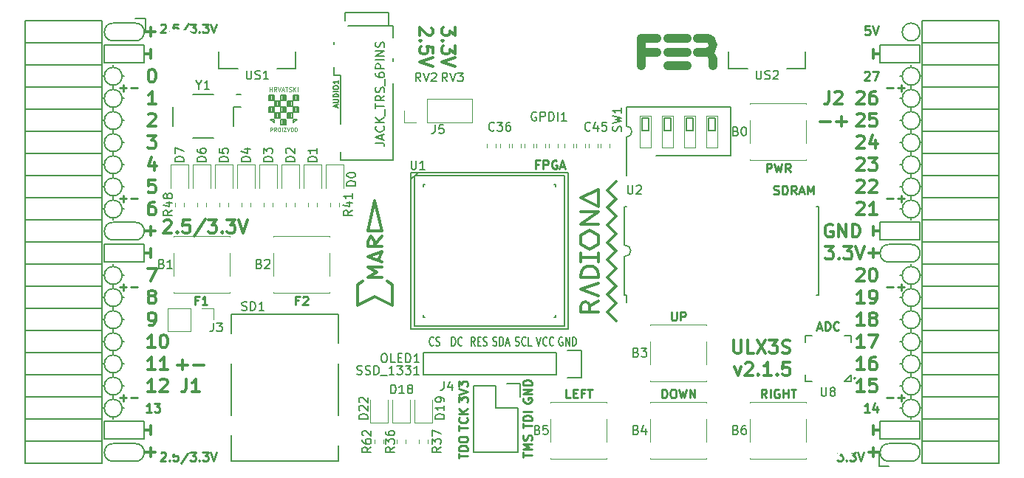
<source format=gto>
G04 #@! TF.GenerationSoftware,KiCad,Pcbnew,5.0.0+dfsg1-2*
G04 #@! TF.CreationDate,2018-09-08T11:13:24+02:00*
G04 #@! TF.ProjectId,ulx3s,756C7833732E6B696361645F70636200,rev?*
G04 #@! TF.SameCoordinates,Original*
G04 #@! TF.FileFunction,Legend,Top*
G04 #@! TF.FilePolarity,Positive*
%FSLAX46Y46*%
G04 Gerber Fmt 4.6, Leading zero omitted, Abs format (unit mm)*
G04 Created by KiCad (PCBNEW 5.0.0+dfsg1-2) date Sat Sep  8 11:13:24 2018*
%MOMM*%
%LPD*%
G01*
G04 APERTURE LIST*
%ADD10C,0.250000*%
%ADD11C,0.300000*%
%ADD12C,0.200000*%
%ADD13C,0.150000*%
%ADD14C,0.120000*%
%ADD15C,1.000000*%
%ADD16C,0.152400*%
%ADD17C,0.075000*%
%ADD18R,1.725000X1.725000*%
%ADD19O,0.400000X1.050000*%
%ADD20O,1.050000X0.400000*%
%ADD21R,1.050000X0.400000*%
%ADD22R,1.220000X2.540000*%
%ADD23R,1.900000X2.000000*%
%ADD24R,0.500000X1.450000*%
%ADD25R,2.000000X2.000000*%
%ADD26R,2.200000X1.700000*%
%ADD27R,2.900000X2.100000*%
%ADD28R,2.900000X2.300000*%
%ADD29R,2.900000X2.900000*%
%ADD30C,1.800000*%
%ADD31R,0.400000X2.000000*%
%ADD32C,2.100000*%
%ADD33C,0.500000*%
%ADD34R,0.800000X1.600000*%
%ADD35R,1.550000X1.000000*%
%ADD36R,1.550000X2.100000*%
%ADD37R,2.300000X1.900000*%
%ADD38R,0.660000X1.000000*%
%ADD39R,1.827200X2.132000*%
%ADD40O,1.827200X2.132000*%
%ADD41O,1.827200X1.827200*%
%ADD42R,1.827200X1.827200*%
%ADD43C,5.600000*%
%ADD44R,1.100000X0.770000*%
%ADD45R,1.600000X1.070000*%
%ADD46R,1.800000X1.800000*%
%ADD47O,1.800000X1.800000*%
%ADD48R,1.395000X1.500000*%
%ADD49R,1.650000X1.400000*%
G04 APERTURE END LIST*
D10*
X116641666Y-93497571D02*
X116308333Y-93497571D01*
X116308333Y-94021380D02*
X116308333Y-93021380D01*
X116784523Y-93021380D01*
X117117857Y-93116619D02*
X117165476Y-93069000D01*
X117260714Y-93021380D01*
X117498809Y-93021380D01*
X117594047Y-93069000D01*
X117641666Y-93116619D01*
X117689285Y-93211857D01*
X117689285Y-93307095D01*
X117641666Y-93449952D01*
X117070238Y-94021380D01*
X117689285Y-94021380D01*
X105084666Y-93497571D02*
X104751333Y-93497571D01*
X104751333Y-94021380D02*
X104751333Y-93021380D01*
X105227523Y-93021380D01*
X106132285Y-94021380D02*
X105560857Y-94021380D01*
X105846571Y-94021380D02*
X105846571Y-93021380D01*
X105751333Y-93164238D01*
X105656095Y-93259476D01*
X105560857Y-93307095D01*
X170236666Y-104689380D02*
X169903333Y-104213190D01*
X169665238Y-104689380D02*
X169665238Y-103689380D01*
X170046190Y-103689380D01*
X170141428Y-103737000D01*
X170189047Y-103784619D01*
X170236666Y-103879857D01*
X170236666Y-104022714D01*
X170189047Y-104117952D01*
X170141428Y-104165571D01*
X170046190Y-104213190D01*
X169665238Y-104213190D01*
X170665238Y-104689380D02*
X170665238Y-103689380D01*
X171665238Y-103737000D02*
X171570000Y-103689380D01*
X171427142Y-103689380D01*
X171284285Y-103737000D01*
X171189047Y-103832238D01*
X171141428Y-103927476D01*
X171093809Y-104117952D01*
X171093809Y-104260809D01*
X171141428Y-104451285D01*
X171189047Y-104546523D01*
X171284285Y-104641761D01*
X171427142Y-104689380D01*
X171522380Y-104689380D01*
X171665238Y-104641761D01*
X171712857Y-104594142D01*
X171712857Y-104260809D01*
X171522380Y-104260809D01*
X172141428Y-104689380D02*
X172141428Y-103689380D01*
X172141428Y-104165571D02*
X172712857Y-104165571D01*
X172712857Y-104689380D02*
X172712857Y-103689380D01*
X173046190Y-103689380D02*
X173617619Y-103689380D01*
X173331904Y-104689380D02*
X173331904Y-103689380D01*
X159354285Y-94799380D02*
X159354285Y-95608904D01*
X159401904Y-95704142D01*
X159449523Y-95751761D01*
X159544761Y-95799380D01*
X159735238Y-95799380D01*
X159830476Y-95751761D01*
X159878095Y-95704142D01*
X159925714Y-95608904D01*
X159925714Y-94799380D01*
X160401904Y-95799380D02*
X160401904Y-94799380D01*
X160782857Y-94799380D01*
X160878095Y-94847000D01*
X160925714Y-94894619D01*
X160973333Y-94989857D01*
X160973333Y-95132714D01*
X160925714Y-95227952D01*
X160878095Y-95275571D01*
X160782857Y-95323190D01*
X160401904Y-95323190D01*
X158259047Y-104689380D02*
X158259047Y-103689380D01*
X158497142Y-103689380D01*
X158640000Y-103737000D01*
X158735238Y-103832238D01*
X158782857Y-103927476D01*
X158830476Y-104117952D01*
X158830476Y-104260809D01*
X158782857Y-104451285D01*
X158735238Y-104546523D01*
X158640000Y-104641761D01*
X158497142Y-104689380D01*
X158259047Y-104689380D01*
X159449523Y-103689380D02*
X159640000Y-103689380D01*
X159735238Y-103737000D01*
X159830476Y-103832238D01*
X159878095Y-104022714D01*
X159878095Y-104356047D01*
X159830476Y-104546523D01*
X159735238Y-104641761D01*
X159640000Y-104689380D01*
X159449523Y-104689380D01*
X159354285Y-104641761D01*
X159259047Y-104546523D01*
X159211428Y-104356047D01*
X159211428Y-104022714D01*
X159259047Y-103832238D01*
X159354285Y-103737000D01*
X159449523Y-103689380D01*
X160211428Y-103689380D02*
X160449523Y-104689380D01*
X160640000Y-103975095D01*
X160830476Y-104689380D01*
X161068571Y-103689380D01*
X161449523Y-104689380D02*
X161449523Y-103689380D01*
X162020952Y-104689380D01*
X162020952Y-103689380D01*
X147757619Y-104689380D02*
X147281428Y-104689380D01*
X147281428Y-103689380D01*
X148090952Y-104165571D02*
X148424285Y-104165571D01*
X148567142Y-104689380D02*
X148090952Y-104689380D01*
X148090952Y-103689380D01*
X148567142Y-103689380D01*
X149329047Y-104165571D02*
X148995714Y-104165571D01*
X148995714Y-104689380D02*
X148995714Y-103689380D01*
X149471904Y-103689380D01*
X149710000Y-103689380D02*
X150281428Y-103689380D01*
X149995714Y-104689380D02*
X149995714Y-103689380D01*
X170251666Y-78781380D02*
X170251666Y-77781380D01*
X170632619Y-77781380D01*
X170727857Y-77829000D01*
X170775476Y-77876619D01*
X170823095Y-77971857D01*
X170823095Y-78114714D01*
X170775476Y-78209952D01*
X170727857Y-78257571D01*
X170632619Y-78305190D01*
X170251666Y-78305190D01*
X171156428Y-77781380D02*
X171394523Y-78781380D01*
X171585000Y-78067095D01*
X171775476Y-78781380D01*
X172013571Y-77781380D01*
X172965952Y-78781380D02*
X172632619Y-78305190D01*
X172394523Y-78781380D02*
X172394523Y-77781380D01*
X172775476Y-77781380D01*
X172870714Y-77829000D01*
X172918333Y-77876619D01*
X172965952Y-77971857D01*
X172965952Y-78114714D01*
X172918333Y-78209952D01*
X172870714Y-78257571D01*
X172775476Y-78305190D01*
X172394523Y-78305190D01*
D11*
X134560428Y-62144714D02*
X134560428Y-63073285D01*
X133989000Y-62573285D01*
X133989000Y-62787571D01*
X133917571Y-62930428D01*
X133846142Y-63001857D01*
X133703285Y-63073285D01*
X133346142Y-63073285D01*
X133203285Y-63001857D01*
X133131857Y-62930428D01*
X133060428Y-62787571D01*
X133060428Y-62359000D01*
X133131857Y-62216142D01*
X133203285Y-62144714D01*
X133203285Y-63716142D02*
X133131857Y-63787571D01*
X133060428Y-63716142D01*
X133131857Y-63644714D01*
X133203285Y-63716142D01*
X133060428Y-63716142D01*
X134560428Y-64287571D02*
X134560428Y-65216142D01*
X133989000Y-64716142D01*
X133989000Y-64930428D01*
X133917571Y-65073285D01*
X133846142Y-65144714D01*
X133703285Y-65216142D01*
X133346142Y-65216142D01*
X133203285Y-65144714D01*
X133131857Y-65073285D01*
X133060428Y-64930428D01*
X133060428Y-64501857D01*
X133131857Y-64359000D01*
X133203285Y-64287571D01*
X134560428Y-65644714D02*
X133060428Y-66144714D01*
X134560428Y-66644714D01*
X131877571Y-62216142D02*
X131949000Y-62287571D01*
X132020428Y-62430428D01*
X132020428Y-62787571D01*
X131949000Y-62930428D01*
X131877571Y-63001857D01*
X131734714Y-63073285D01*
X131591857Y-63073285D01*
X131377571Y-63001857D01*
X130520428Y-62144714D01*
X130520428Y-63073285D01*
X130663285Y-63716142D02*
X130591857Y-63787571D01*
X130520428Y-63716142D01*
X130591857Y-63644714D01*
X130663285Y-63716142D01*
X130520428Y-63716142D01*
X132020428Y-65144714D02*
X132020428Y-64430428D01*
X131306142Y-64359000D01*
X131377571Y-64430428D01*
X131449000Y-64573285D01*
X131449000Y-64930428D01*
X131377571Y-65073285D01*
X131306142Y-65144714D01*
X131163285Y-65216142D01*
X130806142Y-65216142D01*
X130663285Y-65144714D01*
X130591857Y-65073285D01*
X130520428Y-64930428D01*
X130520428Y-64573285D01*
X130591857Y-64430428D01*
X130663285Y-64359000D01*
X132020428Y-65644714D02*
X130520428Y-66144714D01*
X132020428Y-66644714D01*
X102760000Y-100897142D02*
X103902857Y-100897142D01*
X103331428Y-101468571D02*
X103331428Y-100325714D01*
X104617142Y-100897142D02*
X105760000Y-100897142D01*
X166592714Y-101121571D02*
X166949857Y-102121571D01*
X167307000Y-101121571D01*
X167807000Y-100764428D02*
X167878428Y-100693000D01*
X168021285Y-100621571D01*
X168378428Y-100621571D01*
X168521285Y-100693000D01*
X168592714Y-100764428D01*
X168664142Y-100907285D01*
X168664142Y-101050142D01*
X168592714Y-101264428D01*
X167735571Y-102121571D01*
X168664142Y-102121571D01*
X169307000Y-101978714D02*
X169378428Y-102050142D01*
X169307000Y-102121571D01*
X169235571Y-102050142D01*
X169307000Y-101978714D01*
X169307000Y-102121571D01*
X170807000Y-102121571D02*
X169949857Y-102121571D01*
X170378428Y-102121571D02*
X170378428Y-100621571D01*
X170235571Y-100835857D01*
X170092714Y-100978714D01*
X169949857Y-101050142D01*
X171449857Y-101978714D02*
X171521285Y-102050142D01*
X171449857Y-102121571D01*
X171378428Y-102050142D01*
X171449857Y-101978714D01*
X171449857Y-102121571D01*
X172878428Y-100621571D02*
X172164142Y-100621571D01*
X172092714Y-101335857D01*
X172164142Y-101264428D01*
X172307000Y-101193000D01*
X172664142Y-101193000D01*
X172807000Y-101264428D01*
X172878428Y-101335857D01*
X172949857Y-101478714D01*
X172949857Y-101835857D01*
X172878428Y-101978714D01*
X172807000Y-102050142D01*
X172664142Y-102121571D01*
X172307000Y-102121571D01*
X172164142Y-102050142D01*
X172092714Y-101978714D01*
X182492000Y-87582000D02*
X182492000Y-88598000D01*
X181984000Y-88090000D02*
X183254000Y-88090000D01*
X182492000Y-110442000D02*
X182492000Y-111458000D01*
X183254000Y-110950000D02*
X181984000Y-110950000D01*
X99688000Y-110442000D02*
X99688000Y-111458000D01*
X98926000Y-110950000D02*
X100196000Y-110950000D01*
X99688000Y-62182000D02*
X99688000Y-63198000D01*
X98926000Y-62690000D02*
X100196000Y-62690000D01*
X99688000Y-85042000D02*
X99688000Y-86058000D01*
X98926000Y-85550000D02*
X100196000Y-85550000D01*
D12*
X97910000Y-63706000D02*
G75*
G03X97910000Y-61674000I0J1016000D01*
G01*
X184270000Y-109934000D02*
G75*
G03X184270000Y-111966000I0J-1016000D01*
G01*
X95370000Y-111966000D02*
X97910000Y-111966000D01*
X95370000Y-109934000D02*
X97910000Y-109934000D01*
X97910000Y-111966000D02*
G75*
G03X97910000Y-109934000I0J1016000D01*
G01*
X95370000Y-109934000D02*
G75*
G03X95370000Y-111966000I0J-1016000D01*
G01*
X95370000Y-61674000D02*
X97910000Y-61674000D01*
X95370000Y-63706000D02*
X97910000Y-63706000D01*
X95370000Y-61674000D02*
G75*
G03X95370000Y-63706000I0J-1016000D01*
G01*
X95370000Y-84534000D02*
X97910000Y-84534000D01*
X95370000Y-86566000D02*
X97910000Y-86566000D01*
X95370000Y-84534000D02*
G75*
G03X95370000Y-86566000I0J-1016000D01*
G01*
X97910000Y-86566000D02*
G75*
G03X97910000Y-84534000I0J1016000D01*
G01*
X187826000Y-62690000D02*
G75*
G03X187826000Y-62690000I-1016000J0D01*
G01*
X184270000Y-89106000D02*
X186810000Y-89106000D01*
X184270000Y-87074000D02*
X186810000Y-87074000D01*
X184270000Y-87074000D02*
G75*
G03X184270000Y-89106000I0J-1016000D01*
G01*
X186810000Y-89106000D02*
G75*
G03X186810000Y-87074000I0J1016000D01*
G01*
X186810000Y-111966000D02*
X184270000Y-111966000D01*
X186810000Y-109934000D02*
X184270000Y-109934000D01*
X186810000Y-111966000D02*
G75*
G03X186810000Y-109934000I0J1016000D01*
G01*
X94354000Y-66246000D02*
X94354000Y-64214000D01*
X98926000Y-66246000D02*
X94354000Y-66246000D01*
X98926000Y-64214000D02*
X98926000Y-66246000D01*
X94354000Y-64214000D02*
X98926000Y-64214000D01*
X94354000Y-87074000D02*
X98926000Y-87074000D01*
X94354000Y-89106000D02*
X94354000Y-87074000D01*
X98926000Y-89106000D02*
X94354000Y-89106000D01*
X98926000Y-87074000D02*
X98926000Y-89106000D01*
X94354000Y-109426000D02*
X98926000Y-109426000D01*
X94354000Y-107394000D02*
X94354000Y-109426000D01*
X98926000Y-107394000D02*
X94354000Y-107394000D01*
X98926000Y-109426000D02*
X98926000Y-107394000D01*
X183254000Y-109426000D02*
X187826000Y-109426000D01*
X183254000Y-107394000D02*
X183254000Y-109426000D01*
X187826000Y-107394000D02*
X187826000Y-109426000D01*
X183254000Y-107394000D02*
X187826000Y-107394000D01*
X183254000Y-66246000D02*
X187826000Y-66246000D01*
X183254000Y-64214000D02*
X183254000Y-66246000D01*
X187826000Y-64214000D02*
X183254000Y-64214000D01*
X187826000Y-66246000D02*
X187826000Y-64214000D01*
X183254000Y-84534000D02*
X187826000Y-84534000D01*
X183254000Y-86566000D02*
X183254000Y-84534000D01*
X187826000Y-86566000D02*
X183254000Y-86566000D01*
X187826000Y-84534000D02*
X187826000Y-86566000D01*
D10*
X96148000Y-69111428D02*
X96909904Y-69111428D01*
X96528952Y-69492380D02*
X96528952Y-68730476D01*
X97386095Y-69111428D02*
X98148000Y-69111428D01*
X96148000Y-81811428D02*
X96909904Y-81811428D01*
X96528952Y-82192380D02*
X96528952Y-81430476D01*
X97386095Y-81811428D02*
X98148000Y-81811428D01*
X96148000Y-91971428D02*
X96909904Y-91971428D01*
X96528952Y-92352380D02*
X96528952Y-91590476D01*
X97386095Y-91971428D02*
X98148000Y-91971428D01*
X96148000Y-104671428D02*
X96909904Y-104671428D01*
X96528952Y-105052380D02*
X96528952Y-104290476D01*
X97386095Y-104671428D02*
X98148000Y-104671428D01*
X184032000Y-104671428D02*
X184793904Y-104671428D01*
X185270095Y-104671428D02*
X186032000Y-104671428D01*
X185651047Y-105052380D02*
X185651047Y-104290476D01*
X184032000Y-91971428D02*
X184793904Y-91971428D01*
X185270095Y-91971428D02*
X186032000Y-91971428D01*
X185651047Y-92352380D02*
X185651047Y-91590476D01*
X184032000Y-81811428D02*
X184793904Y-81811428D01*
X185270095Y-81811428D02*
X186032000Y-81811428D01*
X185651047Y-82192380D02*
X185651047Y-81430476D01*
X184032000Y-69111428D02*
X184793904Y-69111428D01*
X185270095Y-69111428D02*
X186032000Y-69111428D01*
X185651047Y-69492380D02*
X185651047Y-68730476D01*
D11*
X176420000Y-72957142D02*
X177562857Y-72957142D01*
X178277142Y-72957142D02*
X179420000Y-72957142D01*
X178848571Y-73528571D02*
X178848571Y-72385714D01*
D12*
X187826000Y-67770000D02*
G75*
G03X187826000Y-67770000I-1016000J0D01*
G01*
X187826000Y-70310000D02*
G75*
G03X187826000Y-70310000I-1016000J0D01*
G01*
X187826000Y-72850000D02*
G75*
G03X187826000Y-72850000I-1016000J0D01*
G01*
X187826000Y-75390000D02*
G75*
G03X187826000Y-75390000I-1016000J0D01*
G01*
X187826000Y-77930000D02*
G75*
G03X187826000Y-77930000I-1016000J0D01*
G01*
X187826000Y-80470000D02*
G75*
G03X187826000Y-80470000I-1016000J0D01*
G01*
X187826000Y-83010000D02*
G75*
G03X187826000Y-83010000I-1016000J0D01*
G01*
X187826000Y-90630000D02*
G75*
G03X187826000Y-90630000I-1016000J0D01*
G01*
X187826000Y-93170000D02*
G75*
G03X187826000Y-93170000I-1016000J0D01*
G01*
X187826000Y-95710000D02*
G75*
G03X187826000Y-95710000I-1016000J0D01*
G01*
X187826000Y-98250000D02*
G75*
G03X187826000Y-98250000I-1016000J0D01*
G01*
X187826000Y-100790000D02*
G75*
G03X187826000Y-100790000I-1016000J0D01*
G01*
X187826000Y-103330000D02*
G75*
G03X187826000Y-103330000I-1016000J0D01*
G01*
X187826000Y-105870000D02*
G75*
G03X187826000Y-105870000I-1016000J0D01*
G01*
X96386000Y-105870000D02*
G75*
G03X96386000Y-105870000I-1016000J0D01*
G01*
X96386000Y-103330000D02*
G75*
G03X96386000Y-103330000I-1016000J0D01*
G01*
X96386000Y-100790000D02*
G75*
G03X96386000Y-100790000I-1016000J0D01*
G01*
X96386000Y-98250000D02*
G75*
G03X96386000Y-98250000I-1016000J0D01*
G01*
X96386000Y-95710000D02*
G75*
G03X96386000Y-95710000I-1016000J0D01*
G01*
X96386000Y-93170000D02*
G75*
G03X96386000Y-93170000I-1016000J0D01*
G01*
X96386000Y-90630000D02*
G75*
G03X96386000Y-90630000I-1016000J0D01*
G01*
X96386000Y-83010000D02*
G75*
G03X96386000Y-83010000I-1016000J0D01*
G01*
X96386000Y-80470000D02*
G75*
G03X96386000Y-80470000I-1016000J0D01*
G01*
X96386000Y-77930000D02*
G75*
G03X96386000Y-77930000I-1016000J0D01*
G01*
X96386000Y-75390000D02*
G75*
G03X96386000Y-75390000I-1016000J0D01*
G01*
X96386000Y-72850000D02*
G75*
G03X96386000Y-72850000I-1016000J0D01*
G01*
X96386000Y-70310000D02*
G75*
G03X96386000Y-70310000I-1016000J0D01*
G01*
X96386000Y-67770000D02*
G75*
G03X96386000Y-67770000I-1016000J0D01*
G01*
D11*
X177793142Y-84800000D02*
X177650285Y-84728571D01*
X177436000Y-84728571D01*
X177221714Y-84800000D01*
X177078857Y-84942857D01*
X177007428Y-85085714D01*
X176936000Y-85371428D01*
X176936000Y-85585714D01*
X177007428Y-85871428D01*
X177078857Y-86014285D01*
X177221714Y-86157142D01*
X177436000Y-86228571D01*
X177578857Y-86228571D01*
X177793142Y-86157142D01*
X177864571Y-86085714D01*
X177864571Y-85585714D01*
X177578857Y-85585714D01*
X178507428Y-86228571D02*
X178507428Y-84728571D01*
X179364571Y-86228571D01*
X179364571Y-84728571D01*
X180078857Y-86228571D02*
X180078857Y-84728571D01*
X180436000Y-84728571D01*
X180650285Y-84800000D01*
X180793142Y-84942857D01*
X180864571Y-85085714D01*
X180936000Y-85371428D01*
X180936000Y-85585714D01*
X180864571Y-85871428D01*
X180793142Y-86014285D01*
X180650285Y-86157142D01*
X180436000Y-86228571D01*
X180078857Y-86228571D01*
X182492000Y-86058000D02*
X182492000Y-85042000D01*
X183254000Y-85550000D02*
X182492000Y-85550000D01*
X182492000Y-107902000D02*
X182492000Y-108918000D01*
X182492000Y-108410000D02*
X183254000Y-108410000D01*
D10*
X182047523Y-106322380D02*
X181476095Y-106322380D01*
X181761809Y-106322380D02*
X181761809Y-105322380D01*
X181666571Y-105465238D01*
X181571333Y-105560476D01*
X181476095Y-105608095D01*
X182904666Y-105655714D02*
X182904666Y-106322380D01*
X182666571Y-105274761D02*
X182428476Y-105989047D01*
X183047523Y-105989047D01*
X181476095Y-67317619D02*
X181523714Y-67270000D01*
X181618952Y-67222380D01*
X181857047Y-67222380D01*
X181952285Y-67270000D01*
X181999904Y-67317619D01*
X182047523Y-67412857D01*
X182047523Y-67508095D01*
X181999904Y-67650952D01*
X181428476Y-68222380D01*
X182047523Y-68222380D01*
X182380857Y-67222380D02*
X183047523Y-67222380D01*
X182618952Y-68222380D01*
D11*
X182492000Y-64722000D02*
X182492000Y-65738000D01*
X182492000Y-65230000D02*
X183254000Y-65230000D01*
X99688000Y-107902000D02*
X99688000Y-108918000D01*
X98926000Y-108410000D02*
X99688000Y-108410000D01*
X99315000Y-74568571D02*
X100243571Y-74568571D01*
X99743571Y-75140000D01*
X99957857Y-75140000D01*
X100100714Y-75211428D01*
X100172142Y-75282857D01*
X100243571Y-75425714D01*
X100243571Y-75782857D01*
X100172142Y-75925714D01*
X100100714Y-75997142D01*
X99957857Y-76068571D01*
X99529285Y-76068571D01*
X99386428Y-75997142D01*
X99315000Y-75925714D01*
X100100714Y-77608571D02*
X100100714Y-78608571D01*
X99743571Y-77037142D02*
X99386428Y-78108571D01*
X100315000Y-78108571D01*
X100172142Y-79648571D02*
X99457857Y-79648571D01*
X99386428Y-80362857D01*
X99457857Y-80291428D01*
X99600714Y-80220000D01*
X99957857Y-80220000D01*
X100100714Y-80291428D01*
X100172142Y-80362857D01*
X100243571Y-80505714D01*
X100243571Y-80862857D01*
X100172142Y-81005714D01*
X100100714Y-81077142D01*
X99957857Y-81148571D01*
X99600714Y-81148571D01*
X99457857Y-81077142D01*
X99386428Y-81005714D01*
D10*
X99751523Y-106322380D02*
X99180095Y-106322380D01*
X99465809Y-106322380D02*
X99465809Y-105322380D01*
X99370571Y-105465238D01*
X99275333Y-105560476D01*
X99180095Y-105608095D01*
X100084857Y-105322380D02*
X100703904Y-105322380D01*
X100370571Y-105703333D01*
X100513428Y-105703333D01*
X100608666Y-105750952D01*
X100656285Y-105798571D01*
X100703904Y-105893809D01*
X100703904Y-106131904D01*
X100656285Y-106227142D01*
X100608666Y-106274761D01*
X100513428Y-106322380D01*
X100227714Y-106322380D01*
X100132476Y-106274761D01*
X100084857Y-106227142D01*
D11*
X99315000Y-89808571D02*
X100315000Y-89808571D01*
X99672142Y-91308571D01*
X99688000Y-87582000D02*
X99688000Y-88598000D01*
X98926000Y-88090000D02*
X99688000Y-88090000D01*
X99688000Y-64722000D02*
X99688000Y-65738000D01*
X98926000Y-65230000D02*
X99688000Y-65230000D01*
D10*
X100817976Y-61874619D02*
X100865595Y-61827000D01*
X100960833Y-61779380D01*
X101198928Y-61779380D01*
X101294166Y-61827000D01*
X101341785Y-61874619D01*
X101389404Y-61969857D01*
X101389404Y-62065095D01*
X101341785Y-62207952D01*
X100770357Y-62779380D01*
X101389404Y-62779380D01*
X101817976Y-62684142D02*
X101865595Y-62731761D01*
X101817976Y-62779380D01*
X101770357Y-62731761D01*
X101817976Y-62684142D01*
X101817976Y-62779380D01*
X102770357Y-61779380D02*
X102294166Y-61779380D01*
X102246547Y-62255571D01*
X102294166Y-62207952D01*
X102389404Y-62160333D01*
X102627500Y-62160333D01*
X102722738Y-62207952D01*
X102770357Y-62255571D01*
X102817976Y-62350809D01*
X102817976Y-62588904D01*
X102770357Y-62684142D01*
X102722738Y-62731761D01*
X102627500Y-62779380D01*
X102389404Y-62779380D01*
X102294166Y-62731761D01*
X102246547Y-62684142D01*
X103960833Y-61731761D02*
X103103690Y-63017476D01*
X104198928Y-61779380D02*
X104817976Y-61779380D01*
X104484642Y-62160333D01*
X104627500Y-62160333D01*
X104722738Y-62207952D01*
X104770357Y-62255571D01*
X104817976Y-62350809D01*
X104817976Y-62588904D01*
X104770357Y-62684142D01*
X104722738Y-62731761D01*
X104627500Y-62779380D01*
X104341785Y-62779380D01*
X104246547Y-62731761D01*
X104198928Y-62684142D01*
X105246547Y-62684142D02*
X105294166Y-62731761D01*
X105246547Y-62779380D01*
X105198928Y-62731761D01*
X105246547Y-62684142D01*
X105246547Y-62779380D01*
X105627500Y-61779380D02*
X106246547Y-61779380D01*
X105913214Y-62160333D01*
X106056071Y-62160333D01*
X106151309Y-62207952D01*
X106198928Y-62255571D01*
X106246547Y-62350809D01*
X106246547Y-62588904D01*
X106198928Y-62684142D01*
X106151309Y-62731761D01*
X106056071Y-62779380D01*
X105770357Y-62779380D01*
X105675119Y-62731761D01*
X105627500Y-62684142D01*
X106532261Y-61779380D02*
X106865595Y-62779380D01*
X107198928Y-61779380D01*
X178360261Y-110910380D02*
X178979309Y-110910380D01*
X178645976Y-111291333D01*
X178788833Y-111291333D01*
X178884071Y-111338952D01*
X178931690Y-111386571D01*
X178979309Y-111481809D01*
X178979309Y-111719904D01*
X178931690Y-111815142D01*
X178884071Y-111862761D01*
X178788833Y-111910380D01*
X178503119Y-111910380D01*
X178407880Y-111862761D01*
X178360261Y-111815142D01*
X179407880Y-111815142D02*
X179455500Y-111862761D01*
X179407880Y-111910380D01*
X179360261Y-111862761D01*
X179407880Y-111815142D01*
X179407880Y-111910380D01*
X179788833Y-110910380D02*
X180407880Y-110910380D01*
X180074547Y-111291333D01*
X180217404Y-111291333D01*
X180312642Y-111338952D01*
X180360261Y-111386571D01*
X180407880Y-111481809D01*
X180407880Y-111719904D01*
X180360261Y-111815142D01*
X180312642Y-111862761D01*
X180217404Y-111910380D01*
X179931690Y-111910380D01*
X179836452Y-111862761D01*
X179788833Y-111815142D01*
X180693595Y-110910380D02*
X181026928Y-111910380D01*
X181360261Y-110910380D01*
D11*
X101199714Y-84381428D02*
X101271142Y-84310000D01*
X101414000Y-84238571D01*
X101771142Y-84238571D01*
X101914000Y-84310000D01*
X101985428Y-84381428D01*
X102056857Y-84524285D01*
X102056857Y-84667142D01*
X101985428Y-84881428D01*
X101128285Y-85738571D01*
X102056857Y-85738571D01*
X102699714Y-85595714D02*
X102771142Y-85667142D01*
X102699714Y-85738571D01*
X102628285Y-85667142D01*
X102699714Y-85595714D01*
X102699714Y-85738571D01*
X104128285Y-84238571D02*
X103414000Y-84238571D01*
X103342571Y-84952857D01*
X103414000Y-84881428D01*
X103556857Y-84810000D01*
X103914000Y-84810000D01*
X104056857Y-84881428D01*
X104128285Y-84952857D01*
X104199714Y-85095714D01*
X104199714Y-85452857D01*
X104128285Y-85595714D01*
X104056857Y-85667142D01*
X103914000Y-85738571D01*
X103556857Y-85738571D01*
X103414000Y-85667142D01*
X103342571Y-85595714D01*
X105914000Y-84167142D02*
X104628285Y-86095714D01*
X106271142Y-84238571D02*
X107199714Y-84238571D01*
X106699714Y-84810000D01*
X106914000Y-84810000D01*
X107056857Y-84881428D01*
X107128285Y-84952857D01*
X107199714Y-85095714D01*
X107199714Y-85452857D01*
X107128285Y-85595714D01*
X107056857Y-85667142D01*
X106914000Y-85738571D01*
X106485428Y-85738571D01*
X106342571Y-85667142D01*
X106271142Y-85595714D01*
X107842571Y-85595714D02*
X107914000Y-85667142D01*
X107842571Y-85738571D01*
X107771142Y-85667142D01*
X107842571Y-85595714D01*
X107842571Y-85738571D01*
X108414000Y-84238571D02*
X109342571Y-84238571D01*
X108842571Y-84810000D01*
X109056857Y-84810000D01*
X109199714Y-84881428D01*
X109271142Y-84952857D01*
X109342571Y-85095714D01*
X109342571Y-85452857D01*
X109271142Y-85595714D01*
X109199714Y-85667142D01*
X109056857Y-85738571D01*
X108628285Y-85738571D01*
X108485428Y-85667142D01*
X108414000Y-85595714D01*
X109771142Y-84238571D02*
X110271142Y-85738571D01*
X110771142Y-84238571D01*
D10*
X100817976Y-111023619D02*
X100865595Y-110976000D01*
X100960833Y-110928380D01*
X101198928Y-110928380D01*
X101294166Y-110976000D01*
X101341785Y-111023619D01*
X101389404Y-111118857D01*
X101389404Y-111214095D01*
X101341785Y-111356952D01*
X100770357Y-111928380D01*
X101389404Y-111928380D01*
X101817976Y-111833142D02*
X101865595Y-111880761D01*
X101817976Y-111928380D01*
X101770357Y-111880761D01*
X101817976Y-111833142D01*
X101817976Y-111928380D01*
X102770357Y-110928380D02*
X102294166Y-110928380D01*
X102246547Y-111404571D01*
X102294166Y-111356952D01*
X102389404Y-111309333D01*
X102627500Y-111309333D01*
X102722738Y-111356952D01*
X102770357Y-111404571D01*
X102817976Y-111499809D01*
X102817976Y-111737904D01*
X102770357Y-111833142D01*
X102722738Y-111880761D01*
X102627500Y-111928380D01*
X102389404Y-111928380D01*
X102294166Y-111880761D01*
X102246547Y-111833142D01*
X103960833Y-110880761D02*
X103103690Y-112166476D01*
X104198928Y-110928380D02*
X104817976Y-110928380D01*
X104484642Y-111309333D01*
X104627500Y-111309333D01*
X104722738Y-111356952D01*
X104770357Y-111404571D01*
X104817976Y-111499809D01*
X104817976Y-111737904D01*
X104770357Y-111833142D01*
X104722738Y-111880761D01*
X104627500Y-111928380D01*
X104341785Y-111928380D01*
X104246547Y-111880761D01*
X104198928Y-111833142D01*
X105246547Y-111833142D02*
X105294166Y-111880761D01*
X105246547Y-111928380D01*
X105198928Y-111880761D01*
X105246547Y-111833142D01*
X105246547Y-111928380D01*
X105627500Y-110928380D02*
X106246547Y-110928380D01*
X105913214Y-111309333D01*
X106056071Y-111309333D01*
X106151309Y-111356952D01*
X106198928Y-111404571D01*
X106246547Y-111499809D01*
X106246547Y-111737904D01*
X106198928Y-111833142D01*
X106151309Y-111880761D01*
X106056071Y-111928380D01*
X105770357Y-111928380D01*
X105675119Y-111880761D01*
X105627500Y-111833142D01*
X106532261Y-110928380D02*
X106865595Y-111928380D01*
X107198928Y-110928380D01*
X182047523Y-62015380D02*
X181571333Y-62015380D01*
X181523714Y-62491571D01*
X181571333Y-62443952D01*
X181666571Y-62396333D01*
X181904666Y-62396333D01*
X181999904Y-62443952D01*
X182047523Y-62491571D01*
X182095142Y-62586809D01*
X182095142Y-62824904D01*
X182047523Y-62920142D01*
X181999904Y-62967761D01*
X181904666Y-63015380D01*
X181666571Y-63015380D01*
X181571333Y-62967761D01*
X181523714Y-62920142D01*
X182380857Y-62015380D02*
X182714190Y-63015380D01*
X183047523Y-62015380D01*
D11*
X180587142Y-69631428D02*
X180658571Y-69560000D01*
X180801428Y-69488571D01*
X181158571Y-69488571D01*
X181301428Y-69560000D01*
X181372857Y-69631428D01*
X181444285Y-69774285D01*
X181444285Y-69917142D01*
X181372857Y-70131428D01*
X180515714Y-70988571D01*
X181444285Y-70988571D01*
X182730000Y-69488571D02*
X182444285Y-69488571D01*
X182301428Y-69560000D01*
X182230000Y-69631428D01*
X182087142Y-69845714D01*
X182015714Y-70131428D01*
X182015714Y-70702857D01*
X182087142Y-70845714D01*
X182158571Y-70917142D01*
X182301428Y-70988571D01*
X182587142Y-70988571D01*
X182730000Y-70917142D01*
X182801428Y-70845714D01*
X182872857Y-70702857D01*
X182872857Y-70345714D01*
X182801428Y-70202857D01*
X182730000Y-70131428D01*
X182587142Y-70060000D01*
X182301428Y-70060000D01*
X182158571Y-70131428D01*
X182087142Y-70202857D01*
X182015714Y-70345714D01*
X180587142Y-72171428D02*
X180658571Y-72100000D01*
X180801428Y-72028571D01*
X181158571Y-72028571D01*
X181301428Y-72100000D01*
X181372857Y-72171428D01*
X181444285Y-72314285D01*
X181444285Y-72457142D01*
X181372857Y-72671428D01*
X180515714Y-73528571D01*
X181444285Y-73528571D01*
X182801428Y-72028571D02*
X182087142Y-72028571D01*
X182015714Y-72742857D01*
X182087142Y-72671428D01*
X182230000Y-72600000D01*
X182587142Y-72600000D01*
X182730000Y-72671428D01*
X182801428Y-72742857D01*
X182872857Y-72885714D01*
X182872857Y-73242857D01*
X182801428Y-73385714D01*
X182730000Y-73457142D01*
X182587142Y-73528571D01*
X182230000Y-73528571D01*
X182087142Y-73457142D01*
X182015714Y-73385714D01*
X180587142Y-74711428D02*
X180658571Y-74640000D01*
X180801428Y-74568571D01*
X181158571Y-74568571D01*
X181301428Y-74640000D01*
X181372857Y-74711428D01*
X181444285Y-74854285D01*
X181444285Y-74997142D01*
X181372857Y-75211428D01*
X180515714Y-76068571D01*
X181444285Y-76068571D01*
X182730000Y-75068571D02*
X182730000Y-76068571D01*
X182372857Y-74497142D02*
X182015714Y-75568571D01*
X182944285Y-75568571D01*
X180587142Y-77251428D02*
X180658571Y-77180000D01*
X180801428Y-77108571D01*
X181158571Y-77108571D01*
X181301428Y-77180000D01*
X181372857Y-77251428D01*
X181444285Y-77394285D01*
X181444285Y-77537142D01*
X181372857Y-77751428D01*
X180515714Y-78608571D01*
X181444285Y-78608571D01*
X181944285Y-77108571D02*
X182872857Y-77108571D01*
X182372857Y-77680000D01*
X182587142Y-77680000D01*
X182730000Y-77751428D01*
X182801428Y-77822857D01*
X182872857Y-77965714D01*
X182872857Y-78322857D01*
X182801428Y-78465714D01*
X182730000Y-78537142D01*
X182587142Y-78608571D01*
X182158571Y-78608571D01*
X182015714Y-78537142D01*
X181944285Y-78465714D01*
X180587142Y-79791428D02*
X180658571Y-79720000D01*
X180801428Y-79648571D01*
X181158571Y-79648571D01*
X181301428Y-79720000D01*
X181372857Y-79791428D01*
X181444285Y-79934285D01*
X181444285Y-80077142D01*
X181372857Y-80291428D01*
X180515714Y-81148571D01*
X181444285Y-81148571D01*
X182015714Y-79791428D02*
X182087142Y-79720000D01*
X182230000Y-79648571D01*
X182587142Y-79648571D01*
X182730000Y-79720000D01*
X182801428Y-79791428D01*
X182872857Y-79934285D01*
X182872857Y-80077142D01*
X182801428Y-80291428D01*
X181944285Y-81148571D01*
X182872857Y-81148571D01*
X180587142Y-82331428D02*
X180658571Y-82260000D01*
X180801428Y-82188571D01*
X181158571Y-82188571D01*
X181301428Y-82260000D01*
X181372857Y-82331428D01*
X181444285Y-82474285D01*
X181444285Y-82617142D01*
X181372857Y-82831428D01*
X180515714Y-83688571D01*
X181444285Y-83688571D01*
X182872857Y-83688571D02*
X182015714Y-83688571D01*
X182444285Y-83688571D02*
X182444285Y-82188571D01*
X182301428Y-82402857D01*
X182158571Y-82545714D01*
X182015714Y-82617142D01*
X176975714Y-87268571D02*
X177904285Y-87268571D01*
X177404285Y-87840000D01*
X177618571Y-87840000D01*
X177761428Y-87911428D01*
X177832857Y-87982857D01*
X177904285Y-88125714D01*
X177904285Y-88482857D01*
X177832857Y-88625714D01*
X177761428Y-88697142D01*
X177618571Y-88768571D01*
X177190000Y-88768571D01*
X177047142Y-88697142D01*
X176975714Y-88625714D01*
X178547142Y-88625714D02*
X178618571Y-88697142D01*
X178547142Y-88768571D01*
X178475714Y-88697142D01*
X178547142Y-88625714D01*
X178547142Y-88768571D01*
X179118571Y-87268571D02*
X180047142Y-87268571D01*
X179547142Y-87840000D01*
X179761428Y-87840000D01*
X179904285Y-87911428D01*
X179975714Y-87982857D01*
X180047142Y-88125714D01*
X180047142Y-88482857D01*
X179975714Y-88625714D01*
X179904285Y-88697142D01*
X179761428Y-88768571D01*
X179332857Y-88768571D01*
X179190000Y-88697142D01*
X179118571Y-88625714D01*
X180475714Y-87268571D02*
X180975714Y-88768571D01*
X181475714Y-87268571D01*
X180587142Y-89951428D02*
X180658571Y-89880000D01*
X180801428Y-89808571D01*
X181158571Y-89808571D01*
X181301428Y-89880000D01*
X181372857Y-89951428D01*
X181444285Y-90094285D01*
X181444285Y-90237142D01*
X181372857Y-90451428D01*
X180515714Y-91308571D01*
X181444285Y-91308571D01*
X182372857Y-89808571D02*
X182515714Y-89808571D01*
X182658571Y-89880000D01*
X182730000Y-89951428D01*
X182801428Y-90094285D01*
X182872857Y-90380000D01*
X182872857Y-90737142D01*
X182801428Y-91022857D01*
X182730000Y-91165714D01*
X182658571Y-91237142D01*
X182515714Y-91308571D01*
X182372857Y-91308571D01*
X182230000Y-91237142D01*
X182158571Y-91165714D01*
X182087142Y-91022857D01*
X182015714Y-90737142D01*
X182015714Y-90380000D01*
X182087142Y-90094285D01*
X182158571Y-89951428D01*
X182230000Y-89880000D01*
X182372857Y-89808571D01*
X181444285Y-93848571D02*
X180587142Y-93848571D01*
X181015714Y-93848571D02*
X181015714Y-92348571D01*
X180872857Y-92562857D01*
X180730000Y-92705714D01*
X180587142Y-92777142D01*
X182158571Y-93848571D02*
X182444285Y-93848571D01*
X182587142Y-93777142D01*
X182658571Y-93705714D01*
X182801428Y-93491428D01*
X182872857Y-93205714D01*
X182872857Y-92634285D01*
X182801428Y-92491428D01*
X182730000Y-92420000D01*
X182587142Y-92348571D01*
X182301428Y-92348571D01*
X182158571Y-92420000D01*
X182087142Y-92491428D01*
X182015714Y-92634285D01*
X182015714Y-92991428D01*
X182087142Y-93134285D01*
X182158571Y-93205714D01*
X182301428Y-93277142D01*
X182587142Y-93277142D01*
X182730000Y-93205714D01*
X182801428Y-93134285D01*
X182872857Y-92991428D01*
X181444285Y-96388571D02*
X180587142Y-96388571D01*
X181015714Y-96388571D02*
X181015714Y-94888571D01*
X180872857Y-95102857D01*
X180730000Y-95245714D01*
X180587142Y-95317142D01*
X182301428Y-95531428D02*
X182158571Y-95460000D01*
X182087142Y-95388571D01*
X182015714Y-95245714D01*
X182015714Y-95174285D01*
X182087142Y-95031428D01*
X182158571Y-94960000D01*
X182301428Y-94888571D01*
X182587142Y-94888571D01*
X182730000Y-94960000D01*
X182801428Y-95031428D01*
X182872857Y-95174285D01*
X182872857Y-95245714D01*
X182801428Y-95388571D01*
X182730000Y-95460000D01*
X182587142Y-95531428D01*
X182301428Y-95531428D01*
X182158571Y-95602857D01*
X182087142Y-95674285D01*
X182015714Y-95817142D01*
X182015714Y-96102857D01*
X182087142Y-96245714D01*
X182158571Y-96317142D01*
X182301428Y-96388571D01*
X182587142Y-96388571D01*
X182730000Y-96317142D01*
X182801428Y-96245714D01*
X182872857Y-96102857D01*
X182872857Y-95817142D01*
X182801428Y-95674285D01*
X182730000Y-95602857D01*
X182587142Y-95531428D01*
X181444285Y-98928571D02*
X180587142Y-98928571D01*
X181015714Y-98928571D02*
X181015714Y-97428571D01*
X180872857Y-97642857D01*
X180730000Y-97785714D01*
X180587142Y-97857142D01*
X181944285Y-97428571D02*
X182944285Y-97428571D01*
X182301428Y-98928571D01*
X181444285Y-101468571D02*
X180587142Y-101468571D01*
X181015714Y-101468571D02*
X181015714Y-99968571D01*
X180872857Y-100182857D01*
X180730000Y-100325714D01*
X180587142Y-100397142D01*
X182730000Y-99968571D02*
X182444285Y-99968571D01*
X182301428Y-100040000D01*
X182230000Y-100111428D01*
X182087142Y-100325714D01*
X182015714Y-100611428D01*
X182015714Y-101182857D01*
X182087142Y-101325714D01*
X182158571Y-101397142D01*
X182301428Y-101468571D01*
X182587142Y-101468571D01*
X182730000Y-101397142D01*
X182801428Y-101325714D01*
X182872857Y-101182857D01*
X182872857Y-100825714D01*
X182801428Y-100682857D01*
X182730000Y-100611428D01*
X182587142Y-100540000D01*
X182301428Y-100540000D01*
X182158571Y-100611428D01*
X182087142Y-100682857D01*
X182015714Y-100825714D01*
X181444285Y-104008571D02*
X180587142Y-104008571D01*
X181015714Y-104008571D02*
X181015714Y-102508571D01*
X180872857Y-102722857D01*
X180730000Y-102865714D01*
X180587142Y-102937142D01*
X182801428Y-102508571D02*
X182087142Y-102508571D01*
X182015714Y-103222857D01*
X182087142Y-103151428D01*
X182230000Y-103080000D01*
X182587142Y-103080000D01*
X182730000Y-103151428D01*
X182801428Y-103222857D01*
X182872857Y-103365714D01*
X182872857Y-103722857D01*
X182801428Y-103865714D01*
X182730000Y-103937142D01*
X182587142Y-104008571D01*
X182230000Y-104008571D01*
X182087142Y-103937142D01*
X182015714Y-103865714D01*
D12*
X186810000Y-66500000D02*
X186810000Y-66754000D01*
X187826000Y-67770000D02*
X188080000Y-67770000D01*
X185540000Y-67770000D02*
X185794000Y-67770000D01*
X186810000Y-69294000D02*
X186810000Y-68786000D01*
X187826000Y-70310000D02*
X188080000Y-70310000D01*
X185540000Y-70310000D02*
X185794000Y-70310000D01*
X186810000Y-71326000D02*
X186810000Y-71834000D01*
X187826000Y-72850000D02*
X188080000Y-72850000D01*
X185540000Y-72850000D02*
X185794000Y-72850000D01*
X186810000Y-73866000D02*
X186810000Y-74374000D01*
X187826000Y-75390000D02*
X188080000Y-75390000D01*
X185540000Y-75390000D02*
X185794000Y-75390000D01*
X186810000Y-76406000D02*
X186810000Y-76914000D01*
X187826000Y-77930000D02*
X188080000Y-77930000D01*
X185540000Y-77930000D02*
X185794000Y-77930000D01*
X186810000Y-79454000D02*
X186810000Y-78946000D01*
X187826000Y-80470000D02*
X188080000Y-80470000D01*
X185540000Y-80470000D02*
X185794000Y-80470000D01*
X186810000Y-81994000D02*
X186810000Y-81486000D01*
X187826000Y-83010000D02*
X188080000Y-83010000D01*
X185540000Y-83010000D02*
X185794000Y-83010000D01*
X186810000Y-84026000D02*
X186810000Y-84280000D01*
X186810000Y-89360000D02*
X186810000Y-89614000D01*
X187826000Y-90630000D02*
X188080000Y-90630000D01*
X185540000Y-90630000D02*
X185794000Y-90630000D01*
X186810000Y-91646000D02*
X186810000Y-92154000D01*
X187826000Y-93170000D02*
X188080000Y-93170000D01*
X185540000Y-93170000D02*
X185794000Y-93170000D01*
X186810000Y-94186000D02*
X186810000Y-94694000D01*
X187826000Y-95710000D02*
X188080000Y-95710000D01*
X185540000Y-95710000D02*
X185794000Y-95710000D01*
X186810000Y-97234000D02*
X186810000Y-96726000D01*
X187826000Y-98250000D02*
X188080000Y-98250000D01*
X185540000Y-98250000D02*
X185794000Y-98250000D01*
X187826000Y-100790000D02*
X188080000Y-100790000D01*
X185540000Y-100790000D02*
X185794000Y-100790000D01*
X186810000Y-99266000D02*
X186810000Y-99774000D01*
X186810000Y-102314000D02*
X186810000Y-101806000D01*
X187826000Y-103330000D02*
X188080000Y-103330000D01*
X185540000Y-103330000D02*
X185794000Y-103330000D01*
X186810000Y-104346000D02*
X186810000Y-104854000D01*
X185540000Y-105870000D02*
X185794000Y-105870000D01*
X187826000Y-105870000D02*
X188080000Y-105870000D01*
X186810000Y-106886000D02*
X186810000Y-107140000D01*
X95370000Y-66754000D02*
X95370000Y-66500000D01*
X96386000Y-67770000D02*
X96640000Y-67770000D01*
X94100000Y-67770000D02*
X94354000Y-67770000D01*
X95370000Y-68786000D02*
X95370000Y-69294000D01*
X96386000Y-70310000D02*
X96640000Y-70310000D01*
X94100000Y-70310000D02*
X94354000Y-70310000D01*
X95370000Y-71326000D02*
X95370000Y-71834000D01*
X96386000Y-72850000D02*
X96640000Y-72850000D01*
X94100000Y-72850000D02*
X94354000Y-72850000D01*
X95370000Y-73866000D02*
X95370000Y-74374000D01*
X96386000Y-75390000D02*
X96640000Y-75390000D01*
X95370000Y-76406000D02*
X95370000Y-76914000D01*
X96386000Y-77930000D02*
X96640000Y-77930000D01*
X94100000Y-77930000D02*
X94354000Y-77930000D01*
X95370000Y-79454000D02*
X95370000Y-78946000D01*
X96386000Y-80470000D02*
X96640000Y-80470000D01*
X94100000Y-80470000D02*
X94354000Y-80470000D01*
X95370000Y-81486000D02*
X95370000Y-81994000D01*
X96386000Y-83010000D02*
X96640000Y-83010000D01*
X95370000Y-84026000D02*
X95370000Y-84280000D01*
X94100000Y-83010000D02*
X94354000Y-83010000D01*
X95370000Y-106886000D02*
X95370000Y-107140000D01*
X95370000Y-89360000D02*
X95370000Y-89614000D01*
X96386000Y-93170000D02*
X96640000Y-93170000D01*
X94100000Y-93170000D02*
X94354000Y-93170000D01*
X95370000Y-94186000D02*
X95370000Y-94694000D01*
X94100000Y-90630000D02*
X94354000Y-90630000D01*
X96386000Y-90630000D02*
X96640000Y-90630000D01*
X95370000Y-92154000D02*
X95370000Y-91646000D01*
X96386000Y-95710000D02*
X96640000Y-95710000D01*
X94100000Y-95710000D02*
X94354000Y-95710000D01*
X96386000Y-98250000D02*
X96640000Y-98250000D01*
X94354000Y-98250000D02*
X94100000Y-98250000D01*
X95370000Y-96726000D02*
X95370000Y-97234000D01*
X95370000Y-99266000D02*
X95370000Y-99774000D01*
X94100000Y-100790000D02*
X94354000Y-100790000D01*
X96386000Y-100790000D02*
X96640000Y-100790000D01*
X94100000Y-103330000D02*
X94354000Y-103330000D01*
X96386000Y-103330000D02*
X96640000Y-103330000D01*
X95370000Y-101806000D02*
X95370000Y-102314000D01*
X95370000Y-104346000D02*
X95370000Y-104854000D01*
X96386000Y-105870000D02*
X96640000Y-105870000D01*
X94100000Y-105870000D02*
X94354000Y-105870000D01*
D11*
X100164285Y-104008571D02*
X99307142Y-104008571D01*
X99735714Y-104008571D02*
X99735714Y-102508571D01*
X99592857Y-102722857D01*
X99450000Y-102865714D01*
X99307142Y-102937142D01*
X100735714Y-102651428D02*
X100807142Y-102580000D01*
X100950000Y-102508571D01*
X101307142Y-102508571D01*
X101450000Y-102580000D01*
X101521428Y-102651428D01*
X101592857Y-102794285D01*
X101592857Y-102937142D01*
X101521428Y-103151428D01*
X100664285Y-104008571D01*
X101592857Y-104008571D01*
X100164285Y-101468571D02*
X99307142Y-101468571D01*
X99735714Y-101468571D02*
X99735714Y-99968571D01*
X99592857Y-100182857D01*
X99450000Y-100325714D01*
X99307142Y-100397142D01*
X101592857Y-101468571D02*
X100735714Y-101468571D01*
X101164285Y-101468571D02*
X101164285Y-99968571D01*
X101021428Y-100182857D01*
X100878571Y-100325714D01*
X100735714Y-100397142D01*
X100164285Y-98928571D02*
X99307142Y-98928571D01*
X99735714Y-98928571D02*
X99735714Y-97428571D01*
X99592857Y-97642857D01*
X99450000Y-97785714D01*
X99307142Y-97857142D01*
X101092857Y-97428571D02*
X101235714Y-97428571D01*
X101378571Y-97500000D01*
X101450000Y-97571428D01*
X101521428Y-97714285D01*
X101592857Y-98000000D01*
X101592857Y-98357142D01*
X101521428Y-98642857D01*
X101450000Y-98785714D01*
X101378571Y-98857142D01*
X101235714Y-98928571D01*
X101092857Y-98928571D01*
X100950000Y-98857142D01*
X100878571Y-98785714D01*
X100807142Y-98642857D01*
X100735714Y-98357142D01*
X100735714Y-98000000D01*
X100807142Y-97714285D01*
X100878571Y-97571428D01*
X100950000Y-97500000D01*
X101092857Y-97428571D01*
X99529285Y-96388571D02*
X99815000Y-96388571D01*
X99957857Y-96317142D01*
X100029285Y-96245714D01*
X100172142Y-96031428D01*
X100243571Y-95745714D01*
X100243571Y-95174285D01*
X100172142Y-95031428D01*
X100100714Y-94960000D01*
X99957857Y-94888571D01*
X99672142Y-94888571D01*
X99529285Y-94960000D01*
X99457857Y-95031428D01*
X99386428Y-95174285D01*
X99386428Y-95531428D01*
X99457857Y-95674285D01*
X99529285Y-95745714D01*
X99672142Y-95817142D01*
X99957857Y-95817142D01*
X100100714Y-95745714D01*
X100172142Y-95674285D01*
X100243571Y-95531428D01*
X99672142Y-92991428D02*
X99529285Y-92920000D01*
X99457857Y-92848571D01*
X99386428Y-92705714D01*
X99386428Y-92634285D01*
X99457857Y-92491428D01*
X99529285Y-92420000D01*
X99672142Y-92348571D01*
X99957857Y-92348571D01*
X100100714Y-92420000D01*
X100172142Y-92491428D01*
X100243571Y-92634285D01*
X100243571Y-92705714D01*
X100172142Y-92848571D01*
X100100714Y-92920000D01*
X99957857Y-92991428D01*
X99672142Y-92991428D01*
X99529285Y-93062857D01*
X99457857Y-93134285D01*
X99386428Y-93277142D01*
X99386428Y-93562857D01*
X99457857Y-93705714D01*
X99529285Y-93777142D01*
X99672142Y-93848571D01*
X99957857Y-93848571D01*
X100100714Y-93777142D01*
X100172142Y-93705714D01*
X100243571Y-93562857D01*
X100243571Y-93277142D01*
X100172142Y-93134285D01*
X100100714Y-93062857D01*
X99957857Y-92991428D01*
X100100714Y-82188571D02*
X99815000Y-82188571D01*
X99672142Y-82260000D01*
X99600714Y-82331428D01*
X99457857Y-82545714D01*
X99386428Y-82831428D01*
X99386428Y-83402857D01*
X99457857Y-83545714D01*
X99529285Y-83617142D01*
X99672142Y-83688571D01*
X99957857Y-83688571D01*
X100100714Y-83617142D01*
X100172142Y-83545714D01*
X100243571Y-83402857D01*
X100243571Y-83045714D01*
X100172142Y-82902857D01*
X100100714Y-82831428D01*
X99957857Y-82760000D01*
X99672142Y-82760000D01*
X99529285Y-82831428D01*
X99457857Y-82902857D01*
X99386428Y-83045714D01*
X99386428Y-72171428D02*
X99457857Y-72100000D01*
X99600714Y-72028571D01*
X99957857Y-72028571D01*
X100100714Y-72100000D01*
X100172142Y-72171428D01*
X100243571Y-72314285D01*
X100243571Y-72457142D01*
X100172142Y-72671428D01*
X99315000Y-73528571D01*
X100243571Y-73528571D01*
X100243571Y-70988571D02*
X99386428Y-70988571D01*
X99815000Y-70988571D02*
X99815000Y-69488571D01*
X99672142Y-69702857D01*
X99529285Y-69845714D01*
X99386428Y-69917142D01*
X99743571Y-66948571D02*
X99886428Y-66948571D01*
X100029285Y-67020000D01*
X100100714Y-67091428D01*
X100172142Y-67234285D01*
X100243571Y-67520000D01*
X100243571Y-67877142D01*
X100172142Y-68162857D01*
X100100714Y-68305714D01*
X100029285Y-68377142D01*
X99886428Y-68448571D01*
X99743571Y-68448571D01*
X99600714Y-68377142D01*
X99529285Y-68305714D01*
X99457857Y-68162857D01*
X99386428Y-67877142D01*
X99386428Y-67520000D01*
X99457857Y-67234285D01*
X99529285Y-67091428D01*
X99600714Y-67020000D01*
X99743571Y-66948571D01*
X166501428Y-98081571D02*
X166501428Y-99295857D01*
X166572857Y-99438714D01*
X166644285Y-99510142D01*
X166787142Y-99581571D01*
X167072857Y-99581571D01*
X167215714Y-99510142D01*
X167287142Y-99438714D01*
X167358571Y-99295857D01*
X167358571Y-98081571D01*
X168787142Y-99581571D02*
X168072857Y-99581571D01*
X168072857Y-98081571D01*
X169144285Y-98081571D02*
X170144285Y-99581571D01*
X170144285Y-98081571D02*
X169144285Y-99581571D01*
X170572857Y-98081571D02*
X171501428Y-98081571D01*
X171001428Y-98653000D01*
X171215714Y-98653000D01*
X171358571Y-98724428D01*
X171430000Y-98795857D01*
X171501428Y-98938714D01*
X171501428Y-99295857D01*
X171430000Y-99438714D01*
X171358571Y-99510142D01*
X171215714Y-99581571D01*
X170787142Y-99581571D01*
X170644285Y-99510142D01*
X170572857Y-99438714D01*
X172072857Y-99510142D02*
X172287142Y-99581571D01*
X172644285Y-99581571D01*
X172787142Y-99510142D01*
X172858571Y-99438714D01*
X172930000Y-99295857D01*
X172930000Y-99153000D01*
X172858571Y-99010142D01*
X172787142Y-98938714D01*
X172644285Y-98867285D01*
X172358571Y-98795857D01*
X172215714Y-98724428D01*
X172144285Y-98653000D01*
X172072857Y-98510142D01*
X172072857Y-98367285D01*
X172144285Y-98224428D01*
X172215714Y-98153000D01*
X172358571Y-98081571D01*
X172715714Y-98081571D01*
X172930000Y-98153000D01*
D10*
X144137285Y-77876571D02*
X143803952Y-77876571D01*
X143803952Y-78400380D02*
X143803952Y-77400380D01*
X144280142Y-77400380D01*
X144661095Y-78400380D02*
X144661095Y-77400380D01*
X145042047Y-77400380D01*
X145137285Y-77448000D01*
X145184904Y-77495619D01*
X145232523Y-77590857D01*
X145232523Y-77733714D01*
X145184904Y-77828952D01*
X145137285Y-77876571D01*
X145042047Y-77924190D01*
X144661095Y-77924190D01*
X146184904Y-77448000D02*
X146089666Y-77400380D01*
X145946809Y-77400380D01*
X145803952Y-77448000D01*
X145708714Y-77543238D01*
X145661095Y-77638476D01*
X145613476Y-77828952D01*
X145613476Y-77971809D01*
X145661095Y-78162285D01*
X145708714Y-78257523D01*
X145803952Y-78352761D01*
X145946809Y-78400380D01*
X146042047Y-78400380D01*
X146184904Y-78352761D01*
X146232523Y-78305142D01*
X146232523Y-77971809D01*
X146042047Y-77971809D01*
X146613476Y-78114666D02*
X147089666Y-78114666D01*
X146518238Y-78400380D02*
X146851571Y-77400380D01*
X147184904Y-78400380D01*
X171077285Y-81273761D02*
X171220142Y-81321380D01*
X171458238Y-81321380D01*
X171553476Y-81273761D01*
X171601095Y-81226142D01*
X171648714Y-81130904D01*
X171648714Y-81035666D01*
X171601095Y-80940428D01*
X171553476Y-80892809D01*
X171458238Y-80845190D01*
X171267761Y-80797571D01*
X171172523Y-80749952D01*
X171124904Y-80702333D01*
X171077285Y-80607095D01*
X171077285Y-80511857D01*
X171124904Y-80416619D01*
X171172523Y-80369000D01*
X171267761Y-80321380D01*
X171505857Y-80321380D01*
X171648714Y-80369000D01*
X172077285Y-81321380D02*
X172077285Y-80321380D01*
X172315380Y-80321380D01*
X172458238Y-80369000D01*
X172553476Y-80464238D01*
X172601095Y-80559476D01*
X172648714Y-80749952D01*
X172648714Y-80892809D01*
X172601095Y-81083285D01*
X172553476Y-81178523D01*
X172458238Y-81273761D01*
X172315380Y-81321380D01*
X172077285Y-81321380D01*
X173648714Y-81321380D02*
X173315380Y-80845190D01*
X173077285Y-81321380D02*
X173077285Y-80321380D01*
X173458238Y-80321380D01*
X173553476Y-80369000D01*
X173601095Y-80416619D01*
X173648714Y-80511857D01*
X173648714Y-80654714D01*
X173601095Y-80749952D01*
X173553476Y-80797571D01*
X173458238Y-80845190D01*
X173077285Y-80845190D01*
X174029666Y-81035666D02*
X174505857Y-81035666D01*
X173934428Y-81321380D02*
X174267761Y-80321380D01*
X174601095Y-81321380D01*
X174934428Y-81321380D02*
X174934428Y-80321380D01*
X175267761Y-81035666D01*
X175601095Y-80321380D01*
X175601095Y-81321380D01*
X176061904Y-96656666D02*
X176538095Y-96656666D01*
X175966666Y-96942380D02*
X176300000Y-95942380D01*
X176633333Y-96942380D01*
X176966666Y-96942380D02*
X176966666Y-95942380D01*
X177204761Y-95942380D01*
X177347619Y-95990000D01*
X177442857Y-96085238D01*
X177490476Y-96180476D01*
X177538095Y-96370952D01*
X177538095Y-96513809D01*
X177490476Y-96704285D01*
X177442857Y-96799523D01*
X177347619Y-96894761D01*
X177204761Y-96942380D01*
X176966666Y-96942380D01*
X178538095Y-96847142D02*
X178490476Y-96894761D01*
X178347619Y-96942380D01*
X178252380Y-96942380D01*
X178109523Y-96894761D01*
X178014285Y-96799523D01*
X177966666Y-96704285D01*
X177919047Y-96513809D01*
X177919047Y-96370952D01*
X177966666Y-96180476D01*
X178014285Y-96085238D01*
X178109523Y-95990000D01*
X178252380Y-95942380D01*
X178347619Y-95942380D01*
X178490476Y-95990000D01*
X178538095Y-96037619D01*
X142335380Y-111521333D02*
X142335380Y-110949904D01*
X143335380Y-111235619D02*
X142335380Y-111235619D01*
X143335380Y-110616571D02*
X142335380Y-110616571D01*
X143049666Y-110283238D01*
X142335380Y-109949904D01*
X143335380Y-109949904D01*
X143287761Y-109521333D02*
X143335380Y-109378476D01*
X143335380Y-109140380D01*
X143287761Y-109045142D01*
X143240142Y-108997523D01*
X143144904Y-108949904D01*
X143049666Y-108949904D01*
X142954428Y-108997523D01*
X142906809Y-109045142D01*
X142859190Y-109140380D01*
X142811571Y-109330857D01*
X142763952Y-109426095D01*
X142716333Y-109473714D01*
X142621095Y-109521333D01*
X142525857Y-109521333D01*
X142430619Y-109473714D01*
X142383000Y-109426095D01*
X142335380Y-109330857D01*
X142335380Y-109092761D01*
X142383000Y-108949904D01*
X142335380Y-108163809D02*
X142335380Y-107592380D01*
X143335380Y-107878095D02*
X142335380Y-107878095D01*
X143335380Y-107259047D02*
X142335380Y-107259047D01*
X142335380Y-107020952D01*
X142383000Y-106878095D01*
X142478238Y-106782857D01*
X142573476Y-106735238D01*
X142763952Y-106687619D01*
X142906809Y-106687619D01*
X143097285Y-106735238D01*
X143192523Y-106782857D01*
X143287761Y-106878095D01*
X143335380Y-107020952D01*
X143335380Y-107259047D01*
X143335380Y-106259047D02*
X142335380Y-106259047D01*
X142383000Y-104726904D02*
X142335380Y-104822142D01*
X142335380Y-104965000D01*
X142383000Y-105107857D01*
X142478238Y-105203095D01*
X142573476Y-105250714D01*
X142763952Y-105298333D01*
X142906809Y-105298333D01*
X143097285Y-105250714D01*
X143192523Y-105203095D01*
X143287761Y-105107857D01*
X143335380Y-104965000D01*
X143335380Y-104869761D01*
X143287761Y-104726904D01*
X143240142Y-104679285D01*
X142906809Y-104679285D01*
X142906809Y-104869761D01*
X143335380Y-104250714D02*
X142335380Y-104250714D01*
X143335380Y-103679285D01*
X142335380Y-103679285D01*
X143335380Y-103203095D02*
X142335380Y-103203095D01*
X142335380Y-102965000D01*
X142383000Y-102822142D01*
X142478238Y-102726904D01*
X142573476Y-102679285D01*
X142763952Y-102631666D01*
X142906809Y-102631666D01*
X143097285Y-102679285D01*
X143192523Y-102726904D01*
X143287761Y-102822142D01*
X143335380Y-102965000D01*
X143335380Y-103203095D01*
X134969380Y-111624523D02*
X134969380Y-111053095D01*
X135969380Y-111338809D02*
X134969380Y-111338809D01*
X135969380Y-110719761D02*
X134969380Y-110719761D01*
X134969380Y-110481666D01*
X135017000Y-110338809D01*
X135112238Y-110243571D01*
X135207476Y-110195952D01*
X135397952Y-110148333D01*
X135540809Y-110148333D01*
X135731285Y-110195952D01*
X135826523Y-110243571D01*
X135921761Y-110338809D01*
X135969380Y-110481666D01*
X135969380Y-110719761D01*
X134969380Y-109529285D02*
X134969380Y-109338809D01*
X135017000Y-109243571D01*
X135112238Y-109148333D01*
X135302714Y-109100714D01*
X135636047Y-109100714D01*
X135826523Y-109148333D01*
X135921761Y-109243571D01*
X135969380Y-109338809D01*
X135969380Y-109529285D01*
X135921761Y-109624523D01*
X135826523Y-109719761D01*
X135636047Y-109767380D01*
X135302714Y-109767380D01*
X135112238Y-109719761D01*
X135017000Y-109624523D01*
X134969380Y-109529285D01*
X134969380Y-108425714D02*
X134969380Y-107854285D01*
X135969380Y-108140000D02*
X134969380Y-108140000D01*
X135874142Y-106949523D02*
X135921761Y-106997142D01*
X135969380Y-107140000D01*
X135969380Y-107235238D01*
X135921761Y-107378095D01*
X135826523Y-107473333D01*
X135731285Y-107520952D01*
X135540809Y-107568571D01*
X135397952Y-107568571D01*
X135207476Y-107520952D01*
X135112238Y-107473333D01*
X135017000Y-107378095D01*
X134969380Y-107235238D01*
X134969380Y-107140000D01*
X135017000Y-106997142D01*
X135064619Y-106949523D01*
X135969380Y-106520952D02*
X134969380Y-106520952D01*
X135969380Y-105949523D02*
X135397952Y-106378095D01*
X134969380Y-105949523D02*
X135540809Y-106520952D01*
X134969380Y-105203095D02*
X134969380Y-104584047D01*
X135350333Y-104917380D01*
X135350333Y-104774523D01*
X135397952Y-104679285D01*
X135445571Y-104631666D01*
X135540809Y-104584047D01*
X135778904Y-104584047D01*
X135874142Y-104631666D01*
X135921761Y-104679285D01*
X135969380Y-104774523D01*
X135969380Y-105060238D01*
X135921761Y-105155476D01*
X135874142Y-105203095D01*
X134969380Y-104298333D02*
X135969380Y-103965000D01*
X134969380Y-103631666D01*
X134969380Y-103393571D02*
X134969380Y-102774523D01*
X135350333Y-103107857D01*
X135350333Y-102965000D01*
X135397952Y-102869761D01*
X135445571Y-102822142D01*
X135540809Y-102774523D01*
X135778904Y-102774523D01*
X135874142Y-102822142D01*
X135921761Y-102869761D01*
X135969380Y-102965000D01*
X135969380Y-103250714D01*
X135921761Y-103345952D01*
X135874142Y-103393571D01*
D13*
G04 #@! TO.C,U8*
X179910000Y-102030000D02*
X179160000Y-102780000D01*
X174660000Y-102780000D02*
X175410000Y-102780000D01*
X174660000Y-97530000D02*
X175410000Y-97530000D01*
X179910000Y-97530000D02*
X179160000Y-97530000D01*
X179910000Y-102780000D02*
X179910000Y-102030000D01*
X174660000Y-97530000D02*
X174660000Y-98280000D01*
X179910000Y-97530000D02*
X179910000Y-98280000D01*
X174660000Y-102780000D02*
X174660000Y-102030000D01*
X179910000Y-102780000D02*
X179160000Y-102780000D01*
X180434600Y-102441000D02*
G75*
G03X180434600Y-102441000I-101600J0D01*
G01*
D14*
G04 #@! TO.C,SW1*
X163315000Y-72310000D02*
X163315000Y-75930000D01*
X164585000Y-72310000D02*
X163315000Y-72310000D01*
X164585000Y-75930000D02*
X164585000Y-72310000D01*
X163315000Y-75930000D02*
X164585000Y-75930000D01*
X160775000Y-72310000D02*
X160775000Y-75930000D01*
X162045000Y-72310000D02*
X160775000Y-72310000D01*
X162045000Y-75930000D02*
X162045000Y-72310000D01*
X160775000Y-75930000D02*
X162045000Y-75930000D01*
X158235000Y-72310000D02*
X158235000Y-75930000D01*
X159505000Y-72310000D02*
X158235000Y-72310000D01*
X159505000Y-75930000D02*
X159505000Y-72310000D01*
X158235000Y-75930000D02*
X159505000Y-75930000D01*
X155695000Y-72310000D02*
X155695000Y-75930000D01*
X156965000Y-72310000D02*
X155695000Y-72310000D01*
X156965000Y-75930000D02*
X156965000Y-72310000D01*
X155695000Y-75930000D02*
X156965000Y-75930000D01*
D13*
X154171000Y-73485000D02*
X154171000Y-71326000D01*
X154171000Y-71326000D02*
X166109000Y-71326000D01*
X166109000Y-71326000D02*
X166109000Y-76914000D01*
X166109000Y-76914000D02*
X157600000Y-76914000D01*
X154171000Y-74755000D02*
X154171000Y-79200000D01*
X155949000Y-73993000D02*
X156711000Y-73993000D01*
X156711000Y-73993000D02*
X156711000Y-72596000D01*
X156711000Y-72596000D02*
X155949000Y-72596000D01*
X155949000Y-72596000D02*
X155949000Y-73993000D01*
X158489000Y-73993000D02*
X159251000Y-73993000D01*
X159251000Y-73993000D02*
X159251000Y-72596000D01*
X159251000Y-72596000D02*
X158489000Y-72596000D01*
X158489000Y-72596000D02*
X158489000Y-73993000D01*
X161029000Y-73993000D02*
X161791000Y-73993000D01*
X161791000Y-73993000D02*
X161791000Y-72596000D01*
X161791000Y-72596000D02*
X161029000Y-72596000D01*
X161029000Y-72596000D02*
X161029000Y-73993000D01*
X163569000Y-73993000D02*
X164331000Y-73993000D01*
X164331000Y-73993000D02*
X164331000Y-72596000D01*
X164331000Y-72596000D02*
X163569000Y-72596000D01*
X163569000Y-72596000D02*
X163569000Y-73993000D01*
X154171000Y-73485000D02*
G75*
G02X154171000Y-74755000I0J-635000D01*
G01*
G04 #@! TO.C,US1*
X107480000Y-66925000D02*
X107480000Y-64975000D01*
X109630000Y-66925000D02*
X107480000Y-66925000D01*
X116280000Y-66925000D02*
X114130000Y-66925000D01*
X116280000Y-64925000D02*
X116280000Y-66925000D01*
G04 #@! TO.C,AUDIO1*
X121968000Y-60418000D02*
X121968000Y-61418000D01*
X126968000Y-60418000D02*
X121968000Y-60418000D01*
X126968000Y-62018000D02*
X126968000Y-60418000D01*
X127468000Y-62018000D02*
X122268000Y-62018000D01*
X120668000Y-64118000D02*
X120668000Y-63818000D01*
X120668000Y-67618000D02*
X120668000Y-66718000D01*
X121468000Y-67618000D02*
X120668000Y-67618000D01*
X121468000Y-73218000D02*
X121468000Y-67618000D01*
X121468000Y-77418000D02*
X121468000Y-76418000D01*
X121468000Y-77418000D02*
X127468000Y-77418000D01*
X127468000Y-68618000D02*
X127468000Y-77418000D01*
X127468000Y-65718000D02*
X127468000Y-66018000D01*
X127468000Y-62018000D02*
X127468000Y-63318000D01*
G04 #@! TO.C,U1*
X129880000Y-79200000D02*
X147080000Y-79200000D01*
X147080000Y-79200000D02*
X147080000Y-96400000D01*
X147080000Y-96400000D02*
X129880000Y-96400000D01*
X129880000Y-96400000D02*
X129880000Y-79200000D01*
X129480000Y-78800000D02*
X147480000Y-78800000D01*
X147480000Y-78800000D02*
X147480000Y-96800000D01*
X147480000Y-96800000D02*
X129480000Y-96800000D01*
X129480000Y-96800000D02*
X129480000Y-78800000D01*
X130280000Y-78800000D02*
X129480000Y-79600000D01*
X130880000Y-95200000D02*
X130880000Y-95400000D01*
X130880000Y-95400000D02*
X131080000Y-95400000D01*
X145880000Y-95400000D02*
X146080000Y-95400000D01*
X146080000Y-95400000D02*
X146080000Y-95200000D01*
X145880000Y-80200000D02*
X146080000Y-80200000D01*
X146080000Y-80200000D02*
X146080000Y-80400000D01*
X130880000Y-80400000D02*
X130880000Y-80200000D01*
X130880000Y-80200000D02*
X131080000Y-80200000D01*
G04 #@! TO.C,SD1*
X108900000Y-95100000D02*
X108900000Y-97250000D01*
X121200000Y-95100000D02*
X108900000Y-95100000D01*
X121200000Y-98350000D02*
X121200000Y-95100000D01*
X121200000Y-106650000D02*
X121200000Y-100750000D01*
X108900000Y-100750000D02*
X108900000Y-106650000D01*
X121200000Y-111900000D02*
X121200000Y-110150000D01*
X108900000Y-111900000D02*
X121200000Y-111900000D01*
X108900000Y-109000000D02*
X108900000Y-111900000D01*
G04 #@! TO.C,Y1*
X109472000Y-69860000D02*
X110022000Y-69860000D01*
X109172000Y-73460000D02*
X109172000Y-71260000D01*
X106872000Y-69860000D02*
X104472000Y-69860000D01*
X109172000Y-71260000D02*
X110022000Y-71260000D01*
X106872000Y-74860000D02*
X104472000Y-74860000D01*
X102172000Y-71260000D02*
X102172000Y-73460000D01*
G04 #@! TO.C,U2*
X176193000Y-92880000D02*
X175993000Y-92880000D01*
X176193000Y-82720000D02*
X175993000Y-82720000D01*
X154193000Y-92880000D02*
X154193000Y-93700000D01*
X153993000Y-92880000D02*
X154193000Y-92880000D01*
X153993000Y-82720000D02*
X154193000Y-82720000D01*
X176203000Y-82720000D02*
X176203000Y-92880000D01*
X153983000Y-92880000D02*
X153983000Y-88435000D01*
X154044000Y-87165000D02*
G75*
G02X154044000Y-88435000I0J-635000D01*
G01*
X153983000Y-87165000D02*
X153983000Y-82720000D01*
G04 #@! TO.C,OLED1*
X146170000Y-99520000D02*
X130930000Y-99520000D01*
X130930000Y-99520000D02*
X130930000Y-102060000D01*
X130930000Y-102060000D02*
X146170000Y-102060000D01*
X148990000Y-99240000D02*
X147440000Y-99240000D01*
X146170000Y-99520000D02*
X146170000Y-102060000D01*
X147440000Y-102340000D02*
X148990000Y-102340000D01*
X148990000Y-102340000D02*
X148990000Y-99240000D01*
D15*
G04 #@! TO.C,fer*
X164101000Y-65994000D02*
X164101000Y-66594000D01*
X164101000Y-65794000D02*
G75*
G03X163301000Y-64994000I-800000J0D01*
G01*
X163301000Y-64994000D02*
G75*
G03X163301000Y-63394000I0J800000D01*
G01*
X162301000Y-64994000D02*
X163301000Y-64994000D01*
X162301000Y-63394000D02*
X163301000Y-63394000D01*
X155901000Y-63394000D02*
X155901000Y-66594000D01*
X158901000Y-66594000D02*
X161101000Y-66594000D01*
X158901000Y-64994000D02*
X161101000Y-64994000D01*
X158901000Y-63394000D02*
X161101000Y-63394000D01*
X155901000Y-63394000D02*
X157701000Y-63394000D01*
X155901000Y-64994000D02*
X157701000Y-64994000D01*
D13*
G04 #@! TO.C,J1*
X85270000Y-112220000D02*
X94100000Y-112220000D01*
X85270000Y-109680000D02*
X85270000Y-112220000D01*
X94100000Y-109680000D02*
X94100000Y-112220000D01*
X94100000Y-112220000D02*
X85270000Y-112220000D01*
X94100000Y-109680000D02*
X85270000Y-109680000D01*
X94100000Y-107140000D02*
X94100000Y-109680000D01*
X85270000Y-107140000D02*
X85270000Y-109680000D01*
X85270000Y-109680000D02*
X94100000Y-109680000D01*
X85270000Y-91900000D02*
X94100000Y-91900000D01*
X85270000Y-89360000D02*
X85270000Y-91900000D01*
X94100000Y-89360000D02*
X94100000Y-91900000D01*
X94100000Y-91900000D02*
X85270000Y-91900000D01*
X94100000Y-94440000D02*
X85270000Y-94440000D01*
X94100000Y-91900000D02*
X94100000Y-94440000D01*
X85270000Y-91900000D02*
X85270000Y-94440000D01*
X85270000Y-94440000D02*
X94100000Y-94440000D01*
X85270000Y-107140000D02*
X94100000Y-107140000D01*
X85270000Y-104600000D02*
X85270000Y-107140000D01*
X94100000Y-104600000D02*
X94100000Y-107140000D01*
X94100000Y-107140000D02*
X85270000Y-107140000D01*
X94100000Y-104600000D02*
X85270000Y-104600000D01*
X94100000Y-102060000D02*
X94100000Y-104600000D01*
X85270000Y-102060000D02*
X85270000Y-104600000D01*
X85270000Y-104600000D02*
X94100000Y-104600000D01*
X85270000Y-102060000D02*
X94100000Y-102060000D01*
X85270000Y-99520000D02*
X85270000Y-102060000D01*
X94100000Y-99520000D02*
X94100000Y-102060000D01*
X94100000Y-102060000D02*
X85270000Y-102060000D01*
X94100000Y-99520000D02*
X85270000Y-99520000D01*
X94100000Y-96980000D02*
X94100000Y-99520000D01*
X85270000Y-96980000D02*
X85270000Y-99520000D01*
X85270000Y-99520000D02*
X94100000Y-99520000D01*
X85270000Y-96980000D02*
X94100000Y-96980000D01*
X85270000Y-94440000D02*
X85270000Y-96980000D01*
X94100000Y-94440000D02*
X94100000Y-96980000D01*
X94100000Y-96980000D02*
X85270000Y-96980000D01*
X94100000Y-79200000D02*
X85270000Y-79200000D01*
X94100000Y-76660000D02*
X94100000Y-79200000D01*
X85270000Y-76660000D02*
X85270000Y-79200000D01*
X85270000Y-79200000D02*
X94100000Y-79200000D01*
X85270000Y-81740000D02*
X94100000Y-81740000D01*
X85270000Y-79200000D02*
X85270000Y-81740000D01*
X94100000Y-79200000D02*
X94100000Y-81740000D01*
X94100000Y-81740000D02*
X85270000Y-81740000D01*
X94100000Y-84280000D02*
X85270000Y-84280000D01*
X94100000Y-81740000D02*
X94100000Y-84280000D01*
X85270000Y-81740000D02*
X85270000Y-84280000D01*
X85270000Y-84280000D02*
X94100000Y-84280000D01*
X85270000Y-86820000D02*
X94100000Y-86820000D01*
X85270000Y-84280000D02*
X85270000Y-86820000D01*
X94100000Y-84280000D02*
X94100000Y-86820000D01*
X94100000Y-86820000D02*
X85270000Y-86820000D01*
X94100000Y-89360000D02*
X85270000Y-89360000D01*
X94100000Y-86820000D02*
X94100000Y-89360000D01*
X85270000Y-86820000D02*
X85270000Y-89360000D01*
X85270000Y-89360000D02*
X94100000Y-89360000D01*
X85270000Y-76660000D02*
X94100000Y-76660000D01*
X85270000Y-74120000D02*
X85270000Y-76660000D01*
X94100000Y-74120000D02*
X94100000Y-76660000D01*
X94100000Y-76660000D02*
X85270000Y-76660000D01*
X94100000Y-74120000D02*
X85270000Y-74120000D01*
X94100000Y-71580000D02*
X94100000Y-74120000D01*
X85270000Y-71580000D02*
X85270000Y-74120000D01*
X85270000Y-74120000D02*
X94100000Y-74120000D01*
X85270000Y-71580000D02*
X94100000Y-71580000D01*
X85270000Y-69040000D02*
X85270000Y-71580000D01*
X94100000Y-69040000D02*
X94100000Y-71580000D01*
X94100000Y-71580000D02*
X85270000Y-71580000D01*
X94100000Y-69040000D02*
X85270000Y-69040000D01*
X94100000Y-66500000D02*
X94100000Y-69040000D01*
X85270000Y-66500000D02*
X85270000Y-69040000D01*
X85270000Y-69040000D02*
X94100000Y-69040000D01*
X85270000Y-66500000D02*
X94100000Y-66500000D01*
X85270000Y-63960000D02*
X85270000Y-66500000D01*
X94100000Y-63960000D02*
X94100000Y-66500000D01*
X94100000Y-66500000D02*
X85270000Y-66500000D01*
X94100000Y-63960000D02*
X85270000Y-63960000D01*
X94100000Y-61420000D02*
X94100000Y-63960000D01*
X99060000Y-62690000D02*
X99060000Y-61140000D01*
X99060000Y-61140000D02*
X97910000Y-61140000D01*
X94100000Y-61420000D02*
X85270000Y-61420000D01*
X85270000Y-61420000D02*
X85270000Y-63960000D01*
X85270000Y-63960000D02*
X94100000Y-63960000D01*
G04 #@! TO.C,J2*
X196910000Y-61420000D02*
X188080000Y-61420000D01*
X196910000Y-63960000D02*
X196910000Y-61420000D01*
X188080000Y-63960000D02*
X188080000Y-61420000D01*
X188080000Y-61420000D02*
X196910000Y-61420000D01*
X188080000Y-63960000D02*
X196910000Y-63960000D01*
X188080000Y-66500000D02*
X188080000Y-63960000D01*
X196910000Y-66500000D02*
X196910000Y-63960000D01*
X196910000Y-63960000D02*
X188080000Y-63960000D01*
X196910000Y-81740000D02*
X188080000Y-81740000D01*
X196910000Y-84280000D02*
X196910000Y-81740000D01*
X188080000Y-84280000D02*
X188080000Y-81740000D01*
X188080000Y-81740000D02*
X196910000Y-81740000D01*
X188080000Y-79200000D02*
X196910000Y-79200000D01*
X188080000Y-81740000D02*
X188080000Y-79200000D01*
X196910000Y-81740000D02*
X196910000Y-79200000D01*
X196910000Y-79200000D02*
X188080000Y-79200000D01*
X196910000Y-66500000D02*
X188080000Y-66500000D01*
X196910000Y-69040000D02*
X196910000Y-66500000D01*
X188080000Y-69040000D02*
X188080000Y-66500000D01*
X188080000Y-66500000D02*
X196910000Y-66500000D01*
X188080000Y-69040000D02*
X196910000Y-69040000D01*
X188080000Y-71580000D02*
X188080000Y-69040000D01*
X196910000Y-71580000D02*
X196910000Y-69040000D01*
X196910000Y-69040000D02*
X188080000Y-69040000D01*
X196910000Y-71580000D02*
X188080000Y-71580000D01*
X196910000Y-74120000D02*
X196910000Y-71580000D01*
X188080000Y-74120000D02*
X188080000Y-71580000D01*
X188080000Y-71580000D02*
X196910000Y-71580000D01*
X188080000Y-74120000D02*
X196910000Y-74120000D01*
X188080000Y-76660000D02*
X188080000Y-74120000D01*
X196910000Y-76660000D02*
X196910000Y-74120000D01*
X196910000Y-74120000D02*
X188080000Y-74120000D01*
X196910000Y-76660000D02*
X188080000Y-76660000D01*
X196910000Y-79200000D02*
X196910000Y-76660000D01*
X188080000Y-79200000D02*
X188080000Y-76660000D01*
X188080000Y-76660000D02*
X196910000Y-76660000D01*
X188080000Y-94440000D02*
X196910000Y-94440000D01*
X188080000Y-96980000D02*
X188080000Y-94440000D01*
X196910000Y-96980000D02*
X196910000Y-94440000D01*
X196910000Y-94440000D02*
X188080000Y-94440000D01*
X196910000Y-91900000D02*
X188080000Y-91900000D01*
X196910000Y-94440000D02*
X196910000Y-91900000D01*
X188080000Y-94440000D02*
X188080000Y-91900000D01*
X188080000Y-91900000D02*
X196910000Y-91900000D01*
X188080000Y-89360000D02*
X196910000Y-89360000D01*
X188080000Y-91900000D02*
X188080000Y-89360000D01*
X196910000Y-91900000D02*
X196910000Y-89360000D01*
X196910000Y-89360000D02*
X188080000Y-89360000D01*
X196910000Y-86820000D02*
X188080000Y-86820000D01*
X196910000Y-89360000D02*
X196910000Y-86820000D01*
X188080000Y-89360000D02*
X188080000Y-86820000D01*
X188080000Y-86820000D02*
X196910000Y-86820000D01*
X188080000Y-84280000D02*
X196910000Y-84280000D01*
X188080000Y-86820000D02*
X188080000Y-84280000D01*
X196910000Y-86820000D02*
X196910000Y-84280000D01*
X196910000Y-84280000D02*
X188080000Y-84280000D01*
X196910000Y-96980000D02*
X188080000Y-96980000D01*
X196910000Y-99520000D02*
X196910000Y-96980000D01*
X188080000Y-99520000D02*
X188080000Y-96980000D01*
X188080000Y-96980000D02*
X196910000Y-96980000D01*
X188080000Y-99520000D02*
X196910000Y-99520000D01*
X188080000Y-102060000D02*
X188080000Y-99520000D01*
X196910000Y-102060000D02*
X196910000Y-99520000D01*
X196910000Y-99520000D02*
X188080000Y-99520000D01*
X196910000Y-102060000D02*
X188080000Y-102060000D01*
X196910000Y-104600000D02*
X196910000Y-102060000D01*
X188080000Y-104600000D02*
X188080000Y-102060000D01*
X188080000Y-102060000D02*
X196910000Y-102060000D01*
X188080000Y-104600000D02*
X196910000Y-104600000D01*
X188080000Y-107140000D02*
X188080000Y-104600000D01*
X196910000Y-107140000D02*
X196910000Y-104600000D01*
X196910000Y-104600000D02*
X188080000Y-104600000D01*
X196910000Y-107140000D02*
X188080000Y-107140000D01*
X196910000Y-109680000D02*
X196910000Y-107140000D01*
X188080000Y-109680000D02*
X188080000Y-107140000D01*
X188080000Y-107140000D02*
X196910000Y-107140000D01*
X188080000Y-109680000D02*
X196910000Y-109680000D01*
X188080000Y-112220000D02*
X188080000Y-109680000D01*
X183120000Y-110950000D02*
X183120000Y-112500000D01*
X183120000Y-112500000D02*
X184270000Y-112500000D01*
X188080000Y-112220000D02*
X196910000Y-112220000D01*
X196910000Y-112220000D02*
X196910000Y-109680000D01*
X196910000Y-109680000D02*
X188080000Y-109680000D01*
G04 #@! TO.C,J4*
X141725000Y-110950000D02*
X141725000Y-105870000D01*
X142005000Y-103050000D02*
X142005000Y-104600000D01*
X139185000Y-103330000D02*
X139185000Y-105870000D01*
X139185000Y-105870000D02*
X141725000Y-105870000D01*
X141725000Y-110950000D02*
X136645000Y-110950000D01*
X136645000Y-110950000D02*
X136645000Y-105870000D01*
X142005000Y-103050000D02*
X140455000Y-103050000D01*
X136645000Y-103330000D02*
X139185000Y-103330000D01*
X136645000Y-105870000D02*
X136645000Y-103330000D01*
D11*
G04 #@! TO.C,radiona*
X149980000Y-94836000D02*
X149980000Y-94136000D01*
X148980000Y-94836000D02*
X148980000Y-94136000D01*
X151980000Y-80836000D02*
X152980000Y-79836000D01*
X152980000Y-81836000D02*
X151980000Y-80836000D01*
X151980000Y-82836000D02*
X152980000Y-81836000D01*
X152980000Y-83836000D02*
X151980000Y-82836000D01*
X151980000Y-84836000D02*
X152980000Y-83836000D01*
X152980000Y-85836000D02*
X151980000Y-84836000D01*
X151980000Y-86836000D02*
X152980000Y-85836000D01*
X152980000Y-87836000D02*
X151980000Y-86836000D01*
X151980000Y-88836000D02*
X152980000Y-87836000D01*
X152980000Y-89836000D02*
X151980000Y-88836000D01*
X151980000Y-90836000D02*
X152980000Y-89836000D01*
X152980000Y-91836000D02*
X151980000Y-90836000D01*
X151980000Y-92836000D02*
X152980000Y-91836000D01*
X152980000Y-93836000D02*
X151980000Y-92836000D01*
X151980000Y-94836000D02*
X152980000Y-93836000D01*
X152980000Y-95836000D02*
X151980000Y-94836000D01*
X150980000Y-90836000D02*
X150980000Y-90536000D01*
X148980000Y-90836000D02*
X148980000Y-90536000D01*
X148980000Y-89036000D02*
X148980000Y-88036000D01*
X150980000Y-89036000D02*
X150980000Y-88036000D01*
X150980000Y-83336000D02*
X148980000Y-83336000D01*
X148980000Y-84736000D02*
X150980000Y-83336000D01*
X149980000Y-94136000D02*
X150980000Y-93536000D01*
X149980000Y-85436000D02*
X150980000Y-86036000D01*
X148980000Y-86036000D02*
X149980000Y-85436000D01*
X149980000Y-87636000D02*
X148980000Y-87036000D01*
X150980000Y-87036000D02*
X149980000Y-87636000D01*
X148980000Y-86036000D02*
X148980000Y-87036000D01*
X150980000Y-87036000D02*
X150980000Y-86036000D01*
X150980000Y-80736000D02*
X150980000Y-82736000D01*
X148980000Y-81736000D02*
X150980000Y-80736000D01*
X150980000Y-82736000D02*
X148980000Y-81736000D01*
X150980000Y-84736000D02*
X148980000Y-84736000D01*
X148980000Y-88536000D02*
X150980000Y-88536000D01*
X150980000Y-90536000D02*
G75*
G03X148980000Y-90536000I-1000000J0D01*
G01*
X150980000Y-90836000D02*
X148980000Y-90836000D01*
X148980000Y-92236000D02*
X150980000Y-91536000D01*
X150980000Y-92936000D02*
X148980000Y-92236000D01*
X149980000Y-94136000D02*
G75*
G03X148980000Y-94136000I-500000J0D01*
G01*
X150980000Y-94836000D02*
X148980000Y-94836000D01*
G04 #@! TO.C,REF\002A\002A*
X124542000Y-89689000D02*
X126142000Y-89689000D01*
X125542000Y-90289000D02*
X124542000Y-89689000D01*
X124542000Y-90889000D02*
X125542000Y-90289000D01*
X126142000Y-90889000D02*
X124542000Y-90889000D01*
X127342000Y-91689000D02*
X126742000Y-91289000D01*
X123342000Y-91689000D02*
X123942000Y-91289000D01*
X123342000Y-94089000D02*
X123342000Y-91689000D01*
X125342000Y-82089000D02*
X124542000Y-85489000D01*
X126142000Y-85489000D02*
X125342000Y-82089000D01*
X124542000Y-85489000D02*
X126142000Y-85489000D01*
X125342000Y-87089000D02*
X126142000Y-86089000D01*
X125342000Y-86689000D02*
X125342000Y-87289000D01*
X124942000Y-86089000D02*
X125342000Y-86689000D01*
X124542000Y-86689000D02*
X124942000Y-86089000D01*
X124542000Y-87289000D02*
X124542000Y-86689000D01*
X124542000Y-87289000D02*
X126142000Y-87289000D01*
X126142000Y-87889000D02*
X125742000Y-88889000D01*
X124542000Y-88489000D02*
X126142000Y-87889000D01*
X126142000Y-89089000D02*
X124542000Y-88489000D01*
X127342000Y-94089000D02*
X127342000Y-91689000D01*
X125342000Y-93089000D02*
X127342000Y-94089000D01*
X123342000Y-94089000D02*
X125342000Y-93089000D01*
D12*
G04 #@! TO.C,HR*
X115000000Y-72798000D02*
X115000000Y-73198000D01*
X115700000Y-72098000D02*
X115700000Y-72498000D01*
X114300000Y-72098000D02*
X114300000Y-72498000D01*
X116400000Y-71398000D02*
X116400000Y-71798000D01*
X113600000Y-71398000D02*
X113600000Y-71798000D01*
X115000000Y-71398000D02*
X115000000Y-71798000D01*
X115700000Y-70698000D02*
X115700000Y-71098000D01*
X116400000Y-69998000D02*
X116400000Y-70398000D01*
X115000000Y-69998000D02*
X115000000Y-70398000D01*
X114300000Y-70698000D02*
X114300000Y-71098000D01*
X113600000Y-69998000D02*
X113600000Y-70398000D01*
X113400000Y-71798000D02*
X113400000Y-71398000D01*
X113400000Y-70398000D02*
X113400000Y-69998000D01*
X114100000Y-71098000D02*
X114100000Y-70698000D01*
X114800000Y-70398000D02*
X114800000Y-69998000D01*
X116200000Y-70398000D02*
X116200000Y-69998000D01*
X115500000Y-71098000D02*
X115500000Y-70698000D01*
X114800000Y-71798000D02*
X114800000Y-71398000D01*
X114100000Y-72498000D02*
X114100000Y-72098000D01*
X116200000Y-71798000D02*
X116200000Y-71398000D01*
X115500000Y-72498000D02*
X115500000Y-72098000D01*
X114800000Y-73198000D02*
X114800000Y-72798000D01*
X116400000Y-72698000D02*
X116000000Y-72698000D01*
X116000000Y-73098000D02*
X116400000Y-72698000D01*
X116000000Y-72698000D02*
X116000000Y-73098000D01*
X115200000Y-72698000D02*
X114600000Y-72698000D01*
X115200000Y-73298000D02*
X115200000Y-72698000D01*
X114600000Y-73298000D02*
X115200000Y-73298000D01*
X114600000Y-72698000D02*
X114600000Y-73298000D01*
X113800000Y-73098000D02*
X113400000Y-72698000D01*
X113800000Y-72698000D02*
X113800000Y-73098000D01*
X113400000Y-72698000D02*
X113800000Y-72698000D01*
X115300000Y-72598000D02*
X115300000Y-71998000D01*
X115900000Y-72598000D02*
X115300000Y-72598000D01*
X115900000Y-71998000D02*
X115900000Y-72598000D01*
X115300000Y-71998000D02*
X115900000Y-71998000D01*
X113900000Y-72598000D02*
X113900000Y-71998000D01*
X114500000Y-72598000D02*
X113900000Y-72598000D01*
X114500000Y-71998000D02*
X114500000Y-72598000D01*
X113900000Y-71998000D02*
X114500000Y-71998000D01*
X116600000Y-71298000D02*
X116000000Y-71298000D01*
X116600000Y-71898000D02*
X116600000Y-71298000D01*
X116000000Y-71898000D02*
X116600000Y-71898000D01*
X116000000Y-71298000D02*
X116000000Y-71898000D01*
X115200000Y-71298000D02*
X114600000Y-71298000D01*
X115200000Y-71898000D02*
X115200000Y-71298000D01*
X114600000Y-71898000D02*
X115200000Y-71898000D01*
X114600000Y-71298000D02*
X114600000Y-71898000D01*
X113200000Y-71898000D02*
X113200000Y-71298000D01*
X113800000Y-71898000D02*
X113200000Y-71898000D01*
X113800000Y-71298000D02*
X113800000Y-71898000D01*
X113200000Y-71298000D02*
X113800000Y-71298000D01*
X115900000Y-70598000D02*
X115300000Y-70598000D01*
X115900000Y-71198000D02*
X115900000Y-70598000D01*
X115300000Y-71198000D02*
X115900000Y-71198000D01*
X115300000Y-70598000D02*
X115300000Y-71198000D01*
X114500000Y-70598000D02*
X113900000Y-70598000D01*
X114500000Y-71198000D02*
X114500000Y-70598000D01*
X113900000Y-71198000D02*
X114500000Y-71198000D01*
X113900000Y-70598000D02*
X113900000Y-71198000D01*
X116600000Y-69898000D02*
X116000000Y-69898000D01*
X116600000Y-70498000D02*
X116600000Y-69898000D01*
X116000000Y-70498000D02*
X116600000Y-70498000D01*
X116000000Y-69898000D02*
X116000000Y-70498000D01*
X114600000Y-70498000D02*
X114600000Y-69898000D01*
X115200000Y-70498000D02*
X114600000Y-70498000D01*
X115200000Y-69898000D02*
X115200000Y-70498000D01*
X114600000Y-69898000D02*
X115200000Y-69898000D01*
X113200000Y-70498000D02*
X113200000Y-69898000D01*
X113800000Y-70498000D02*
X113200000Y-70498000D01*
X113800000Y-69898000D02*
X113800000Y-70498000D01*
X113200000Y-69898000D02*
X113800000Y-69898000D01*
D14*
G04 #@! TO.C,C36*
X149851000Y-75991000D02*
X149851000Y-75551000D01*
X150871000Y-75991000D02*
X150871000Y-75551000D01*
G04 #@! TO.C,C37*
X152268000Y-75991000D02*
X152268000Y-75551000D01*
X151248000Y-75991000D02*
X151248000Y-75551000D01*
G04 #@! TO.C,C38*
X140711000Y-75991000D02*
X140711000Y-75551000D01*
X139691000Y-75991000D02*
X139691000Y-75551000D01*
G04 #@! TO.C,C39*
X142485000Y-75991000D02*
X142485000Y-75551000D01*
X143505000Y-75991000D02*
X143505000Y-75551000D01*
G04 #@! TO.C,C40*
X145279000Y-75991000D02*
X145279000Y-75551000D01*
X146299000Y-75991000D02*
X146299000Y-75551000D01*
G04 #@! TO.C,C41*
X149474000Y-75991000D02*
X149474000Y-75551000D01*
X148454000Y-75991000D02*
X148454000Y-75551000D01*
G04 #@! TO.C,C42*
X138232800Y-75983600D02*
X138232800Y-75543600D01*
X139252800Y-75983600D02*
X139252800Y-75543600D01*
G04 #@! TO.C,C43*
X142108000Y-75991000D02*
X142108000Y-75551000D01*
X141088000Y-75991000D02*
X141088000Y-75551000D01*
G04 #@! TO.C,C44*
X144902000Y-75991000D02*
X144902000Y-75551000D01*
X143882000Y-75991000D02*
X143882000Y-75551000D01*
G04 #@! TO.C,C45*
X147057000Y-75979000D02*
X147057000Y-75539000D01*
X148077000Y-75979000D02*
X148077000Y-75539000D01*
G04 #@! TO.C,D19*
X129920000Y-104870000D02*
X129920000Y-107570000D01*
X129920000Y-107570000D02*
X131940000Y-107570000D01*
X131940000Y-107570000D02*
X131940000Y-104870000D01*
G04 #@! TO.C,D0*
X121780000Y-80599000D02*
X121780000Y-77899000D01*
X121780000Y-77899000D02*
X119760000Y-77899000D01*
X119760000Y-77899000D02*
X119760000Y-80599000D01*
G04 #@! TO.C,D1*
X117220000Y-77899000D02*
X117220000Y-80599000D01*
X119240000Y-77899000D02*
X117220000Y-77899000D01*
X119240000Y-80599000D02*
X119240000Y-77899000D01*
G04 #@! TO.C,D2*
X116700000Y-80599000D02*
X116700000Y-77899000D01*
X116700000Y-77899000D02*
X114680000Y-77899000D01*
X114680000Y-77899000D02*
X114680000Y-80599000D01*
G04 #@! TO.C,D3*
X114160000Y-80599000D02*
X114160000Y-77899000D01*
X114160000Y-77899000D02*
X112140000Y-77899000D01*
X112140000Y-77899000D02*
X112140000Y-80599000D01*
G04 #@! TO.C,D4*
X109600000Y-77899000D02*
X109600000Y-80599000D01*
X111620000Y-77899000D02*
X109600000Y-77899000D01*
X111620000Y-80599000D02*
X111620000Y-77899000D01*
G04 #@! TO.C,D5*
X107060000Y-77899000D02*
X107060000Y-80599000D01*
X109080000Y-77899000D02*
X107060000Y-77899000D01*
X109080000Y-80599000D02*
X109080000Y-77899000D01*
G04 #@! TO.C,D6*
X106555000Y-80599000D02*
X106555000Y-77899000D01*
X106555000Y-77899000D02*
X104535000Y-77899000D01*
X104535000Y-77899000D02*
X104535000Y-80599000D01*
G04 #@! TO.C,D7*
X101980000Y-77899000D02*
X101980000Y-80599000D01*
X104000000Y-77899000D02*
X101980000Y-77899000D01*
X104000000Y-80599000D02*
X104000000Y-77899000D01*
G04 #@! TO.C,D18*
X127380000Y-104870000D02*
X127380000Y-107570000D01*
X127380000Y-107570000D02*
X129400000Y-107570000D01*
X129400000Y-107570000D02*
X129400000Y-104870000D01*
G04 #@! TO.C,D22*
X126860000Y-107570000D02*
X126860000Y-104870000D01*
X124840000Y-107570000D02*
X126860000Y-107570000D01*
X124840000Y-104870000D02*
X124840000Y-107570000D01*
G04 #@! TO.C,R41*
X120260000Y-82722000D02*
X120260000Y-82282000D01*
X121280000Y-82722000D02*
X121280000Y-82282000D01*
G04 #@! TO.C,R42*
X118740000Y-82722000D02*
X118740000Y-82282000D01*
X117720000Y-82722000D02*
X117720000Y-82282000D01*
G04 #@! TO.C,R43*
X115180000Y-82722000D02*
X115180000Y-82282000D01*
X116200000Y-82722000D02*
X116200000Y-82282000D01*
G04 #@! TO.C,R44*
X113660000Y-82722000D02*
X113660000Y-82282000D01*
X112640000Y-82722000D02*
X112640000Y-82282000D01*
G04 #@! TO.C,R45*
X111120000Y-82722000D02*
X111120000Y-82282000D01*
X110100000Y-82722000D02*
X110100000Y-82282000D01*
G04 #@! TO.C,R46*
X107560000Y-82722000D02*
X107560000Y-82282000D01*
X108580000Y-82722000D02*
X108580000Y-82282000D01*
G04 #@! TO.C,R47*
X106040000Y-82722000D02*
X106040000Y-82282000D01*
X105020000Y-82722000D02*
X105020000Y-82282000D01*
G04 #@! TO.C,R48*
X102480000Y-82722000D02*
X102480000Y-82282000D01*
X103500000Y-82722000D02*
X103500000Y-82282000D01*
G04 #@! TO.C,R36*
X127880000Y-109460000D02*
X127880000Y-109900000D01*
X128900000Y-109460000D02*
X128900000Y-109900000D01*
G04 #@! TO.C,R37*
X130420000Y-109900000D02*
X130420000Y-109460000D01*
X131440000Y-109900000D02*
X131440000Y-109460000D01*
G04 #@! TO.C,R62*
X126360000Y-109460000D02*
X126360000Y-109900000D01*
X125340000Y-109460000D02*
X125340000Y-109900000D01*
G04 #@! TO.C,J3*
X101660000Y-94380000D02*
X101660000Y-97040000D01*
X104260000Y-94380000D02*
X101660000Y-94380000D01*
X104260000Y-97040000D02*
X101660000Y-97040000D01*
X104260000Y-94380000D02*
X104260000Y-97040000D01*
X105530000Y-94380000D02*
X106860000Y-94380000D01*
X106860000Y-94380000D02*
X106860000Y-95710000D01*
G04 #@! TO.C,J5*
X136466000Y-73055000D02*
X136466000Y-70395000D01*
X131326000Y-73055000D02*
X136466000Y-73055000D01*
X131326000Y-70395000D02*
X136466000Y-70395000D01*
X131326000Y-73055000D02*
X131326000Y-70395000D01*
X130056000Y-73055000D02*
X128726000Y-73055000D01*
X128726000Y-73055000D02*
X128726000Y-71725000D01*
D13*
G04 #@! TO.C,US2*
X174700000Y-64925000D02*
X174700000Y-66925000D01*
X174700000Y-66925000D02*
X172550000Y-66925000D01*
X168050000Y-66925000D02*
X165900000Y-66925000D01*
X165900000Y-66925000D02*
X165900000Y-64975000D01*
D14*
G04 #@! TO.C,B0*
X168340000Y-77350000D02*
X168340000Y-77320000D01*
X168340000Y-70890000D02*
X168340000Y-70920000D01*
X174800000Y-70890000D02*
X174800000Y-70920000D01*
X174800000Y-77320000D02*
X174800000Y-77350000D01*
X168340000Y-75420000D02*
X168340000Y-72820000D01*
X174800000Y-77350000D02*
X168340000Y-77350000D01*
X174800000Y-75420000D02*
X174800000Y-72820000D01*
X174800000Y-70890000D02*
X168340000Y-70890000D01*
G04 #@! TO.C,B1*
X102300000Y-92590000D02*
X108760000Y-92590000D01*
X102300000Y-88060000D02*
X102300000Y-90660000D01*
X102300000Y-86130000D02*
X108760000Y-86130000D01*
X108760000Y-88060000D02*
X108760000Y-90660000D01*
X102300000Y-86160000D02*
X102300000Y-86130000D01*
X102300000Y-92590000D02*
X102300000Y-92560000D01*
X108760000Y-92590000D02*
X108760000Y-92560000D01*
X108760000Y-86130000D02*
X108760000Y-86160000D01*
G04 #@! TO.C,B2*
X120190000Y-86130000D02*
X120190000Y-86160000D01*
X120190000Y-92590000D02*
X120190000Y-92560000D01*
X113730000Y-92590000D02*
X113730000Y-92560000D01*
X113730000Y-86160000D02*
X113730000Y-86130000D01*
X120190000Y-88060000D02*
X120190000Y-90660000D01*
X113730000Y-86130000D02*
X120190000Y-86130000D01*
X113730000Y-88060000D02*
X113730000Y-90660000D01*
X113730000Y-92590000D02*
X120190000Y-92590000D01*
G04 #@! TO.C,B3*
X156910000Y-102750000D02*
X163370000Y-102750000D01*
X156910000Y-98220000D02*
X156910000Y-100820000D01*
X156910000Y-96290000D02*
X163370000Y-96290000D01*
X163370000Y-98220000D02*
X163370000Y-100820000D01*
X156910000Y-96320000D02*
X156910000Y-96290000D01*
X156910000Y-102750000D02*
X156910000Y-102720000D01*
X163370000Y-102750000D02*
X163370000Y-102720000D01*
X163370000Y-96290000D02*
X163370000Y-96320000D01*
G04 #@! TO.C,B4*
X156910000Y-111640000D02*
X156910000Y-111610000D01*
X156910000Y-105180000D02*
X156910000Y-105210000D01*
X163370000Y-105180000D02*
X163370000Y-105210000D01*
X163370000Y-111610000D02*
X163370000Y-111640000D01*
X156910000Y-109710000D02*
X156910000Y-107110000D01*
X163370000Y-111640000D02*
X156910000Y-111640000D01*
X163370000Y-109710000D02*
X163370000Y-107110000D01*
X163370000Y-105180000D02*
X156910000Y-105180000D01*
G04 #@! TO.C,B5*
X151940000Y-105180000D02*
X145480000Y-105180000D01*
X151940000Y-109710000D02*
X151940000Y-107110000D01*
X151940000Y-111640000D02*
X145480000Y-111640000D01*
X145480000Y-109710000D02*
X145480000Y-107110000D01*
X151940000Y-111610000D02*
X151940000Y-111640000D01*
X151940000Y-105180000D02*
X151940000Y-105210000D01*
X145480000Y-105180000D02*
X145480000Y-105210000D01*
X145480000Y-111640000D02*
X145480000Y-111610000D01*
G04 #@! TO.C,B6*
X168340000Y-111640000D02*
X168340000Y-111610000D01*
X168340000Y-105180000D02*
X168340000Y-105210000D01*
X174800000Y-105180000D02*
X174800000Y-105210000D01*
X174800000Y-111610000D02*
X174800000Y-111640000D01*
X168340000Y-109710000D02*
X168340000Y-107110000D01*
X174800000Y-111640000D02*
X168340000Y-111640000D01*
X174800000Y-109710000D02*
X174800000Y-107110000D01*
X174800000Y-105180000D02*
X168340000Y-105180000D01*
G04 #@! TO.C,U8*
D13*
X176523095Y-103482380D02*
X176523095Y-104291904D01*
X176570714Y-104387142D01*
X176618333Y-104434761D01*
X176713571Y-104482380D01*
X176904047Y-104482380D01*
X176999285Y-104434761D01*
X177046904Y-104387142D01*
X177094523Y-104291904D01*
X177094523Y-103482380D01*
X177713571Y-103910952D02*
X177618333Y-103863333D01*
X177570714Y-103815714D01*
X177523095Y-103720476D01*
X177523095Y-103672857D01*
X177570714Y-103577619D01*
X177618333Y-103530000D01*
X177713571Y-103482380D01*
X177904047Y-103482380D01*
X177999285Y-103530000D01*
X178046904Y-103577619D01*
X178094523Y-103672857D01*
X178094523Y-103720476D01*
X178046904Y-103815714D01*
X177999285Y-103863333D01*
X177904047Y-103910952D01*
X177713571Y-103910952D01*
X177618333Y-103958571D01*
X177570714Y-104006190D01*
X177523095Y-104101428D01*
X177523095Y-104291904D01*
X177570714Y-104387142D01*
X177618333Y-104434761D01*
X177713571Y-104482380D01*
X177904047Y-104482380D01*
X177999285Y-104434761D01*
X178046904Y-104387142D01*
X178094523Y-104291904D01*
X178094523Y-104101428D01*
X178046904Y-104006190D01*
X177999285Y-103958571D01*
X177904047Y-103910952D01*
G04 #@! TO.C,SW1*
X153574761Y-74074333D02*
X153622380Y-73931476D01*
X153622380Y-73693380D01*
X153574761Y-73598142D01*
X153527142Y-73550523D01*
X153431904Y-73502904D01*
X153336666Y-73502904D01*
X153241428Y-73550523D01*
X153193809Y-73598142D01*
X153146190Y-73693380D01*
X153098571Y-73883857D01*
X153050952Y-73979095D01*
X153003333Y-74026714D01*
X152908095Y-74074333D01*
X152812857Y-74074333D01*
X152717619Y-74026714D01*
X152670000Y-73979095D01*
X152622380Y-73883857D01*
X152622380Y-73645761D01*
X152670000Y-73502904D01*
X152622380Y-73169571D02*
X153622380Y-72931476D01*
X152908095Y-72741000D01*
X153622380Y-72550523D01*
X152622380Y-72312428D01*
X153622380Y-71407666D02*
X153622380Y-71979095D01*
X153622380Y-71693380D02*
X152622380Y-71693380D01*
X152765238Y-71788619D01*
X152860476Y-71883857D01*
X152908095Y-71979095D01*
G04 #@! TO.C,US1*
X110641904Y-67113380D02*
X110641904Y-67922904D01*
X110689523Y-68018142D01*
X110737142Y-68065761D01*
X110832380Y-68113380D01*
X111022857Y-68113380D01*
X111118095Y-68065761D01*
X111165714Y-68018142D01*
X111213333Y-67922904D01*
X111213333Y-67113380D01*
X111641904Y-68065761D02*
X111784761Y-68113380D01*
X112022857Y-68113380D01*
X112118095Y-68065761D01*
X112165714Y-68018142D01*
X112213333Y-67922904D01*
X112213333Y-67827666D01*
X112165714Y-67732428D01*
X112118095Y-67684809D01*
X112022857Y-67637190D01*
X111832380Y-67589571D01*
X111737142Y-67541952D01*
X111689523Y-67494333D01*
X111641904Y-67399095D01*
X111641904Y-67303857D01*
X111689523Y-67208619D01*
X111737142Y-67161000D01*
X111832380Y-67113380D01*
X112070476Y-67113380D01*
X112213333Y-67161000D01*
X113165714Y-68113380D02*
X112594285Y-68113380D01*
X112880000Y-68113380D02*
X112880000Y-67113380D01*
X112784761Y-67256238D01*
X112689523Y-67351476D01*
X112594285Y-67399095D01*
G04 #@! TO.C,AUDIO1*
D16*
X121009098Y-71325350D02*
X121009098Y-71035064D01*
X121183269Y-71383407D02*
X120573669Y-71180207D01*
X121183269Y-70977007D01*
X120573669Y-70773807D02*
X121067155Y-70773807D01*
X121125212Y-70744778D01*
X121154240Y-70715750D01*
X121183269Y-70657692D01*
X121183269Y-70541578D01*
X121154240Y-70483521D01*
X121125212Y-70454492D01*
X121067155Y-70425464D01*
X120573669Y-70425464D01*
X121183269Y-70135178D02*
X120573669Y-70135178D01*
X120573669Y-69990035D01*
X120602698Y-69902950D01*
X120660755Y-69844892D01*
X120718812Y-69815864D01*
X120834926Y-69786835D01*
X120922012Y-69786835D01*
X121038126Y-69815864D01*
X121096183Y-69844892D01*
X121154240Y-69902950D01*
X121183269Y-69990035D01*
X121183269Y-70135178D01*
X121183269Y-69525578D02*
X120573669Y-69525578D01*
X120573669Y-69119178D02*
X120573669Y-69003064D01*
X120602698Y-68945007D01*
X120660755Y-68886950D01*
X120776869Y-68857921D01*
X120980069Y-68857921D01*
X121096183Y-68886950D01*
X121154240Y-68945007D01*
X121183269Y-69003064D01*
X121183269Y-69119178D01*
X121154240Y-69177235D01*
X121096183Y-69235292D01*
X120980069Y-69264321D01*
X120776869Y-69264321D01*
X120660755Y-69235292D01*
X120602698Y-69177235D01*
X120573669Y-69119178D01*
X121183269Y-68277350D02*
X121183269Y-68625692D01*
X121183269Y-68451521D02*
X120573669Y-68451521D01*
X120660755Y-68509578D01*
X120718812Y-68567635D01*
X120747840Y-68625692D01*
D13*
X125439878Y-75420397D02*
X126154164Y-75420397D01*
X126297021Y-75468016D01*
X126392259Y-75563254D01*
X126439878Y-75706111D01*
X126439878Y-75801350D01*
X126154164Y-74991826D02*
X126154164Y-74515635D01*
X126439878Y-75087064D02*
X125439878Y-74753730D01*
X126439878Y-74420397D01*
X126344640Y-73515635D02*
X126392259Y-73563254D01*
X126439878Y-73706111D01*
X126439878Y-73801350D01*
X126392259Y-73944207D01*
X126297021Y-74039445D01*
X126201783Y-74087064D01*
X126011307Y-74134683D01*
X125868450Y-74134683D01*
X125677974Y-74087064D01*
X125582736Y-74039445D01*
X125487498Y-73944207D01*
X125439878Y-73801350D01*
X125439878Y-73706111D01*
X125487498Y-73563254D01*
X125535117Y-73515635D01*
X126439878Y-73087064D02*
X125439878Y-73087064D01*
X126439878Y-72515635D02*
X125868450Y-72944207D01*
X125439878Y-72515635D02*
X126011307Y-73087064D01*
X126535117Y-72325159D02*
X126535117Y-71563254D01*
X125439878Y-71468016D02*
X125439878Y-70896588D01*
X126439878Y-71182302D02*
X125439878Y-71182302D01*
X126439878Y-69991826D02*
X125963688Y-70325159D01*
X126439878Y-70563254D02*
X125439878Y-70563254D01*
X125439878Y-70182302D01*
X125487498Y-70087064D01*
X125535117Y-70039445D01*
X125630355Y-69991826D01*
X125773212Y-69991826D01*
X125868450Y-70039445D01*
X125916069Y-70087064D01*
X125963688Y-70182302D01*
X125963688Y-70563254D01*
X126392259Y-69610873D02*
X126439878Y-69468016D01*
X126439878Y-69229921D01*
X126392259Y-69134683D01*
X126344640Y-69087064D01*
X126249402Y-69039445D01*
X126154164Y-69039445D01*
X126058926Y-69087064D01*
X126011307Y-69134683D01*
X125963688Y-69229921D01*
X125916069Y-69420397D01*
X125868450Y-69515635D01*
X125820831Y-69563254D01*
X125725593Y-69610873D01*
X125630355Y-69610873D01*
X125535117Y-69563254D01*
X125487498Y-69515635D01*
X125439878Y-69420397D01*
X125439878Y-69182302D01*
X125487498Y-69039445D01*
X126535117Y-68848969D02*
X126535117Y-68087064D01*
X125439878Y-67420397D02*
X125439878Y-67610873D01*
X125487498Y-67706111D01*
X125535117Y-67753730D01*
X125677974Y-67848969D01*
X125868450Y-67896588D01*
X126249402Y-67896588D01*
X126344640Y-67848969D01*
X126392259Y-67801350D01*
X126439878Y-67706111D01*
X126439878Y-67515635D01*
X126392259Y-67420397D01*
X126344640Y-67372778D01*
X126249402Y-67325159D01*
X126011307Y-67325159D01*
X125916069Y-67372778D01*
X125868450Y-67420397D01*
X125820831Y-67515635D01*
X125820831Y-67706111D01*
X125868450Y-67801350D01*
X125916069Y-67848969D01*
X126011307Y-67896588D01*
X126439878Y-66896588D02*
X125439878Y-66896588D01*
X125439878Y-66515635D01*
X125487498Y-66420397D01*
X125535117Y-66372778D01*
X125630355Y-66325159D01*
X125773212Y-66325159D01*
X125868450Y-66372778D01*
X125916069Y-66420397D01*
X125963688Y-66515635D01*
X125963688Y-66896588D01*
X126439878Y-65896588D02*
X125439878Y-65896588D01*
X126439878Y-65420397D02*
X125439878Y-65420397D01*
X126439878Y-64848969D01*
X125439878Y-64848969D01*
X126392259Y-64420397D02*
X126439878Y-64277540D01*
X126439878Y-64039445D01*
X126392259Y-63944207D01*
X126344640Y-63896588D01*
X126249402Y-63848969D01*
X126154164Y-63848969D01*
X126058926Y-63896588D01*
X126011307Y-63944207D01*
X125963688Y-64039445D01*
X125916069Y-64229921D01*
X125868450Y-64325159D01*
X125820831Y-64372778D01*
X125725593Y-64420397D01*
X125630355Y-64420397D01*
X125535117Y-64372778D01*
X125487498Y-64325159D01*
X125439878Y-64229921D01*
X125439878Y-63991826D01*
X125487498Y-63848969D01*
G04 #@! TO.C,GPDI1*
X143843619Y-71923500D02*
X143748380Y-71875880D01*
X143605523Y-71875880D01*
X143462666Y-71923500D01*
X143367428Y-72018738D01*
X143319809Y-72113976D01*
X143272190Y-72304452D01*
X143272190Y-72447309D01*
X143319809Y-72637785D01*
X143367428Y-72733023D01*
X143462666Y-72828261D01*
X143605523Y-72875880D01*
X143700761Y-72875880D01*
X143843619Y-72828261D01*
X143891238Y-72780642D01*
X143891238Y-72447309D01*
X143700761Y-72447309D01*
X144319809Y-72875880D02*
X144319809Y-71875880D01*
X144700761Y-71875880D01*
X144796000Y-71923500D01*
X144843619Y-71971119D01*
X144891238Y-72066357D01*
X144891238Y-72209214D01*
X144843619Y-72304452D01*
X144796000Y-72352071D01*
X144700761Y-72399690D01*
X144319809Y-72399690D01*
X145319809Y-72875880D02*
X145319809Y-71875880D01*
X145557904Y-71875880D01*
X145700761Y-71923500D01*
X145796000Y-72018738D01*
X145843619Y-72113976D01*
X145891238Y-72304452D01*
X145891238Y-72447309D01*
X145843619Y-72637785D01*
X145796000Y-72733023D01*
X145700761Y-72828261D01*
X145557904Y-72875880D01*
X145319809Y-72875880D01*
X146319809Y-72875880D02*
X146319809Y-71875880D01*
X147319809Y-72875880D02*
X146748380Y-72875880D01*
X147034095Y-72875880D02*
X147034095Y-71875880D01*
X146938857Y-72018738D01*
X146843619Y-72113976D01*
X146748380Y-72161595D01*
G04 #@! TO.C,U1*
X129518095Y-77452380D02*
X129518095Y-78261904D01*
X129565714Y-78357142D01*
X129613333Y-78404761D01*
X129708571Y-78452380D01*
X129899047Y-78452380D01*
X129994285Y-78404761D01*
X130041904Y-78357142D01*
X130089523Y-78261904D01*
X130089523Y-77452380D01*
X131089523Y-78452380D02*
X130518095Y-78452380D01*
X130803809Y-78452380D02*
X130803809Y-77452380D01*
X130708571Y-77595238D01*
X130613333Y-77690476D01*
X130518095Y-77738095D01*
G04 #@! TO.C,SD1*
X110125095Y-94608761D02*
X110267952Y-94656380D01*
X110506047Y-94656380D01*
X110601285Y-94608761D01*
X110648904Y-94561142D01*
X110696523Y-94465904D01*
X110696523Y-94370666D01*
X110648904Y-94275428D01*
X110601285Y-94227809D01*
X110506047Y-94180190D01*
X110315571Y-94132571D01*
X110220333Y-94084952D01*
X110172714Y-94037333D01*
X110125095Y-93942095D01*
X110125095Y-93846857D01*
X110172714Y-93751619D01*
X110220333Y-93704000D01*
X110315571Y-93656380D01*
X110553666Y-93656380D01*
X110696523Y-93704000D01*
X111125095Y-94656380D02*
X111125095Y-93656380D01*
X111363190Y-93656380D01*
X111506047Y-93704000D01*
X111601285Y-93799238D01*
X111648904Y-93894476D01*
X111696523Y-94084952D01*
X111696523Y-94227809D01*
X111648904Y-94418285D01*
X111601285Y-94513523D01*
X111506047Y-94608761D01*
X111363190Y-94656380D01*
X111125095Y-94656380D01*
X112648904Y-94656380D02*
X112077476Y-94656380D01*
X112363190Y-94656380D02*
X112363190Y-93656380D01*
X112267952Y-93799238D01*
X112172714Y-93894476D01*
X112077476Y-93942095D01*
G04 #@! TO.C,Y1*
X105195809Y-68780190D02*
X105195809Y-69256380D01*
X104862476Y-68256380D02*
X105195809Y-68780190D01*
X105529142Y-68256380D01*
X106386285Y-69256380D02*
X105814857Y-69256380D01*
X106100571Y-69256380D02*
X106100571Y-68256380D01*
X106005333Y-68399238D01*
X105910095Y-68494476D01*
X105814857Y-68542095D01*
G04 #@! TO.C,U2*
X154338095Y-80272380D02*
X154338095Y-81081904D01*
X154385714Y-81177142D01*
X154433333Y-81224761D01*
X154528571Y-81272380D01*
X154719047Y-81272380D01*
X154814285Y-81224761D01*
X154861904Y-81177142D01*
X154909523Y-81081904D01*
X154909523Y-80272380D01*
X155338095Y-80367619D02*
X155385714Y-80320000D01*
X155480952Y-80272380D01*
X155719047Y-80272380D01*
X155814285Y-80320000D01*
X155861904Y-80367619D01*
X155909523Y-80462857D01*
X155909523Y-80558095D01*
X155861904Y-80700952D01*
X155290476Y-81272380D01*
X155909523Y-81272380D01*
G04 #@! TO.C,OLED1*
X126334428Y-99607380D02*
X126524904Y-99607380D01*
X126620142Y-99655000D01*
X126715380Y-99750238D01*
X126763000Y-99940714D01*
X126763000Y-100274047D01*
X126715380Y-100464523D01*
X126620142Y-100559761D01*
X126524904Y-100607380D01*
X126334428Y-100607380D01*
X126239190Y-100559761D01*
X126143952Y-100464523D01*
X126096333Y-100274047D01*
X126096333Y-99940714D01*
X126143952Y-99750238D01*
X126239190Y-99655000D01*
X126334428Y-99607380D01*
X127667761Y-100607380D02*
X127191571Y-100607380D01*
X127191571Y-99607380D01*
X128001095Y-100083571D02*
X128334428Y-100083571D01*
X128477285Y-100607380D02*
X128001095Y-100607380D01*
X128001095Y-99607380D01*
X128477285Y-99607380D01*
X128905857Y-100607380D02*
X128905857Y-99607380D01*
X129143952Y-99607380D01*
X129286809Y-99655000D01*
X129382047Y-99750238D01*
X129429666Y-99845476D01*
X129477285Y-100035952D01*
X129477285Y-100178809D01*
X129429666Y-100369285D01*
X129382047Y-100464523D01*
X129286809Y-100559761D01*
X129143952Y-100607380D01*
X128905857Y-100607380D01*
X130429666Y-100607380D02*
X129858238Y-100607380D01*
X130143952Y-100607380D02*
X130143952Y-99607380D01*
X130048714Y-99750238D01*
X129953476Y-99845476D01*
X129858238Y-99893095D01*
X123318380Y-101956761D02*
X123461238Y-102004380D01*
X123699333Y-102004380D01*
X123794571Y-101956761D01*
X123842190Y-101909142D01*
X123889809Y-101813904D01*
X123889809Y-101718666D01*
X123842190Y-101623428D01*
X123794571Y-101575809D01*
X123699333Y-101528190D01*
X123508857Y-101480571D01*
X123413619Y-101432952D01*
X123366000Y-101385333D01*
X123318380Y-101290095D01*
X123318380Y-101194857D01*
X123366000Y-101099619D01*
X123413619Y-101052000D01*
X123508857Y-101004380D01*
X123746952Y-101004380D01*
X123889809Y-101052000D01*
X124270761Y-101956761D02*
X124413619Y-102004380D01*
X124651714Y-102004380D01*
X124746952Y-101956761D01*
X124794571Y-101909142D01*
X124842190Y-101813904D01*
X124842190Y-101718666D01*
X124794571Y-101623428D01*
X124746952Y-101575809D01*
X124651714Y-101528190D01*
X124461238Y-101480571D01*
X124366000Y-101432952D01*
X124318380Y-101385333D01*
X124270761Y-101290095D01*
X124270761Y-101194857D01*
X124318380Y-101099619D01*
X124366000Y-101052000D01*
X124461238Y-101004380D01*
X124699333Y-101004380D01*
X124842190Y-101052000D01*
X125270761Y-102004380D02*
X125270761Y-101004380D01*
X125508857Y-101004380D01*
X125651714Y-101052000D01*
X125746952Y-101147238D01*
X125794571Y-101242476D01*
X125842190Y-101432952D01*
X125842190Y-101575809D01*
X125794571Y-101766285D01*
X125746952Y-101861523D01*
X125651714Y-101956761D01*
X125508857Y-102004380D01*
X125270761Y-102004380D01*
X126032666Y-102099619D02*
X126794571Y-102099619D01*
X127556476Y-102004380D02*
X126985047Y-102004380D01*
X127270761Y-102004380D02*
X127270761Y-101004380D01*
X127175523Y-101147238D01*
X127080285Y-101242476D01*
X126985047Y-101290095D01*
X127889809Y-101004380D02*
X128508857Y-101004380D01*
X128175523Y-101385333D01*
X128318380Y-101385333D01*
X128413619Y-101432952D01*
X128461238Y-101480571D01*
X128508857Y-101575809D01*
X128508857Y-101813904D01*
X128461238Y-101909142D01*
X128413619Y-101956761D01*
X128318380Y-102004380D01*
X128032666Y-102004380D01*
X127937428Y-101956761D01*
X127889809Y-101909142D01*
X128842190Y-101004380D02*
X129461238Y-101004380D01*
X129127904Y-101385333D01*
X129270761Y-101385333D01*
X129366000Y-101432952D01*
X129413619Y-101480571D01*
X129461238Y-101575809D01*
X129461238Y-101813904D01*
X129413619Y-101909142D01*
X129366000Y-101956761D01*
X129270761Y-102004380D01*
X128985047Y-102004380D01*
X128889809Y-101956761D01*
X128842190Y-101909142D01*
X130413619Y-102004380D02*
X129842190Y-102004380D01*
X130127904Y-102004380D02*
X130127904Y-101004380D01*
X130032666Y-101147238D01*
X129937428Y-101242476D01*
X129842190Y-101290095D01*
X132075000Y-98607142D02*
X132039285Y-98654761D01*
X131932142Y-98702380D01*
X131860714Y-98702380D01*
X131753571Y-98654761D01*
X131682142Y-98559523D01*
X131646428Y-98464285D01*
X131610714Y-98273809D01*
X131610714Y-98130952D01*
X131646428Y-97940476D01*
X131682142Y-97845238D01*
X131753571Y-97750000D01*
X131860714Y-97702380D01*
X131932142Y-97702380D01*
X132039285Y-97750000D01*
X132075000Y-97797619D01*
X132360714Y-98654761D02*
X132467857Y-98702380D01*
X132646428Y-98702380D01*
X132717857Y-98654761D01*
X132753571Y-98607142D01*
X132789285Y-98511904D01*
X132789285Y-98416666D01*
X132753571Y-98321428D01*
X132717857Y-98273809D01*
X132646428Y-98226190D01*
X132503571Y-98178571D01*
X132432142Y-98130952D01*
X132396428Y-98083333D01*
X132360714Y-97988095D01*
X132360714Y-97892857D01*
X132396428Y-97797619D01*
X132432142Y-97750000D01*
X132503571Y-97702380D01*
X132682142Y-97702380D01*
X132789285Y-97750000D01*
X134168571Y-98702380D02*
X134168571Y-97702380D01*
X134347142Y-97702380D01*
X134454285Y-97750000D01*
X134525714Y-97845238D01*
X134561428Y-97940476D01*
X134597142Y-98130952D01*
X134597142Y-98273809D01*
X134561428Y-98464285D01*
X134525714Y-98559523D01*
X134454285Y-98654761D01*
X134347142Y-98702380D01*
X134168571Y-98702380D01*
X135347142Y-98607142D02*
X135311428Y-98654761D01*
X135204285Y-98702380D01*
X135132857Y-98702380D01*
X135025714Y-98654761D01*
X134954285Y-98559523D01*
X134918571Y-98464285D01*
X134882857Y-98273809D01*
X134882857Y-98130952D01*
X134918571Y-97940476D01*
X134954285Y-97845238D01*
X135025714Y-97750000D01*
X135132857Y-97702380D01*
X135204285Y-97702380D01*
X135311428Y-97750000D01*
X135347142Y-97797619D01*
X136815714Y-98702380D02*
X136565714Y-98226190D01*
X136387142Y-98702380D02*
X136387142Y-97702380D01*
X136672857Y-97702380D01*
X136744285Y-97750000D01*
X136780000Y-97797619D01*
X136815714Y-97892857D01*
X136815714Y-98035714D01*
X136780000Y-98130952D01*
X136744285Y-98178571D01*
X136672857Y-98226190D01*
X136387142Y-98226190D01*
X137137142Y-98178571D02*
X137387142Y-98178571D01*
X137494285Y-98702380D02*
X137137142Y-98702380D01*
X137137142Y-97702380D01*
X137494285Y-97702380D01*
X137780000Y-98654761D02*
X137887142Y-98702380D01*
X138065714Y-98702380D01*
X138137142Y-98654761D01*
X138172857Y-98607142D01*
X138208571Y-98511904D01*
X138208571Y-98416666D01*
X138172857Y-98321428D01*
X138137142Y-98273809D01*
X138065714Y-98226190D01*
X137922857Y-98178571D01*
X137851428Y-98130952D01*
X137815714Y-98083333D01*
X137780000Y-97988095D01*
X137780000Y-97892857D01*
X137815714Y-97797619D01*
X137851428Y-97750000D01*
X137922857Y-97702380D01*
X138101428Y-97702380D01*
X138208571Y-97750000D01*
X138909285Y-98654761D02*
X139016428Y-98702380D01*
X139195000Y-98702380D01*
X139266428Y-98654761D01*
X139302142Y-98607142D01*
X139337857Y-98511904D01*
X139337857Y-98416666D01*
X139302142Y-98321428D01*
X139266428Y-98273809D01*
X139195000Y-98226190D01*
X139052142Y-98178571D01*
X138980714Y-98130952D01*
X138945000Y-98083333D01*
X138909285Y-97988095D01*
X138909285Y-97892857D01*
X138945000Y-97797619D01*
X138980714Y-97750000D01*
X139052142Y-97702380D01*
X139230714Y-97702380D01*
X139337857Y-97750000D01*
X139659285Y-98702380D02*
X139659285Y-97702380D01*
X139837857Y-97702380D01*
X139945000Y-97750000D01*
X140016428Y-97845238D01*
X140052142Y-97940476D01*
X140087857Y-98130952D01*
X140087857Y-98273809D01*
X140052142Y-98464285D01*
X140016428Y-98559523D01*
X139945000Y-98654761D01*
X139837857Y-98702380D01*
X139659285Y-98702380D01*
X140373571Y-98416666D02*
X140730714Y-98416666D01*
X140302142Y-98702380D02*
X140552142Y-97702380D01*
X140802142Y-98702380D01*
X141467142Y-98654761D02*
X141574285Y-98702380D01*
X141752857Y-98702380D01*
X141824285Y-98654761D01*
X141860000Y-98607142D01*
X141895714Y-98511904D01*
X141895714Y-98416666D01*
X141860000Y-98321428D01*
X141824285Y-98273809D01*
X141752857Y-98226190D01*
X141610000Y-98178571D01*
X141538571Y-98130952D01*
X141502857Y-98083333D01*
X141467142Y-97988095D01*
X141467142Y-97892857D01*
X141502857Y-97797619D01*
X141538571Y-97750000D01*
X141610000Y-97702380D01*
X141788571Y-97702380D01*
X141895714Y-97750000D01*
X142645714Y-98607142D02*
X142610000Y-98654761D01*
X142502857Y-98702380D01*
X142431428Y-98702380D01*
X142324285Y-98654761D01*
X142252857Y-98559523D01*
X142217142Y-98464285D01*
X142181428Y-98273809D01*
X142181428Y-98130952D01*
X142217142Y-97940476D01*
X142252857Y-97845238D01*
X142324285Y-97750000D01*
X142431428Y-97702380D01*
X142502857Y-97702380D01*
X142610000Y-97750000D01*
X142645714Y-97797619D01*
X143324285Y-98702380D02*
X142967142Y-98702380D01*
X142967142Y-97702380D01*
X143900000Y-97702380D02*
X144150000Y-98702380D01*
X144400000Y-97702380D01*
X145078571Y-98607142D02*
X145042857Y-98654761D01*
X144935714Y-98702380D01*
X144864285Y-98702380D01*
X144757142Y-98654761D01*
X144685714Y-98559523D01*
X144650000Y-98464285D01*
X144614285Y-98273809D01*
X144614285Y-98130952D01*
X144650000Y-97940476D01*
X144685714Y-97845238D01*
X144757142Y-97750000D01*
X144864285Y-97702380D01*
X144935714Y-97702380D01*
X145042857Y-97750000D01*
X145078571Y-97797619D01*
X145828571Y-98607142D02*
X145792857Y-98654761D01*
X145685714Y-98702380D01*
X145614285Y-98702380D01*
X145507142Y-98654761D01*
X145435714Y-98559523D01*
X145400000Y-98464285D01*
X145364285Y-98273809D01*
X145364285Y-98130952D01*
X145400000Y-97940476D01*
X145435714Y-97845238D01*
X145507142Y-97750000D01*
X145614285Y-97702380D01*
X145685714Y-97702380D01*
X145792857Y-97750000D01*
X145828571Y-97797619D01*
X146868571Y-97750000D02*
X146797142Y-97702380D01*
X146690000Y-97702380D01*
X146582857Y-97750000D01*
X146511428Y-97845238D01*
X146475714Y-97940476D01*
X146440000Y-98130952D01*
X146440000Y-98273809D01*
X146475714Y-98464285D01*
X146511428Y-98559523D01*
X146582857Y-98654761D01*
X146690000Y-98702380D01*
X146761428Y-98702380D01*
X146868571Y-98654761D01*
X146904285Y-98607142D01*
X146904285Y-98273809D01*
X146761428Y-98273809D01*
X147225714Y-98702380D02*
X147225714Y-97702380D01*
X147654285Y-98702380D01*
X147654285Y-97702380D01*
X148011428Y-98702380D02*
X148011428Y-97702380D01*
X148190000Y-97702380D01*
X148297142Y-97750000D01*
X148368571Y-97845238D01*
X148404285Y-97940476D01*
X148440000Y-98130952D01*
X148440000Y-98273809D01*
X148404285Y-98464285D01*
X148368571Y-98559523D01*
X148297142Y-98654761D01*
X148190000Y-98702380D01*
X148011428Y-98702380D01*
G04 #@! TO.C,J1*
D11*
X103760000Y-102508571D02*
X103760000Y-103580000D01*
X103688571Y-103794285D01*
X103545714Y-103937142D01*
X103331428Y-104008571D01*
X103188571Y-104008571D01*
X105260000Y-104008571D02*
X104402857Y-104008571D01*
X104831428Y-104008571D02*
X104831428Y-102508571D01*
X104688571Y-102722857D01*
X104545714Y-102865714D01*
X104402857Y-102937142D01*
G04 #@! TO.C,J2*
X177420000Y-69488571D02*
X177420000Y-70560000D01*
X177348571Y-70774285D01*
X177205714Y-70917142D01*
X176991428Y-70988571D01*
X176848571Y-70988571D01*
X178062857Y-69631428D02*
X178134285Y-69560000D01*
X178277142Y-69488571D01*
X178634285Y-69488571D01*
X178777142Y-69560000D01*
X178848571Y-69631428D01*
X178920000Y-69774285D01*
X178920000Y-69917142D01*
X178848571Y-70131428D01*
X177991428Y-70988571D01*
X178920000Y-70988571D01*
G04 #@! TO.C,J4*
D13*
X133278666Y-102800380D02*
X133278666Y-103514666D01*
X133231047Y-103657523D01*
X133135809Y-103752761D01*
X132992952Y-103800380D01*
X132897714Y-103800380D01*
X134183428Y-103133714D02*
X134183428Y-103800380D01*
X133945333Y-102752761D02*
X133707238Y-103467047D01*
X134326285Y-103467047D01*
G04 #@! TO.C,HR*
D17*
X113346428Y-74101571D02*
X113346428Y-73651571D01*
X113517857Y-73651571D01*
X113560714Y-73673000D01*
X113582142Y-73694428D01*
X113603571Y-73737285D01*
X113603571Y-73801571D01*
X113582142Y-73844428D01*
X113560714Y-73865857D01*
X113517857Y-73887285D01*
X113346428Y-73887285D01*
X114053571Y-74101571D02*
X113903571Y-73887285D01*
X113796428Y-74101571D02*
X113796428Y-73651571D01*
X113967857Y-73651571D01*
X114010714Y-73673000D01*
X114032142Y-73694428D01*
X114053571Y-73737285D01*
X114053571Y-73801571D01*
X114032142Y-73844428D01*
X114010714Y-73865857D01*
X113967857Y-73887285D01*
X113796428Y-73887285D01*
X114332142Y-73651571D02*
X114417857Y-73651571D01*
X114460714Y-73673000D01*
X114503571Y-73715857D01*
X114525000Y-73801571D01*
X114525000Y-73951571D01*
X114503571Y-74037285D01*
X114460714Y-74080142D01*
X114417857Y-74101571D01*
X114332142Y-74101571D01*
X114289285Y-74080142D01*
X114246428Y-74037285D01*
X114225000Y-73951571D01*
X114225000Y-73801571D01*
X114246428Y-73715857D01*
X114289285Y-73673000D01*
X114332142Y-73651571D01*
X114717857Y-74101571D02*
X114717857Y-73651571D01*
X114889285Y-73651571D02*
X115189285Y-73651571D01*
X114889285Y-74101571D01*
X115189285Y-74101571D01*
X115296428Y-73651571D02*
X115446428Y-74101571D01*
X115596428Y-73651571D01*
X115832142Y-73651571D02*
X115917857Y-73651571D01*
X115960714Y-73673000D01*
X116003571Y-73715857D01*
X116025000Y-73801571D01*
X116025000Y-73951571D01*
X116003571Y-74037285D01*
X115960714Y-74080142D01*
X115917857Y-74101571D01*
X115832142Y-74101571D01*
X115789285Y-74080142D01*
X115746428Y-74037285D01*
X115725000Y-73951571D01*
X115725000Y-73801571D01*
X115746428Y-73715857D01*
X115789285Y-73673000D01*
X115832142Y-73651571D01*
X116217857Y-74101571D02*
X116217857Y-73651571D01*
X116325000Y-73651571D01*
X116389285Y-73673000D01*
X116432142Y-73715857D01*
X116453571Y-73758714D01*
X116475000Y-73844428D01*
X116475000Y-73908714D01*
X116453571Y-73994428D01*
X116432142Y-74037285D01*
X116389285Y-74080142D01*
X116325000Y-74101571D01*
X116217857Y-74101571D01*
X113280952Y-69524190D02*
X113280952Y-69024190D01*
X113280952Y-69262285D02*
X113566666Y-69262285D01*
X113566666Y-69524190D02*
X113566666Y-69024190D01*
X114090476Y-69524190D02*
X113923809Y-69286095D01*
X113804761Y-69524190D02*
X113804761Y-69024190D01*
X113995238Y-69024190D01*
X114042857Y-69048000D01*
X114066666Y-69071809D01*
X114090476Y-69119428D01*
X114090476Y-69190857D01*
X114066666Y-69238476D01*
X114042857Y-69262285D01*
X113995238Y-69286095D01*
X113804761Y-69286095D01*
X114233333Y-69024190D02*
X114400000Y-69524190D01*
X114566666Y-69024190D01*
X114709523Y-69381333D02*
X114947619Y-69381333D01*
X114661904Y-69524190D02*
X114828571Y-69024190D01*
X114995238Y-69524190D01*
X115090476Y-69024190D02*
X115376190Y-69024190D01*
X115233333Y-69524190D02*
X115233333Y-69024190D01*
X115519047Y-69500380D02*
X115590476Y-69524190D01*
X115709523Y-69524190D01*
X115757142Y-69500380D01*
X115780952Y-69476571D01*
X115804761Y-69428952D01*
X115804761Y-69381333D01*
X115780952Y-69333714D01*
X115757142Y-69309904D01*
X115709523Y-69286095D01*
X115614285Y-69262285D01*
X115566666Y-69238476D01*
X115542857Y-69214666D01*
X115519047Y-69167047D01*
X115519047Y-69119428D01*
X115542857Y-69071809D01*
X115566666Y-69048000D01*
X115614285Y-69024190D01*
X115733333Y-69024190D01*
X115804761Y-69048000D01*
X116019047Y-69524190D02*
X116019047Y-69024190D01*
X116304761Y-69524190D02*
X116090476Y-69238476D01*
X116304761Y-69024190D02*
X116019047Y-69309904D01*
X116519047Y-69524190D02*
X116519047Y-69024190D01*
G04 #@! TO.C,C36*
D13*
X139037142Y-73957142D02*
X138989523Y-74004761D01*
X138846666Y-74052380D01*
X138751428Y-74052380D01*
X138608571Y-74004761D01*
X138513333Y-73909523D01*
X138465714Y-73814285D01*
X138418095Y-73623809D01*
X138418095Y-73480952D01*
X138465714Y-73290476D01*
X138513333Y-73195238D01*
X138608571Y-73100000D01*
X138751428Y-73052380D01*
X138846666Y-73052380D01*
X138989523Y-73100000D01*
X139037142Y-73147619D01*
X139370476Y-73052380D02*
X139989523Y-73052380D01*
X139656190Y-73433333D01*
X139799047Y-73433333D01*
X139894285Y-73480952D01*
X139941904Y-73528571D01*
X139989523Y-73623809D01*
X139989523Y-73861904D01*
X139941904Y-73957142D01*
X139894285Y-74004761D01*
X139799047Y-74052380D01*
X139513333Y-74052380D01*
X139418095Y-74004761D01*
X139370476Y-73957142D01*
X140846666Y-73052380D02*
X140656190Y-73052380D01*
X140560952Y-73100000D01*
X140513333Y-73147619D01*
X140418095Y-73290476D01*
X140370476Y-73480952D01*
X140370476Y-73861904D01*
X140418095Y-73957142D01*
X140465714Y-74004761D01*
X140560952Y-74052380D01*
X140751428Y-74052380D01*
X140846666Y-74004761D01*
X140894285Y-73957142D01*
X140941904Y-73861904D01*
X140941904Y-73623809D01*
X140894285Y-73528571D01*
X140846666Y-73480952D01*
X140751428Y-73433333D01*
X140560952Y-73433333D01*
X140465714Y-73480952D01*
X140418095Y-73528571D01*
X140370476Y-73623809D01*
G04 #@! TO.C,C45*
X150037142Y-73957142D02*
X149989523Y-74004761D01*
X149846666Y-74052380D01*
X149751428Y-74052380D01*
X149608571Y-74004761D01*
X149513333Y-73909523D01*
X149465714Y-73814285D01*
X149418095Y-73623809D01*
X149418095Y-73480952D01*
X149465714Y-73290476D01*
X149513333Y-73195238D01*
X149608571Y-73100000D01*
X149751428Y-73052380D01*
X149846666Y-73052380D01*
X149989523Y-73100000D01*
X150037142Y-73147619D01*
X150894285Y-73385714D02*
X150894285Y-74052380D01*
X150656190Y-73004761D02*
X150418095Y-73719047D01*
X151037142Y-73719047D01*
X151894285Y-73052380D02*
X151418095Y-73052380D01*
X151370476Y-73528571D01*
X151418095Y-73480952D01*
X151513333Y-73433333D01*
X151751428Y-73433333D01*
X151846666Y-73480952D01*
X151894285Y-73528571D01*
X151941904Y-73623809D01*
X151941904Y-73861904D01*
X151894285Y-73957142D01*
X151846666Y-74004761D01*
X151751428Y-74052380D01*
X151513333Y-74052380D01*
X151418095Y-74004761D01*
X151370476Y-73957142D01*
G04 #@! TO.C,D19*
X133302380Y-107084285D02*
X132302380Y-107084285D01*
X132302380Y-106846190D01*
X132350000Y-106703333D01*
X132445238Y-106608095D01*
X132540476Y-106560476D01*
X132730952Y-106512857D01*
X132873809Y-106512857D01*
X133064285Y-106560476D01*
X133159523Y-106608095D01*
X133254761Y-106703333D01*
X133302380Y-106846190D01*
X133302380Y-107084285D01*
X133302380Y-105560476D02*
X133302380Y-106131904D01*
X133302380Y-105846190D02*
X132302380Y-105846190D01*
X132445238Y-105941428D01*
X132540476Y-106036666D01*
X132588095Y-106131904D01*
X133302380Y-105084285D02*
X133302380Y-104893809D01*
X133254761Y-104798571D01*
X133207142Y-104750952D01*
X133064285Y-104655714D01*
X132873809Y-104608095D01*
X132492857Y-104608095D01*
X132397619Y-104655714D01*
X132350000Y-104703333D01*
X132302380Y-104798571D01*
X132302380Y-104989047D01*
X132350000Y-105084285D01*
X132397619Y-105131904D01*
X132492857Y-105179523D01*
X132730952Y-105179523D01*
X132826190Y-105131904D01*
X132873809Y-105084285D01*
X132921428Y-104989047D01*
X132921428Y-104798571D01*
X132873809Y-104703333D01*
X132826190Y-104655714D01*
X132730952Y-104608095D01*
G04 #@! TO.C,D0*
X123142380Y-80337095D02*
X122142380Y-80337095D01*
X122142380Y-80099000D01*
X122190000Y-79956142D01*
X122285238Y-79860904D01*
X122380476Y-79813285D01*
X122570952Y-79765666D01*
X122713809Y-79765666D01*
X122904285Y-79813285D01*
X122999523Y-79860904D01*
X123094761Y-79956142D01*
X123142380Y-80099000D01*
X123142380Y-80337095D01*
X122142380Y-79146619D02*
X122142380Y-79051380D01*
X122190000Y-78956142D01*
X122237619Y-78908523D01*
X122332857Y-78860904D01*
X122523333Y-78813285D01*
X122761428Y-78813285D01*
X122951904Y-78860904D01*
X123047142Y-78908523D01*
X123094761Y-78956142D01*
X123142380Y-79051380D01*
X123142380Y-79146619D01*
X123094761Y-79241857D01*
X123047142Y-79289476D01*
X122951904Y-79337095D01*
X122761428Y-79384714D01*
X122523333Y-79384714D01*
X122332857Y-79337095D01*
X122237619Y-79289476D01*
X122190000Y-79241857D01*
X122142380Y-79146619D01*
G04 #@! TO.C,D1*
X118697380Y-77543095D02*
X117697380Y-77543095D01*
X117697380Y-77305000D01*
X117745000Y-77162142D01*
X117840238Y-77066904D01*
X117935476Y-77019285D01*
X118125952Y-76971666D01*
X118268809Y-76971666D01*
X118459285Y-77019285D01*
X118554523Y-77066904D01*
X118649761Y-77162142D01*
X118697380Y-77305000D01*
X118697380Y-77543095D01*
X118697380Y-76019285D02*
X118697380Y-76590714D01*
X118697380Y-76305000D02*
X117697380Y-76305000D01*
X117840238Y-76400238D01*
X117935476Y-76495476D01*
X117983095Y-76590714D01*
G04 #@! TO.C,D2*
X116157380Y-77543095D02*
X115157380Y-77543095D01*
X115157380Y-77305000D01*
X115205000Y-77162142D01*
X115300238Y-77066904D01*
X115395476Y-77019285D01*
X115585952Y-76971666D01*
X115728809Y-76971666D01*
X115919285Y-77019285D01*
X116014523Y-77066904D01*
X116109761Y-77162142D01*
X116157380Y-77305000D01*
X116157380Y-77543095D01*
X115252619Y-76590714D02*
X115205000Y-76543095D01*
X115157380Y-76447857D01*
X115157380Y-76209761D01*
X115205000Y-76114523D01*
X115252619Y-76066904D01*
X115347857Y-76019285D01*
X115443095Y-76019285D01*
X115585952Y-76066904D01*
X116157380Y-76638333D01*
X116157380Y-76019285D01*
G04 #@! TO.C,D3*
X113617380Y-77543095D02*
X112617380Y-77543095D01*
X112617380Y-77305000D01*
X112665000Y-77162142D01*
X112760238Y-77066904D01*
X112855476Y-77019285D01*
X113045952Y-76971666D01*
X113188809Y-76971666D01*
X113379285Y-77019285D01*
X113474523Y-77066904D01*
X113569761Y-77162142D01*
X113617380Y-77305000D01*
X113617380Y-77543095D01*
X112617380Y-76638333D02*
X112617380Y-76019285D01*
X112998333Y-76352619D01*
X112998333Y-76209761D01*
X113045952Y-76114523D01*
X113093571Y-76066904D01*
X113188809Y-76019285D01*
X113426904Y-76019285D01*
X113522142Y-76066904D01*
X113569761Y-76114523D01*
X113617380Y-76209761D01*
X113617380Y-76495476D01*
X113569761Y-76590714D01*
X113522142Y-76638333D01*
G04 #@! TO.C,D4*
X111077380Y-77543095D02*
X110077380Y-77543095D01*
X110077380Y-77305000D01*
X110125000Y-77162142D01*
X110220238Y-77066904D01*
X110315476Y-77019285D01*
X110505952Y-76971666D01*
X110648809Y-76971666D01*
X110839285Y-77019285D01*
X110934523Y-77066904D01*
X111029761Y-77162142D01*
X111077380Y-77305000D01*
X111077380Y-77543095D01*
X110410714Y-76114523D02*
X111077380Y-76114523D01*
X110029761Y-76352619D02*
X110744047Y-76590714D01*
X110744047Y-75971666D01*
G04 #@! TO.C,D5*
X108537380Y-77543095D02*
X107537380Y-77543095D01*
X107537380Y-77305000D01*
X107585000Y-77162142D01*
X107680238Y-77066904D01*
X107775476Y-77019285D01*
X107965952Y-76971666D01*
X108108809Y-76971666D01*
X108299285Y-77019285D01*
X108394523Y-77066904D01*
X108489761Y-77162142D01*
X108537380Y-77305000D01*
X108537380Y-77543095D01*
X107537380Y-76066904D02*
X107537380Y-76543095D01*
X108013571Y-76590714D01*
X107965952Y-76543095D01*
X107918333Y-76447857D01*
X107918333Y-76209761D01*
X107965952Y-76114523D01*
X108013571Y-76066904D01*
X108108809Y-76019285D01*
X108346904Y-76019285D01*
X108442142Y-76066904D01*
X108489761Y-76114523D01*
X108537380Y-76209761D01*
X108537380Y-76447857D01*
X108489761Y-76543095D01*
X108442142Y-76590714D01*
G04 #@! TO.C,D6*
X105997380Y-77543095D02*
X104997380Y-77543095D01*
X104997380Y-77305000D01*
X105045000Y-77162142D01*
X105140238Y-77066904D01*
X105235476Y-77019285D01*
X105425952Y-76971666D01*
X105568809Y-76971666D01*
X105759285Y-77019285D01*
X105854523Y-77066904D01*
X105949761Y-77162142D01*
X105997380Y-77305000D01*
X105997380Y-77543095D01*
X104997380Y-76114523D02*
X104997380Y-76305000D01*
X105045000Y-76400238D01*
X105092619Y-76447857D01*
X105235476Y-76543095D01*
X105425952Y-76590714D01*
X105806904Y-76590714D01*
X105902142Y-76543095D01*
X105949761Y-76495476D01*
X105997380Y-76400238D01*
X105997380Y-76209761D01*
X105949761Y-76114523D01*
X105902142Y-76066904D01*
X105806904Y-76019285D01*
X105568809Y-76019285D01*
X105473571Y-76066904D01*
X105425952Y-76114523D01*
X105378333Y-76209761D01*
X105378333Y-76400238D01*
X105425952Y-76495476D01*
X105473571Y-76543095D01*
X105568809Y-76590714D01*
G04 #@! TO.C,D7*
X103457380Y-77543095D02*
X102457380Y-77543095D01*
X102457380Y-77305000D01*
X102505000Y-77162142D01*
X102600238Y-77066904D01*
X102695476Y-77019285D01*
X102885952Y-76971666D01*
X103028809Y-76971666D01*
X103219285Y-77019285D01*
X103314523Y-77066904D01*
X103409761Y-77162142D01*
X103457380Y-77305000D01*
X103457380Y-77543095D01*
X102457380Y-76638333D02*
X102457380Y-75971666D01*
X103457380Y-76400238D01*
G04 #@! TO.C,D18*
X127190714Y-104181380D02*
X127190714Y-103181380D01*
X127428809Y-103181380D01*
X127571666Y-103229000D01*
X127666904Y-103324238D01*
X127714523Y-103419476D01*
X127762142Y-103609952D01*
X127762142Y-103752809D01*
X127714523Y-103943285D01*
X127666904Y-104038523D01*
X127571666Y-104133761D01*
X127428809Y-104181380D01*
X127190714Y-104181380D01*
X128714523Y-104181380D02*
X128143095Y-104181380D01*
X128428809Y-104181380D02*
X128428809Y-103181380D01*
X128333571Y-103324238D01*
X128238333Y-103419476D01*
X128143095Y-103467095D01*
X129285952Y-103609952D02*
X129190714Y-103562333D01*
X129143095Y-103514714D01*
X129095476Y-103419476D01*
X129095476Y-103371857D01*
X129143095Y-103276619D01*
X129190714Y-103229000D01*
X129285952Y-103181380D01*
X129476428Y-103181380D01*
X129571666Y-103229000D01*
X129619285Y-103276619D01*
X129666904Y-103371857D01*
X129666904Y-103419476D01*
X129619285Y-103514714D01*
X129571666Y-103562333D01*
X129476428Y-103609952D01*
X129285952Y-103609952D01*
X129190714Y-103657571D01*
X129143095Y-103705190D01*
X129095476Y-103800428D01*
X129095476Y-103990904D01*
X129143095Y-104086142D01*
X129190714Y-104133761D01*
X129285952Y-104181380D01*
X129476428Y-104181380D01*
X129571666Y-104133761D01*
X129619285Y-104086142D01*
X129666904Y-103990904D01*
X129666904Y-103800428D01*
X129619285Y-103705190D01*
X129571666Y-103657571D01*
X129476428Y-103609952D01*
G04 #@! TO.C,D22*
X124539380Y-107102285D02*
X123539380Y-107102285D01*
X123539380Y-106864190D01*
X123587000Y-106721333D01*
X123682238Y-106626095D01*
X123777476Y-106578476D01*
X123967952Y-106530857D01*
X124110809Y-106530857D01*
X124301285Y-106578476D01*
X124396523Y-106626095D01*
X124491761Y-106721333D01*
X124539380Y-106864190D01*
X124539380Y-107102285D01*
X123634619Y-106149904D02*
X123587000Y-106102285D01*
X123539380Y-106007047D01*
X123539380Y-105768952D01*
X123587000Y-105673714D01*
X123634619Y-105626095D01*
X123729857Y-105578476D01*
X123825095Y-105578476D01*
X123967952Y-105626095D01*
X124539380Y-106197523D01*
X124539380Y-105578476D01*
X123634619Y-105197523D02*
X123587000Y-105149904D01*
X123539380Y-105054666D01*
X123539380Y-104816571D01*
X123587000Y-104721333D01*
X123634619Y-104673714D01*
X123729857Y-104626095D01*
X123825095Y-104626095D01*
X123967952Y-104673714D01*
X124539380Y-105245142D01*
X124539380Y-104626095D01*
G04 #@! TO.C,R41*
X122761380Y-83144857D02*
X122285190Y-83478190D01*
X122761380Y-83716285D02*
X121761380Y-83716285D01*
X121761380Y-83335333D01*
X121809000Y-83240095D01*
X121856619Y-83192476D01*
X121951857Y-83144857D01*
X122094714Y-83144857D01*
X122189952Y-83192476D01*
X122237571Y-83240095D01*
X122285190Y-83335333D01*
X122285190Y-83716285D01*
X122094714Y-82287714D02*
X122761380Y-82287714D01*
X121713761Y-82525809D02*
X122428047Y-82763904D01*
X122428047Y-82144857D01*
X122761380Y-81240095D02*
X122761380Y-81811523D01*
X122761380Y-81525809D02*
X121761380Y-81525809D01*
X121904238Y-81621047D01*
X121999476Y-81716285D01*
X122047095Y-81811523D01*
G04 #@! TO.C,R48*
X102132380Y-83144857D02*
X101656190Y-83478190D01*
X102132380Y-83716285D02*
X101132380Y-83716285D01*
X101132380Y-83335333D01*
X101180000Y-83240095D01*
X101227619Y-83192476D01*
X101322857Y-83144857D01*
X101465714Y-83144857D01*
X101560952Y-83192476D01*
X101608571Y-83240095D01*
X101656190Y-83335333D01*
X101656190Y-83716285D01*
X101465714Y-82287714D02*
X102132380Y-82287714D01*
X101084761Y-82525809D02*
X101799047Y-82763904D01*
X101799047Y-82144857D01*
X101560952Y-81621047D02*
X101513333Y-81716285D01*
X101465714Y-81763904D01*
X101370476Y-81811523D01*
X101322857Y-81811523D01*
X101227619Y-81763904D01*
X101180000Y-81716285D01*
X101132380Y-81621047D01*
X101132380Y-81430571D01*
X101180000Y-81335333D01*
X101227619Y-81287714D01*
X101322857Y-81240095D01*
X101370476Y-81240095D01*
X101465714Y-81287714D01*
X101513333Y-81335333D01*
X101560952Y-81430571D01*
X101560952Y-81621047D01*
X101608571Y-81716285D01*
X101656190Y-81763904D01*
X101751428Y-81811523D01*
X101941904Y-81811523D01*
X102037142Y-81763904D01*
X102084761Y-81716285D01*
X102132380Y-81621047D01*
X102132380Y-81430571D01*
X102084761Y-81335333D01*
X102037142Y-81287714D01*
X101941904Y-81240095D01*
X101751428Y-81240095D01*
X101656190Y-81287714D01*
X101608571Y-81335333D01*
X101560952Y-81430571D01*
G04 #@! TO.C,R36*
X127587380Y-110340857D02*
X127111190Y-110674190D01*
X127587380Y-110912285D02*
X126587380Y-110912285D01*
X126587380Y-110531333D01*
X126635000Y-110436095D01*
X126682619Y-110388476D01*
X126777857Y-110340857D01*
X126920714Y-110340857D01*
X127015952Y-110388476D01*
X127063571Y-110436095D01*
X127111190Y-110531333D01*
X127111190Y-110912285D01*
X126587380Y-110007523D02*
X126587380Y-109388476D01*
X126968333Y-109721809D01*
X126968333Y-109578952D01*
X127015952Y-109483714D01*
X127063571Y-109436095D01*
X127158809Y-109388476D01*
X127396904Y-109388476D01*
X127492142Y-109436095D01*
X127539761Y-109483714D01*
X127587380Y-109578952D01*
X127587380Y-109864666D01*
X127539761Y-109959904D01*
X127492142Y-110007523D01*
X126587380Y-108531333D02*
X126587380Y-108721809D01*
X126635000Y-108817047D01*
X126682619Y-108864666D01*
X126825476Y-108959904D01*
X127015952Y-109007523D01*
X127396904Y-109007523D01*
X127492142Y-108959904D01*
X127539761Y-108912285D01*
X127587380Y-108817047D01*
X127587380Y-108626571D01*
X127539761Y-108531333D01*
X127492142Y-108483714D01*
X127396904Y-108436095D01*
X127158809Y-108436095D01*
X127063571Y-108483714D01*
X127015952Y-108531333D01*
X126968333Y-108626571D01*
X126968333Y-108817047D01*
X127015952Y-108912285D01*
X127063571Y-108959904D01*
X127158809Y-109007523D01*
G04 #@! TO.C,R37*
X132921380Y-110322857D02*
X132445190Y-110656190D01*
X132921380Y-110894285D02*
X131921380Y-110894285D01*
X131921380Y-110513333D01*
X131969000Y-110418095D01*
X132016619Y-110370476D01*
X132111857Y-110322857D01*
X132254714Y-110322857D01*
X132349952Y-110370476D01*
X132397571Y-110418095D01*
X132445190Y-110513333D01*
X132445190Y-110894285D01*
X131921380Y-109989523D02*
X131921380Y-109370476D01*
X132302333Y-109703809D01*
X132302333Y-109560952D01*
X132349952Y-109465714D01*
X132397571Y-109418095D01*
X132492809Y-109370476D01*
X132730904Y-109370476D01*
X132826142Y-109418095D01*
X132873761Y-109465714D01*
X132921380Y-109560952D01*
X132921380Y-109846666D01*
X132873761Y-109941904D01*
X132826142Y-109989523D01*
X131921380Y-109037142D02*
X131921380Y-108370476D01*
X132921380Y-108799047D01*
G04 #@! TO.C,R62*
X124920380Y-110340857D02*
X124444190Y-110674190D01*
X124920380Y-110912285D02*
X123920380Y-110912285D01*
X123920380Y-110531333D01*
X123968000Y-110436095D01*
X124015619Y-110388476D01*
X124110857Y-110340857D01*
X124253714Y-110340857D01*
X124348952Y-110388476D01*
X124396571Y-110436095D01*
X124444190Y-110531333D01*
X124444190Y-110912285D01*
X123920380Y-109483714D02*
X123920380Y-109674190D01*
X123968000Y-109769428D01*
X124015619Y-109817047D01*
X124158476Y-109912285D01*
X124348952Y-109959904D01*
X124729904Y-109959904D01*
X124825142Y-109912285D01*
X124872761Y-109864666D01*
X124920380Y-109769428D01*
X124920380Y-109578952D01*
X124872761Y-109483714D01*
X124825142Y-109436095D01*
X124729904Y-109388476D01*
X124491809Y-109388476D01*
X124396571Y-109436095D01*
X124348952Y-109483714D01*
X124301333Y-109578952D01*
X124301333Y-109769428D01*
X124348952Y-109864666D01*
X124396571Y-109912285D01*
X124491809Y-109959904D01*
X124015619Y-109007523D02*
X123968000Y-108959904D01*
X123920380Y-108864666D01*
X123920380Y-108626571D01*
X123968000Y-108531333D01*
X124015619Y-108483714D01*
X124110857Y-108436095D01*
X124206095Y-108436095D01*
X124348952Y-108483714D01*
X124920380Y-109055142D01*
X124920380Y-108436095D01*
G04 #@! TO.C,J3*
X106862666Y-96069380D02*
X106862666Y-96783666D01*
X106815047Y-96926523D01*
X106719809Y-97021761D01*
X106576952Y-97069380D01*
X106481714Y-97069380D01*
X107243619Y-96069380D02*
X107862666Y-96069380D01*
X107529333Y-96450333D01*
X107672190Y-96450333D01*
X107767428Y-96497952D01*
X107815047Y-96545571D01*
X107862666Y-96640809D01*
X107862666Y-96878904D01*
X107815047Y-96974142D01*
X107767428Y-97021761D01*
X107672190Y-97069380D01*
X107386476Y-97069380D01*
X107291238Y-97021761D01*
X107243619Y-96974142D01*
G04 #@! TO.C,J5*
X132262666Y-73336380D02*
X132262666Y-74050666D01*
X132215047Y-74193523D01*
X132119809Y-74288761D01*
X131976952Y-74336380D01*
X131881714Y-74336380D01*
X133215047Y-73336380D02*
X132738857Y-73336380D01*
X132691238Y-73812571D01*
X132738857Y-73764952D01*
X132834095Y-73717333D01*
X133072190Y-73717333D01*
X133167428Y-73764952D01*
X133215047Y-73812571D01*
X133262666Y-73907809D01*
X133262666Y-74145904D01*
X133215047Y-74241142D01*
X133167428Y-74288761D01*
X133072190Y-74336380D01*
X132834095Y-74336380D01*
X132738857Y-74288761D01*
X132691238Y-74241142D01*
G04 #@! TO.C,RV2*
X130603761Y-68367380D02*
X130270428Y-67891190D01*
X130032333Y-68367380D02*
X130032333Y-67367380D01*
X130413285Y-67367380D01*
X130508523Y-67415000D01*
X130556142Y-67462619D01*
X130603761Y-67557857D01*
X130603761Y-67700714D01*
X130556142Y-67795952D01*
X130508523Y-67843571D01*
X130413285Y-67891190D01*
X130032333Y-67891190D01*
X130889476Y-67367380D02*
X131222809Y-68367380D01*
X131556142Y-67367380D01*
X131841857Y-67462619D02*
X131889476Y-67415000D01*
X131984714Y-67367380D01*
X132222809Y-67367380D01*
X132318047Y-67415000D01*
X132365666Y-67462619D01*
X132413285Y-67557857D01*
X132413285Y-67653095D01*
X132365666Y-67795952D01*
X131794238Y-68367380D01*
X132413285Y-68367380D01*
G04 #@! TO.C,RV3*
X133651761Y-68368380D02*
X133318428Y-67892190D01*
X133080333Y-68368380D02*
X133080333Y-67368380D01*
X133461285Y-67368380D01*
X133556523Y-67416000D01*
X133604142Y-67463619D01*
X133651761Y-67558857D01*
X133651761Y-67701714D01*
X133604142Y-67796952D01*
X133556523Y-67844571D01*
X133461285Y-67892190D01*
X133080333Y-67892190D01*
X133937476Y-67368380D02*
X134270809Y-68368380D01*
X134604142Y-67368380D01*
X134842238Y-67368380D02*
X135461285Y-67368380D01*
X135127952Y-67749333D01*
X135270809Y-67749333D01*
X135366047Y-67796952D01*
X135413666Y-67844571D01*
X135461285Y-67939809D01*
X135461285Y-68177904D01*
X135413666Y-68273142D01*
X135366047Y-68320761D01*
X135270809Y-68368380D01*
X134985095Y-68368380D01*
X134889857Y-68320761D01*
X134842238Y-68273142D01*
G04 #@! TO.C,US2*
X169061904Y-67113380D02*
X169061904Y-67922904D01*
X169109523Y-68018142D01*
X169157142Y-68065761D01*
X169252380Y-68113380D01*
X169442857Y-68113380D01*
X169538095Y-68065761D01*
X169585714Y-68018142D01*
X169633333Y-67922904D01*
X169633333Y-67113380D01*
X170061904Y-68065761D02*
X170204761Y-68113380D01*
X170442857Y-68113380D01*
X170538095Y-68065761D01*
X170585714Y-68018142D01*
X170633333Y-67922904D01*
X170633333Y-67827666D01*
X170585714Y-67732428D01*
X170538095Y-67684809D01*
X170442857Y-67637190D01*
X170252380Y-67589571D01*
X170157142Y-67541952D01*
X170109523Y-67494333D01*
X170061904Y-67399095D01*
X170061904Y-67303857D01*
X170109523Y-67208619D01*
X170157142Y-67161000D01*
X170252380Y-67113380D01*
X170490476Y-67113380D01*
X170633333Y-67161000D01*
X171014285Y-67208619D02*
X171061904Y-67161000D01*
X171157142Y-67113380D01*
X171395238Y-67113380D01*
X171490476Y-67161000D01*
X171538095Y-67208619D01*
X171585714Y-67303857D01*
X171585714Y-67399095D01*
X171538095Y-67541952D01*
X170966666Y-68113380D01*
X171585714Y-68113380D01*
G04 #@! TO.C,B0*
X166735238Y-74066571D02*
X166878095Y-74114190D01*
X166925714Y-74161809D01*
X166973333Y-74257047D01*
X166973333Y-74399904D01*
X166925714Y-74495142D01*
X166878095Y-74542761D01*
X166782857Y-74590380D01*
X166401904Y-74590380D01*
X166401904Y-73590380D01*
X166735238Y-73590380D01*
X166830476Y-73638000D01*
X166878095Y-73685619D01*
X166925714Y-73780857D01*
X166925714Y-73876095D01*
X166878095Y-73971333D01*
X166830476Y-74018952D01*
X166735238Y-74066571D01*
X166401904Y-74066571D01*
X167592380Y-73590380D02*
X167687619Y-73590380D01*
X167782857Y-73638000D01*
X167830476Y-73685619D01*
X167878095Y-73780857D01*
X167925714Y-73971333D01*
X167925714Y-74209428D01*
X167878095Y-74399904D01*
X167830476Y-74495142D01*
X167782857Y-74542761D01*
X167687619Y-74590380D01*
X167592380Y-74590380D01*
X167497142Y-74542761D01*
X167449523Y-74495142D01*
X167401904Y-74399904D01*
X167354285Y-74209428D01*
X167354285Y-73971333D01*
X167401904Y-73780857D01*
X167449523Y-73685619D01*
X167497142Y-73638000D01*
X167592380Y-73590380D01*
G04 #@! TO.C,B1*
X100949238Y-89288571D02*
X101092095Y-89336190D01*
X101139714Y-89383809D01*
X101187333Y-89479047D01*
X101187333Y-89621904D01*
X101139714Y-89717142D01*
X101092095Y-89764761D01*
X100996857Y-89812380D01*
X100615904Y-89812380D01*
X100615904Y-88812380D01*
X100949238Y-88812380D01*
X101044476Y-88860000D01*
X101092095Y-88907619D01*
X101139714Y-89002857D01*
X101139714Y-89098095D01*
X101092095Y-89193333D01*
X101044476Y-89240952D01*
X100949238Y-89288571D01*
X100615904Y-89288571D01*
X102139714Y-89812380D02*
X101568285Y-89812380D01*
X101854000Y-89812380D02*
X101854000Y-88812380D01*
X101758761Y-88955238D01*
X101663523Y-89050476D01*
X101568285Y-89098095D01*
G04 #@! TO.C,B2*
X112125238Y-89288571D02*
X112268095Y-89336190D01*
X112315714Y-89383809D01*
X112363333Y-89479047D01*
X112363333Y-89621904D01*
X112315714Y-89717142D01*
X112268095Y-89764761D01*
X112172857Y-89812380D01*
X111791904Y-89812380D01*
X111791904Y-88812380D01*
X112125238Y-88812380D01*
X112220476Y-88860000D01*
X112268095Y-88907619D01*
X112315714Y-89002857D01*
X112315714Y-89098095D01*
X112268095Y-89193333D01*
X112220476Y-89240952D01*
X112125238Y-89288571D01*
X111791904Y-89288571D01*
X112744285Y-88907619D02*
X112791904Y-88860000D01*
X112887142Y-88812380D01*
X113125238Y-88812380D01*
X113220476Y-88860000D01*
X113268095Y-88907619D01*
X113315714Y-89002857D01*
X113315714Y-89098095D01*
X113268095Y-89240952D01*
X112696666Y-89812380D01*
X113315714Y-89812380D01*
G04 #@! TO.C,B3*
X155305238Y-99448571D02*
X155448095Y-99496190D01*
X155495714Y-99543809D01*
X155543333Y-99639047D01*
X155543333Y-99781904D01*
X155495714Y-99877142D01*
X155448095Y-99924761D01*
X155352857Y-99972380D01*
X154971904Y-99972380D01*
X154971904Y-98972380D01*
X155305238Y-98972380D01*
X155400476Y-99020000D01*
X155448095Y-99067619D01*
X155495714Y-99162857D01*
X155495714Y-99258095D01*
X155448095Y-99353333D01*
X155400476Y-99400952D01*
X155305238Y-99448571D01*
X154971904Y-99448571D01*
X155876666Y-98972380D02*
X156495714Y-98972380D01*
X156162380Y-99353333D01*
X156305238Y-99353333D01*
X156400476Y-99400952D01*
X156448095Y-99448571D01*
X156495714Y-99543809D01*
X156495714Y-99781904D01*
X156448095Y-99877142D01*
X156400476Y-99924761D01*
X156305238Y-99972380D01*
X156019523Y-99972380D01*
X155924285Y-99924761D01*
X155876666Y-99877142D01*
G04 #@! TO.C,B4*
X155305238Y-108338571D02*
X155448095Y-108386190D01*
X155495714Y-108433809D01*
X155543333Y-108529047D01*
X155543333Y-108671904D01*
X155495714Y-108767142D01*
X155448095Y-108814761D01*
X155352857Y-108862380D01*
X154971904Y-108862380D01*
X154971904Y-107862380D01*
X155305238Y-107862380D01*
X155400476Y-107910000D01*
X155448095Y-107957619D01*
X155495714Y-108052857D01*
X155495714Y-108148095D01*
X155448095Y-108243333D01*
X155400476Y-108290952D01*
X155305238Y-108338571D01*
X154971904Y-108338571D01*
X156400476Y-108195714D02*
X156400476Y-108862380D01*
X156162380Y-107814761D02*
X155924285Y-108529047D01*
X156543333Y-108529047D01*
G04 #@! TO.C,B5*
X144002238Y-108338571D02*
X144145095Y-108386190D01*
X144192714Y-108433809D01*
X144240333Y-108529047D01*
X144240333Y-108671904D01*
X144192714Y-108767142D01*
X144145095Y-108814761D01*
X144049857Y-108862380D01*
X143668904Y-108862380D01*
X143668904Y-107862380D01*
X144002238Y-107862380D01*
X144097476Y-107910000D01*
X144145095Y-107957619D01*
X144192714Y-108052857D01*
X144192714Y-108148095D01*
X144145095Y-108243333D01*
X144097476Y-108290952D01*
X144002238Y-108338571D01*
X143668904Y-108338571D01*
X145145095Y-107862380D02*
X144668904Y-107862380D01*
X144621285Y-108338571D01*
X144668904Y-108290952D01*
X144764142Y-108243333D01*
X145002238Y-108243333D01*
X145097476Y-108290952D01*
X145145095Y-108338571D01*
X145192714Y-108433809D01*
X145192714Y-108671904D01*
X145145095Y-108767142D01*
X145097476Y-108814761D01*
X145002238Y-108862380D01*
X144764142Y-108862380D01*
X144668904Y-108814761D01*
X144621285Y-108767142D01*
G04 #@! TO.C,B6*
X166735238Y-108338571D02*
X166878095Y-108386190D01*
X166925714Y-108433809D01*
X166973333Y-108529047D01*
X166973333Y-108671904D01*
X166925714Y-108767142D01*
X166878095Y-108814761D01*
X166782857Y-108862380D01*
X166401904Y-108862380D01*
X166401904Y-107862380D01*
X166735238Y-107862380D01*
X166830476Y-107910000D01*
X166878095Y-107957619D01*
X166925714Y-108052857D01*
X166925714Y-108148095D01*
X166878095Y-108243333D01*
X166830476Y-108290952D01*
X166735238Y-108338571D01*
X166401904Y-108338571D01*
X167830476Y-107862380D02*
X167640000Y-107862380D01*
X167544761Y-107910000D01*
X167497142Y-107957619D01*
X167401904Y-108100476D01*
X167354285Y-108290952D01*
X167354285Y-108671904D01*
X167401904Y-108767142D01*
X167449523Y-108814761D01*
X167544761Y-108862380D01*
X167735238Y-108862380D01*
X167830476Y-108814761D01*
X167878095Y-108767142D01*
X167925714Y-108671904D01*
X167925714Y-108433809D01*
X167878095Y-108338571D01*
X167830476Y-108290952D01*
X167735238Y-108243333D01*
X167544761Y-108243333D01*
X167449523Y-108290952D01*
X167401904Y-108338571D01*
X167354285Y-108433809D01*
G04 #@! TD*
%LPC*%
D18*
G04 #@! TO.C,U8*
X178097500Y-100967500D03*
X178097500Y-99342500D03*
X176472500Y-100967500D03*
X176472500Y-99342500D03*
D19*
X178785000Y-102495000D03*
X178285000Y-102495000D03*
X177785000Y-102495000D03*
X177285000Y-102495000D03*
X176785000Y-102495000D03*
X176285000Y-102495000D03*
X175785000Y-102495000D03*
D20*
X174945000Y-101655000D03*
X174945000Y-101155000D03*
X174945000Y-100655000D03*
X174945000Y-100155000D03*
X174945000Y-99655000D03*
X174945000Y-99155000D03*
X174945000Y-98655000D03*
D19*
X175785000Y-97815000D03*
X176285000Y-97815000D03*
X176785000Y-97815000D03*
X177285000Y-97815000D03*
X177785000Y-97815000D03*
X178285000Y-97815000D03*
X178785000Y-97815000D03*
D20*
X179625000Y-98655000D03*
X179625000Y-99155000D03*
X179625000Y-99655000D03*
X179625000Y-100155000D03*
X179625000Y-100655000D03*
X179625000Y-101155000D03*
D21*
X179625000Y-101655000D03*
G04 #@! TD*
D22*
G04 #@! TO.C,SW1*
X156330000Y-69815000D03*
X163950000Y-78425000D03*
X158870000Y-69815000D03*
X161410000Y-78425000D03*
X161410000Y-69815000D03*
X158870000Y-78425000D03*
X163950000Y-69815000D03*
X156330000Y-78425000D03*
G04 #@! TD*
D23*
G04 #@! TO.C,US1*
X108080000Y-63325000D03*
X115680000Y-63325000D03*
D24*
X110580000Y-66000000D03*
X111230000Y-66000000D03*
X111880000Y-66000000D03*
X112530000Y-66000000D03*
X113180000Y-66000000D03*
D25*
X110680000Y-63325000D03*
X113080000Y-63325000D03*
D26*
X108780000Y-65875000D03*
X114980000Y-65875000D03*
G04 #@! TD*
D27*
G04 #@! TO.C,AUDIO1*
X120668000Y-62618000D03*
D28*
X120668000Y-65418000D03*
D29*
X120668000Y-74818000D03*
X125218000Y-78918000D03*
D28*
X128268000Y-67318000D03*
D27*
X128268000Y-64518000D03*
D30*
X124468000Y-66518000D03*
X124468000Y-73518000D03*
G04 #@! TD*
D31*
G04 #@! TO.C,GPDI1*
X149546000Y-70312000D03*
X149046000Y-70312000D03*
X148546000Y-70312000D03*
X148046000Y-70312000D03*
X147546000Y-70312000D03*
X147046000Y-70312000D03*
X146546000Y-70312000D03*
X146046000Y-70312000D03*
X145546000Y-70312000D03*
X145046000Y-70312000D03*
X144546000Y-70312000D03*
X144046000Y-70312000D03*
X143546000Y-70312000D03*
X143046000Y-70312000D03*
X142546000Y-70312000D03*
X142046000Y-70312000D03*
X141546000Y-70312000D03*
X141046000Y-70312000D03*
X140546000Y-70312000D03*
D32*
X152546000Y-69312000D03*
X138046000Y-69312000D03*
X153146000Y-64412000D03*
X137446000Y-64412000D03*
G04 #@! TD*
D33*
G04 #@! TO.C,U1*
X145280000Y-95400000D03*
X143680000Y-95400000D03*
X142880000Y-95400000D03*
X142080000Y-95400000D03*
X141280000Y-95400000D03*
X139680000Y-95400000D03*
X138880000Y-95400000D03*
X136480000Y-95400000D03*
X135680000Y-95400000D03*
X134880000Y-95400000D03*
X134080000Y-95400000D03*
X132480000Y-95400000D03*
X131680000Y-95400000D03*
X146080000Y-94600000D03*
X145280000Y-94600000D03*
X144480000Y-94600000D03*
X143680000Y-94600000D03*
X142880000Y-94600000D03*
X142080000Y-94600000D03*
X141280000Y-94600000D03*
X140480000Y-94600000D03*
X139680000Y-94600000D03*
X138880000Y-94600000D03*
X138080000Y-94600000D03*
X137280000Y-94600000D03*
X136480000Y-94600000D03*
X135680000Y-94600000D03*
X134880000Y-94600000D03*
X134080000Y-94600000D03*
X133280000Y-94600000D03*
X132480000Y-94600000D03*
X131680000Y-94600000D03*
X130880000Y-94600000D03*
X146080000Y-93800000D03*
X145280000Y-93800000D03*
X144480000Y-93800000D03*
X143680000Y-93800000D03*
X142880000Y-93800000D03*
X142080000Y-93800000D03*
X141280000Y-93800000D03*
X140480000Y-93800000D03*
X139680000Y-93800000D03*
X138880000Y-93800000D03*
X138080000Y-93800000D03*
X137280000Y-93800000D03*
X136480000Y-93800000D03*
X135680000Y-93800000D03*
X134880000Y-93800000D03*
X134080000Y-93800000D03*
X133280000Y-93800000D03*
X132480000Y-93800000D03*
X131680000Y-93800000D03*
X130880000Y-93800000D03*
X146080000Y-93000000D03*
X145280000Y-93000000D03*
X144480000Y-93000000D03*
X143680000Y-93000000D03*
X142880000Y-93000000D03*
X142080000Y-93000000D03*
X141280000Y-93000000D03*
X140480000Y-93000000D03*
X139680000Y-93000000D03*
X138880000Y-93000000D03*
X138080000Y-93000000D03*
X137280000Y-93000000D03*
X136480000Y-93000000D03*
X135680000Y-93000000D03*
X134880000Y-93000000D03*
X134080000Y-93000000D03*
X133280000Y-93000000D03*
X132480000Y-93000000D03*
X131680000Y-93000000D03*
X130880000Y-93000000D03*
X146080000Y-92200000D03*
X145280000Y-92200000D03*
X144480000Y-92200000D03*
X143680000Y-92200000D03*
X142880000Y-92200000D03*
X142080000Y-92200000D03*
X141280000Y-92200000D03*
X140480000Y-92200000D03*
X139680000Y-92200000D03*
X138880000Y-92200000D03*
X138080000Y-92200000D03*
X137280000Y-92200000D03*
X136480000Y-92200000D03*
X135680000Y-92200000D03*
X134880000Y-92200000D03*
X134080000Y-92200000D03*
X133280000Y-92200000D03*
X132480000Y-92200000D03*
X131680000Y-92200000D03*
X130880000Y-92200000D03*
X146080000Y-91400000D03*
X145280000Y-91400000D03*
X144480000Y-91400000D03*
X143680000Y-91400000D03*
X142880000Y-91400000D03*
X134080000Y-91400000D03*
X133280000Y-91400000D03*
X132480000Y-91400000D03*
X131680000Y-91400000D03*
X130880000Y-91400000D03*
X146080000Y-90600000D03*
X145280000Y-90600000D03*
X144480000Y-90600000D03*
X143680000Y-90600000D03*
X142880000Y-90600000D03*
X142080000Y-90600000D03*
X141280000Y-90600000D03*
X140480000Y-90600000D03*
X139680000Y-90600000D03*
X138880000Y-90600000D03*
X138080000Y-90600000D03*
X137280000Y-90600000D03*
X136480000Y-90600000D03*
X135680000Y-90600000D03*
X134880000Y-90600000D03*
X134080000Y-90600000D03*
X133280000Y-90600000D03*
X132480000Y-90600000D03*
X131680000Y-90600000D03*
X130880000Y-90600000D03*
X146080000Y-89800000D03*
X145280000Y-89800000D03*
X144480000Y-89800000D03*
X143680000Y-89800000D03*
X142880000Y-89800000D03*
X142080000Y-89800000D03*
X141280000Y-89800000D03*
X140480000Y-89800000D03*
X139680000Y-89800000D03*
X138880000Y-89800000D03*
X138080000Y-89800000D03*
X137280000Y-89800000D03*
X136480000Y-89800000D03*
X135680000Y-89800000D03*
X134880000Y-89800000D03*
X134080000Y-89800000D03*
X133280000Y-89800000D03*
X132480000Y-89800000D03*
X131680000Y-89800000D03*
X130880000Y-89800000D03*
X146080000Y-89000000D03*
X145280000Y-89000000D03*
X144480000Y-89000000D03*
X143680000Y-89000000D03*
X142880000Y-89000000D03*
X142080000Y-89000000D03*
X141280000Y-89000000D03*
X140480000Y-89000000D03*
X139680000Y-89000000D03*
X138880000Y-89000000D03*
X138080000Y-89000000D03*
X137280000Y-89000000D03*
X136480000Y-89000000D03*
X135680000Y-89000000D03*
X134880000Y-89000000D03*
X134080000Y-89000000D03*
X133280000Y-89000000D03*
X132480000Y-89000000D03*
X131680000Y-89000000D03*
X130880000Y-89000000D03*
X146080000Y-88200000D03*
X145280000Y-88200000D03*
X144480000Y-88200000D03*
X143680000Y-88200000D03*
X142880000Y-88200000D03*
X142080000Y-88200000D03*
X141280000Y-88200000D03*
X140480000Y-88200000D03*
X139680000Y-88200000D03*
X138880000Y-88200000D03*
X138080000Y-88200000D03*
X137280000Y-88200000D03*
X136480000Y-88200000D03*
X135680000Y-88200000D03*
X134880000Y-88200000D03*
X134080000Y-88200000D03*
X133280000Y-88200000D03*
X132480000Y-88200000D03*
X131680000Y-88200000D03*
X130880000Y-88200000D03*
X146080000Y-87400000D03*
X145280000Y-87400000D03*
X144480000Y-87400000D03*
X143680000Y-87400000D03*
X142880000Y-87400000D03*
X142080000Y-87400000D03*
X141280000Y-87400000D03*
X140480000Y-87400000D03*
X139680000Y-87400000D03*
X138880000Y-87400000D03*
X138080000Y-87400000D03*
X137280000Y-87400000D03*
X136480000Y-87400000D03*
X135680000Y-87400000D03*
X134880000Y-87400000D03*
X134080000Y-87400000D03*
X133280000Y-87400000D03*
X132480000Y-87400000D03*
X131680000Y-87400000D03*
X130880000Y-87400000D03*
X146080000Y-86600000D03*
X145280000Y-86600000D03*
X144480000Y-86600000D03*
X143680000Y-86600000D03*
X142880000Y-86600000D03*
X142080000Y-86600000D03*
X141280000Y-86600000D03*
X140480000Y-86600000D03*
X139680000Y-86600000D03*
X138880000Y-86600000D03*
X138080000Y-86600000D03*
X137280000Y-86600000D03*
X136480000Y-86600000D03*
X135680000Y-86600000D03*
X134880000Y-86600000D03*
X134080000Y-86600000D03*
X133280000Y-86600000D03*
X132480000Y-86600000D03*
X131680000Y-86600000D03*
X130880000Y-86600000D03*
X146080000Y-85800000D03*
X145280000Y-85800000D03*
X144480000Y-85800000D03*
X143680000Y-85800000D03*
X142880000Y-85800000D03*
X142080000Y-85800000D03*
X141280000Y-85800000D03*
X140480000Y-85800000D03*
X139680000Y-85800000D03*
X138880000Y-85800000D03*
X138080000Y-85800000D03*
X137280000Y-85800000D03*
X136480000Y-85800000D03*
X135680000Y-85800000D03*
X134880000Y-85800000D03*
X134080000Y-85800000D03*
X133280000Y-85800000D03*
X132480000Y-85800000D03*
X131680000Y-85800000D03*
X130880000Y-85800000D03*
X146080000Y-85000000D03*
X145280000Y-85000000D03*
X144480000Y-85000000D03*
X143680000Y-85000000D03*
X142880000Y-85000000D03*
X142080000Y-85000000D03*
X141280000Y-85000000D03*
X140480000Y-85000000D03*
X139680000Y-85000000D03*
X138880000Y-85000000D03*
X138080000Y-85000000D03*
X137280000Y-85000000D03*
X136480000Y-85000000D03*
X135680000Y-85000000D03*
X134880000Y-85000000D03*
X134080000Y-85000000D03*
X133280000Y-85000000D03*
X132480000Y-85000000D03*
X131680000Y-85000000D03*
X130880000Y-85000000D03*
X146080000Y-84200000D03*
X145280000Y-84200000D03*
X144480000Y-84200000D03*
X143680000Y-84200000D03*
X142880000Y-84200000D03*
X142080000Y-84200000D03*
X141280000Y-84200000D03*
X140480000Y-84200000D03*
X139680000Y-84200000D03*
X138880000Y-84200000D03*
X138080000Y-84200000D03*
X137280000Y-84200000D03*
X136480000Y-84200000D03*
X135680000Y-84200000D03*
X134880000Y-84200000D03*
X134080000Y-84200000D03*
X133280000Y-84200000D03*
X132480000Y-84200000D03*
X131680000Y-84200000D03*
X130880000Y-84200000D03*
X146080000Y-83400000D03*
X145280000Y-83400000D03*
X144480000Y-83400000D03*
X143680000Y-83400000D03*
X142880000Y-83400000D03*
X142080000Y-83400000D03*
X141280000Y-83400000D03*
X140480000Y-83400000D03*
X139680000Y-83400000D03*
X138880000Y-83400000D03*
X138080000Y-83400000D03*
X137280000Y-83400000D03*
X136480000Y-83400000D03*
X135680000Y-83400000D03*
X134880000Y-83400000D03*
X134080000Y-83400000D03*
X133280000Y-83400000D03*
X132480000Y-83400000D03*
X131680000Y-83400000D03*
X130880000Y-83400000D03*
X146080000Y-82600000D03*
X145280000Y-82600000D03*
X144480000Y-82600000D03*
X143680000Y-82600000D03*
X142880000Y-82600000D03*
X142080000Y-82600000D03*
X141280000Y-82600000D03*
X140480000Y-82600000D03*
X139680000Y-82600000D03*
X138880000Y-82600000D03*
X138080000Y-82600000D03*
X137280000Y-82600000D03*
X136480000Y-82600000D03*
X135680000Y-82600000D03*
X134880000Y-82600000D03*
X134080000Y-82600000D03*
X133280000Y-82600000D03*
X132480000Y-82600000D03*
X131680000Y-82600000D03*
X130880000Y-82600000D03*
X146080000Y-81800000D03*
X145280000Y-81800000D03*
X144480000Y-81800000D03*
X143680000Y-81800000D03*
X142880000Y-81800000D03*
X142080000Y-81800000D03*
X141280000Y-81800000D03*
X140480000Y-81800000D03*
X139680000Y-81800000D03*
X138880000Y-81800000D03*
X138080000Y-81800000D03*
X137280000Y-81800000D03*
X136480000Y-81800000D03*
X135680000Y-81800000D03*
X134880000Y-81800000D03*
X134080000Y-81800000D03*
X133280000Y-81800000D03*
X132480000Y-81800000D03*
X131680000Y-81800000D03*
X130880000Y-81800000D03*
X146080000Y-81000000D03*
X145280000Y-81000000D03*
X144480000Y-81000000D03*
X143680000Y-81000000D03*
X142880000Y-81000000D03*
X142080000Y-81000000D03*
X141280000Y-81000000D03*
X140480000Y-81000000D03*
X139680000Y-81000000D03*
X138880000Y-81000000D03*
X138080000Y-81000000D03*
X137280000Y-81000000D03*
X136480000Y-81000000D03*
X135680000Y-81000000D03*
X134880000Y-81000000D03*
X134080000Y-81000000D03*
X133280000Y-81000000D03*
X132480000Y-81000000D03*
X131680000Y-81000000D03*
X130880000Y-81000000D03*
X145280000Y-80200000D03*
X144480000Y-80200000D03*
X143680000Y-80200000D03*
X142880000Y-80200000D03*
X142080000Y-80200000D03*
X141280000Y-80200000D03*
X140480000Y-80200000D03*
X139680000Y-80200000D03*
X138880000Y-80200000D03*
X138080000Y-80200000D03*
X137280000Y-80200000D03*
X136480000Y-80200000D03*
X135680000Y-80200000D03*
X134880000Y-80200000D03*
X134080000Y-80200000D03*
X133280000Y-80200000D03*
X132480000Y-80200000D03*
X131680000Y-80200000D03*
G04 #@! TD*
D34*
G04 #@! TO.C,SD1*
X118250000Y-105250000D03*
X117150000Y-105250000D03*
X116050000Y-105250000D03*
X114950000Y-105250000D03*
X113850000Y-105250000D03*
X112750000Y-105250000D03*
X111650000Y-105250000D03*
X110550000Y-105250000D03*
D35*
X121925000Y-109550000D03*
X108175000Y-97850000D03*
D36*
X108175000Y-107850000D03*
X121925000Y-107850000D03*
X121925000Y-99550000D03*
X108175000Y-99550000D03*
G04 #@! TD*
D37*
G04 #@! TO.C,Y1*
X108212000Y-70160000D03*
X103132000Y-70160000D03*
X103132000Y-74560000D03*
X108212000Y-74560000D03*
G04 #@! TD*
D38*
G04 #@! TO.C,U2*
X175493000Y-82270000D03*
X154693000Y-93330000D03*
X155493000Y-93330000D03*
X156293000Y-93330000D03*
X157093000Y-93330000D03*
X157893000Y-93330000D03*
X158693000Y-93330000D03*
X159493000Y-93330000D03*
X160293000Y-93330000D03*
X161093000Y-93330000D03*
X161893000Y-93330000D03*
X162693000Y-93330000D03*
X163493000Y-93330000D03*
X164293000Y-93330000D03*
X165093000Y-93330000D03*
X165893000Y-93330000D03*
X166693000Y-93330000D03*
X167493000Y-93330000D03*
X168293000Y-93330000D03*
X169093000Y-93330000D03*
X169893000Y-93330000D03*
X170693000Y-93330000D03*
X171493000Y-93330000D03*
X172293000Y-93330000D03*
X173093000Y-93330000D03*
X173893000Y-93330000D03*
X174693000Y-93330000D03*
X175493000Y-93330000D03*
X174693000Y-82270000D03*
X173893000Y-82270000D03*
X173093000Y-82270000D03*
X172293000Y-82270000D03*
X171493000Y-82270000D03*
X170693000Y-82270000D03*
X169893000Y-82270000D03*
X169093000Y-82270000D03*
X168293000Y-82270000D03*
X167493000Y-82270000D03*
X166693000Y-82270000D03*
X165893000Y-82270000D03*
X165093000Y-82270000D03*
X164293000Y-82270000D03*
X163493000Y-82270000D03*
X162693000Y-82270000D03*
X161893000Y-82270000D03*
X161093000Y-82270000D03*
X160293000Y-82270000D03*
X159493000Y-82270000D03*
X158693000Y-82270000D03*
X157893000Y-82270000D03*
X157093000Y-82270000D03*
X156293000Y-82270000D03*
X155493000Y-82270000D03*
X154693000Y-82270000D03*
G04 #@! TD*
D39*
G04 #@! TO.C,OLED1*
X147440000Y-100790000D03*
D40*
X144900000Y-100790000D03*
X142360000Y-100790000D03*
X139820000Y-100790000D03*
X137280000Y-100790000D03*
X134740000Y-100790000D03*
X132200000Y-100790000D03*
G04 #@! TD*
D41*
G04 #@! TO.C,J1*
X97910000Y-62690000D03*
X95370000Y-62690000D03*
D42*
X97910000Y-65230000D03*
X95370000Y-65230000D03*
D41*
X97910000Y-67770000D03*
X95370000Y-67770000D03*
X97910000Y-70310000D03*
X95370000Y-70310000D03*
X97910000Y-72850000D03*
X95370000Y-72850000D03*
X97910000Y-75390000D03*
X95370000Y-75390000D03*
X97910000Y-77930000D03*
X95370000Y-77930000D03*
X97910000Y-80470000D03*
X95370000Y-80470000D03*
X97910000Y-83010000D03*
X95370000Y-83010000D03*
X97910000Y-85550000D03*
X95370000Y-85550000D03*
D42*
X97910000Y-88090000D03*
X95370000Y-88090000D03*
D41*
X97910000Y-90630000D03*
X95370000Y-90630000D03*
X97910000Y-93170000D03*
X95370000Y-93170000D03*
X97910000Y-95710000D03*
X95370000Y-95710000D03*
X97910000Y-98250000D03*
X95370000Y-98250000D03*
X97910000Y-100790000D03*
X95370000Y-100790000D03*
X97910000Y-103330000D03*
X95370000Y-103330000D03*
X97910000Y-105870000D03*
X95370000Y-105870000D03*
D42*
X97910000Y-108410000D03*
X95370000Y-108410000D03*
D41*
X97910000Y-110950000D03*
X95370000Y-110950000D03*
G04 #@! TD*
G04 #@! TO.C,J2*
X184270000Y-110950000D03*
X186810000Y-110950000D03*
D42*
X184270000Y-108410000D03*
X186810000Y-108410000D03*
D41*
X184270000Y-105870000D03*
X186810000Y-105870000D03*
X184270000Y-103330000D03*
X186810000Y-103330000D03*
X184270000Y-100790000D03*
X186810000Y-100790000D03*
X184270000Y-98250000D03*
X186810000Y-98250000D03*
X184270000Y-95710000D03*
X186810000Y-95710000D03*
X184270000Y-93170000D03*
X186810000Y-93170000D03*
X184270000Y-90630000D03*
X186810000Y-90630000D03*
X184270000Y-88090000D03*
X186810000Y-88090000D03*
D42*
X184270000Y-85550000D03*
X186810000Y-85550000D03*
D41*
X184270000Y-83010000D03*
X186810000Y-83010000D03*
X184270000Y-80470000D03*
X186810000Y-80470000D03*
X184270000Y-77930000D03*
X186810000Y-77930000D03*
X184270000Y-75390000D03*
X186810000Y-75390000D03*
X184270000Y-72850000D03*
X186810000Y-72850000D03*
X184270000Y-70310000D03*
X186810000Y-70310000D03*
X184270000Y-67770000D03*
X186810000Y-67770000D03*
D42*
X184270000Y-65230000D03*
X186810000Y-65230000D03*
D41*
X184270000Y-62690000D03*
X186810000Y-62690000D03*
G04 #@! TD*
D43*
G04 #@! TO.C,H1*
X102990000Y-108410000D03*
G04 #@! TD*
G04 #@! TO.C,H2*
X179190000Y-108410000D03*
G04 #@! TD*
G04 #@! TO.C,H3*
X179190000Y-65230000D03*
G04 #@! TD*
G04 #@! TO.C,H4*
X102990000Y-65230000D03*
G04 #@! TD*
D42*
G04 #@! TO.C,J4*
X140455000Y-104600000D03*
D41*
X137915000Y-104600000D03*
X140455000Y-107140000D03*
X137915000Y-107140000D03*
X140455000Y-109680000D03*
X137915000Y-109680000D03*
G04 #@! TD*
D44*
G04 #@! TO.C,C36*
X150361000Y-76646000D03*
X150361000Y-74896000D03*
G04 #@! TD*
G04 #@! TO.C,C37*
X151758000Y-74896000D03*
X151758000Y-76646000D03*
G04 #@! TD*
G04 #@! TO.C,C38*
X140201000Y-74896000D03*
X140201000Y-76646000D03*
G04 #@! TD*
G04 #@! TO.C,C39*
X142995000Y-76646000D03*
X142995000Y-74896000D03*
G04 #@! TD*
G04 #@! TO.C,C40*
X145789000Y-76646000D03*
X145789000Y-74896000D03*
G04 #@! TD*
G04 #@! TO.C,C41*
X148964000Y-74896000D03*
X148964000Y-76646000D03*
G04 #@! TD*
G04 #@! TO.C,C42*
X138742800Y-76638600D03*
X138742800Y-74888600D03*
G04 #@! TD*
G04 #@! TO.C,C43*
X141598000Y-74896000D03*
X141598000Y-76646000D03*
G04 #@! TD*
G04 #@! TO.C,C44*
X144392000Y-74896000D03*
X144392000Y-76646000D03*
G04 #@! TD*
G04 #@! TO.C,C45*
X147567000Y-76634000D03*
X147567000Y-74884000D03*
G04 #@! TD*
D45*
G04 #@! TO.C,D19*
X130930000Y-106825000D03*
X130930000Y-104915000D03*
G04 #@! TD*
G04 #@! TO.C,D0*
X120770000Y-78644000D03*
X120770000Y-80554000D03*
G04 #@! TD*
G04 #@! TO.C,D1*
X118230000Y-80554000D03*
X118230000Y-78644000D03*
G04 #@! TD*
G04 #@! TO.C,D2*
X115690000Y-78644000D03*
X115690000Y-80554000D03*
G04 #@! TD*
G04 #@! TO.C,D3*
X113150000Y-78644000D03*
X113150000Y-80554000D03*
G04 #@! TD*
G04 #@! TO.C,D4*
X110610000Y-80554000D03*
X110610000Y-78644000D03*
G04 #@! TD*
G04 #@! TO.C,D5*
X108070000Y-80554000D03*
X108070000Y-78644000D03*
G04 #@! TD*
G04 #@! TO.C,D6*
X105545000Y-78644000D03*
X105545000Y-80554000D03*
G04 #@! TD*
G04 #@! TO.C,D7*
X102990000Y-80554000D03*
X102990000Y-78644000D03*
G04 #@! TD*
G04 #@! TO.C,D18*
X128390000Y-106825000D03*
X128390000Y-104915000D03*
G04 #@! TD*
G04 #@! TO.C,D22*
X125850000Y-104915000D03*
X125850000Y-106825000D03*
G04 #@! TD*
D44*
G04 #@! TO.C,R41*
X120770000Y-83377000D03*
X120770000Y-81627000D03*
G04 #@! TD*
G04 #@! TO.C,R42*
X118230000Y-81627000D03*
X118230000Y-83377000D03*
G04 #@! TD*
G04 #@! TO.C,R43*
X115690000Y-83377000D03*
X115690000Y-81627000D03*
G04 #@! TD*
G04 #@! TO.C,R44*
X113150000Y-81627000D03*
X113150000Y-83377000D03*
G04 #@! TD*
G04 #@! TO.C,R45*
X110610000Y-81627000D03*
X110610000Y-83377000D03*
G04 #@! TD*
G04 #@! TO.C,R46*
X108070000Y-83377000D03*
X108070000Y-81627000D03*
G04 #@! TD*
G04 #@! TO.C,R47*
X105530000Y-81627000D03*
X105530000Y-83377000D03*
G04 #@! TD*
G04 #@! TO.C,R48*
X102990000Y-83377000D03*
X102990000Y-81627000D03*
G04 #@! TD*
G04 #@! TO.C,R36*
X128390000Y-110555000D03*
X128390000Y-108805000D03*
G04 #@! TD*
G04 #@! TO.C,R37*
X130930000Y-110555000D03*
X130930000Y-108805000D03*
G04 #@! TD*
G04 #@! TO.C,R62*
X125850000Y-108805000D03*
X125850000Y-110555000D03*
G04 #@! TD*
D46*
G04 #@! TO.C,J3*
X105530000Y-95710000D03*
D47*
X102990000Y-95710000D03*
G04 #@! TD*
D46*
G04 #@! TO.C,J5*
X130056000Y-71725000D03*
D47*
X132596000Y-71725000D03*
X135136000Y-71725000D03*
G04 #@! TD*
D48*
G04 #@! TO.C,RV2*
X131531500Y-69566000D03*
X129596500Y-69566000D03*
G04 #@! TD*
G04 #@! TO.C,RV3*
X133279500Y-69566000D03*
X135214500Y-69566000D03*
G04 #@! TD*
D26*
G04 #@! TO.C,US2*
X173400000Y-65875000D03*
X167200000Y-65875000D03*
D25*
X171500000Y-63325000D03*
X169100000Y-63325000D03*
D24*
X171600000Y-66000000D03*
X170950000Y-66000000D03*
X170300000Y-66000000D03*
X169650000Y-66000000D03*
X169000000Y-66000000D03*
D23*
X174100000Y-63325000D03*
X166500000Y-63325000D03*
G04 #@! TD*
D49*
G04 #@! TO.C,B0*
X175550000Y-71870000D03*
X175550000Y-76370000D03*
X167590000Y-76370000D03*
X167590000Y-71870000D03*
G04 #@! TD*
G04 #@! TO.C,B1*
X109510000Y-91610000D03*
X109510000Y-87110000D03*
X101550000Y-87110000D03*
X101550000Y-91610000D03*
G04 #@! TD*
G04 #@! TO.C,B2*
X112980000Y-91610000D03*
X112980000Y-87110000D03*
X120940000Y-87110000D03*
X120940000Y-91610000D03*
G04 #@! TD*
G04 #@! TO.C,B3*
X164120000Y-101770000D03*
X164120000Y-97270000D03*
X156160000Y-97270000D03*
X156160000Y-101770000D03*
G04 #@! TD*
G04 #@! TO.C,B4*
X164120000Y-106160000D03*
X164120000Y-110660000D03*
X156160000Y-110660000D03*
X156160000Y-106160000D03*
G04 #@! TD*
G04 #@! TO.C,B5*
X144730000Y-106160000D03*
X144730000Y-110660000D03*
X152690000Y-110660000D03*
X152690000Y-106160000D03*
G04 #@! TD*
G04 #@! TO.C,B6*
X175550000Y-106160000D03*
X175550000Y-110660000D03*
X167590000Y-110660000D03*
X167590000Y-106160000D03*
G04 #@! TD*
M02*

</source>
